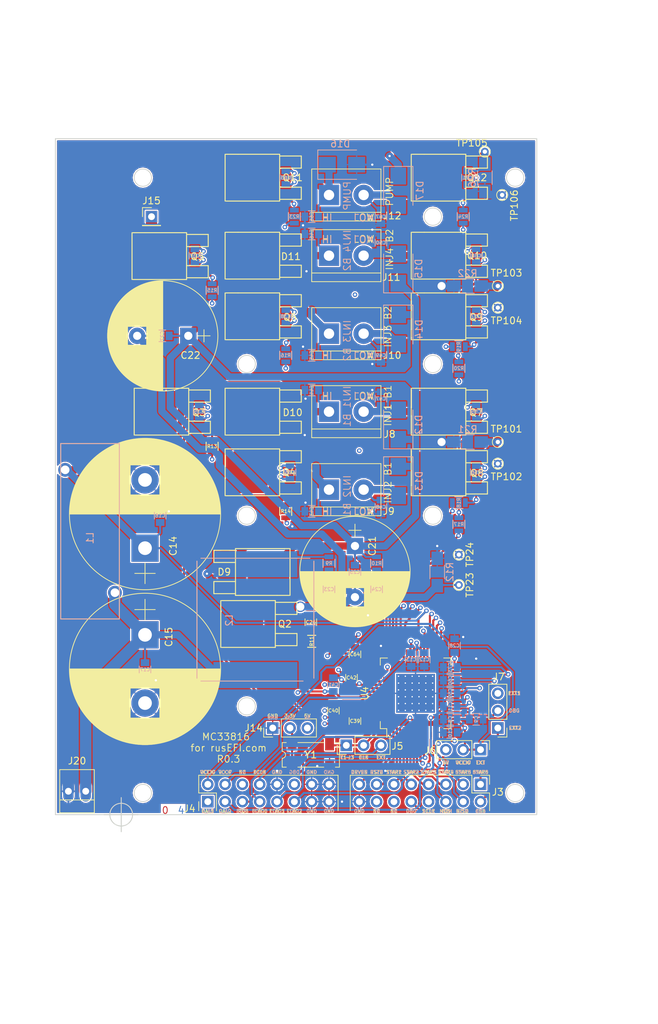
<source format=kicad_pcb>
(kicad_pcb (version 4) (host pcbnew 4.0.7)
  (title_block (title "Common Rail MC33816 board") (date 2019-08-12) (rev R0.3) (company http://rusefi.com/))
  (layers (0 F.Cu signal) (1 PWR_AN power) (2 GND power) (31 B.Cu signal) (34 B.Paste user) (35 F.Paste user) (36 B.SilkS user hide) (37 F.SilkS user) (38 B.Mask user) (39 F.Mask user) (44 Edge.Cuts user))
  (net 0 "")
  (net 1 GND)
  (net 2 /5V)
  (net 3 /3.3V)
  (net 4 /VCCIO)
  (net 5 /VCCP)
  (net 6 /Vbat)
  (net 7 /Vpwr)
  (net 8 /Vboost)
  (net 9 "Net-(C23-Pad1)")
  (net 10 "Net-(C24-Pad1)")
  (net 11 "Net-(C26-Pad2)")
  (net 12 "Net-(C35-Pad1)")
  (net 13 "Net-(C36-Pad1)")
  (net 14 "Net-(C37-Pad1)")
  (net 15 "Net-(C38-Pad1)")
  (net 16 "Net-(C39-Pad1)")
  (net 17 "Net-(C40-Pad1)")
  (net 18 "Net-(C41-Pad1)")
  (net 19 "Net-(C42-Pad1)")
  (net 20 "Net-(C55-Pad2)")
  (net 21 "Net-(C56-Pad2)")
  (net 22 "Net-(C57-Pad2)")
  (net 23 "Net-(C58-Pad2)")
  (net 24 "Net-(C63-Pad1)")
  (net 25 "Net-(C64-Pad2)")
  (net 26 "Net-(C71-Pad2)")
  (net 27 /START6)
  (net 28 /CSB)
  (net 29 /START5)
  (net 30 /MISO)
  (net 31 /START4)
  (net 32 /MOSI)
  (net 33 /START3)
  (net 34 /SCLK)
  (net 35 /START2)
  (net 36 /DBG_EXT2)
  (net 37 /START1)
  (net 38 /RESETB)
  (net 39 /DRVEN)
  (net 40 /OA_1)
  (net 41 /OA_2)
  (net 42 /IRQB)
  (net 43 /FLAG_0)
  (net 44 /EXT_CLK)
  (net 45 /FLAG_1)
  (net 46 /FLAG_2)
  (net 47 /DBG_EXT1)
  (net 48 /VCC2P5)
  (net 49 /BANK1_BAT)
  (net 50 /INJ_B1_HIGH)
  (net 51 /BANK2_BAT)
  (net 52 /INJ_B2_HIGH)
  (net 53 /INJ1_LOW)
  (net 54 /INJ2_LOW)
  (net 55 /INJ3_LOW)
  (net 56 /INJ4_LOW)
  (net 57 /PUMP_HIGH)
  (net 58 /PUMP_LOW)
  (net 59 /CLK)
  (net 60 /DBG)
  (net 61 /G_LS6)
  (net 62 /P_SENSE_BOOST)
  (net 63 /P_B1_SENSE)
  (net 64 /P_B2_SENSE)
  (net 65 /P_SENSE_PUMP)
  (net 66 /G_L_BOOST)
  (net 67 /G_HB1_BAT)
  (net 68 /G_HB1_BST)
  (net 69 /G_HB2_BAT)
  (net 70 /G_HB2_BST)
  (net 71 /G_L_INJ1)
  (net 72 /G_L_INJ2)
  (net 73 /G_L_INJ3)
  (net 74 /G_L_INJ4)
  (net 75 /G_PUMP)
  (net 76 /Vbuck)
  (module Pin_Headers:Pin_Header_Straight_2x08_Pitch2.54mm (layer F.Cu) (at 160.147 153.289 270)
    (fp_text reference J3 (at 1.143 -2.54 360) (layer F.SilkS))
    (fp_text value CONN_02X08)
    (pad 1 thru_hole rect (at 0 0 270) (size 1.7 1.7) (drill 1) (layers *.Cu *.Mask) (net 27 /START6))
    (pad 2 thru_hole oval (at 2.54 0 270) (size 1.7 1.7) (drill 1) (layers *.Cu *.Mask) (net 28 /CSB))
    (pad 3 thru_hole oval (at 0 2.54 270) (size 1.7 1.7) (drill 1) (layers *.Cu *.Mask) (net 29 /START5))
    (pad 4 thru_hole oval (at 2.54 2.54 270) (size 1.7 1.7) (drill 1) (layers *.Cu *.Mask) (net 30 /MISO))
    (pad 5 thru_hole oval (at 0 5.08 270) (size 1.7 1.7) (drill 1) (layers *.Cu *.Mask) (net 31 /START4))
    (pad 6 thru_hole oval (at 2.54 5.08 270) (size 1.7 1.7) (drill 1) (layers *.Cu *.Mask) (net 32 /MOSI))
    (pad 7 thru_hole oval (at 0 7.62 270) (size 1.7 1.7) (drill 1) (layers *.Cu *.Mask) (net 33 /START3))
    (pad 8 thru_hole oval (at 2.54 7.62 270) (size 1.7 1.7) (drill 1) (layers *.Cu *.Mask) (net 34 /SCLK))
    (pad 9 thru_hole oval (at 0 10.16 270) (size 1.7 1.7) (drill 1) (layers *.Cu *.Mask) (net 35 /START2))
    (pad 10 thru_hole oval (at 2.54 10.16 270) (size 1.7 1.7) (drill 1) (layers *.Cu *.Mask) (net 36 /DBG_EXT2))
    (pad 11 thru_hole oval (at 0 12.7 270) (size 1.7 1.7) (drill 1) (layers *.Cu *.Mask) (net 37 /START1))
    (pad 12 thru_hole oval (at 2.54 12.7 270) (size 1.7 1.7) (drill 1) (layers *.Cu *.Mask))
    (pad 13 thru_hole oval (at 0 15.24 270) (size 1.7 1.7) (drill 1) (layers *.Cu *.Mask) (net 38 /RESETB))
    (pad 14 thru_hole oval (at 2.54 15.24 270) (size 1.7 1.7) (drill 1) (layers *.Cu *.Mask))
    (pad 15 thru_hole oval (at 0 17.78 270) (size 1.7 1.7) (drill 1) (layers *.Cu *.Mask) (net 39 /DRVEN))
    (pad 16 thru_hole oval (at 2.54 17.78 270) (size 1.7 1.7) (drill 1) (layers *.Cu *.Mask) (net 1 GND))
  )
  (module Pin_Headers:Pin_Header_Straight_2x08_Pitch2.54mm (layer F.Cu) (at 120.142 155.829 90)
    (fp_text reference J4 (at -1.016 -2.667 180) (layer F.SilkS))
    (fp_text value CONN_02X08)
    (pad 1 thru_hole rect (at 0 0 90) (size 1.7 1.7) (drill 1) (layers *.Cu *.Mask) (net 40 /OA_1))
    (pad 2 thru_hole oval (at 2.54 0 90) (size 1.7 1.7) (drill 1) (layers *.Cu *.Mask) (net 4 /VCCIO))
    (pad 3 thru_hole oval (at 0 2.54 90) (size 1.7 1.7) (drill 1) (layers *.Cu *.Mask) (net 41 /OA_2))
    (pad 4 thru_hole oval (at 2.54 2.54 90) (size 1.7 1.7) (drill 1) (layers *.Cu *.Mask) (net 5 /VCCP))
    (pad 5 thru_hole oval (at 0 5.08 90) (size 1.7 1.7) (drill 1) (layers *.Cu *.Mask) (net 42 /IRQB))
    (pad 6 thru_hole oval (at 2.54 5.08 90) (size 1.7 1.7) (drill 1) (layers *.Cu *.Mask))
    (pad 7 thru_hole oval (at 0 7.62 90) (size 1.7 1.7) (drill 1) (layers *.Cu *.Mask) (net 43 /FLAG_0))
    (pad 8 thru_hole oval (at 2.54 7.62 90) (size 1.7 1.7) (drill 1) (layers *.Cu *.Mask) (net 44 /EXT_CLK))
    (pad 9 thru_hole oval (at 0 10.16 90) (size 1.7 1.7) (drill 1) (layers *.Cu *.Mask) (net 45 /FLAG_1))
    (pad 10 thru_hole oval (at 2.54 10.16 90) (size 1.7 1.7) (drill 1) (layers *.Cu *.Mask) (net 1 GND))
    (pad 11 thru_hole oval (at 0 12.7 90) (size 1.7 1.7) (drill 1) (layers *.Cu *.Mask) (net 46 /FLAG_2))
    (pad 12 thru_hole oval (at 2.54 12.7 90) (size 1.7 1.7) (drill 1) (layers *.Cu *.Mask) (net 47 /DBG_EXT1))
    (pad 13 thru_hole oval (at 0 15.24 90) (size 1.7 1.7) (drill 1) (layers *.Cu *.Mask) (net 1 GND))
    (pad 14 thru_hole oval (at 2.54 15.24 90) (size 1.7 1.7) (drill 1) (layers *.Cu *.Mask) (net 1 GND))
    (pad 15 thru_hole oval (at 0 17.78 90) (size 1.7 1.7) (drill 1) (layers *.Cu *.Mask) (net 1 GND))
    (pad 16 thru_hole oval (at 2.54 17.78 90) (size 1.7 1.7) (drill 1) (layers *.Cu *.Mask) (net 1 GND))
  )
  (module rusEFI_LIB:IHLP6767GZER100M01 (layer B.Cu) (at 127.127 129.159 270)
    (fp_text reference L2 (at 0.09906 3.85064 270) (layer B.SilkS) (effects (justify mirror)))
    (fp_text value 10uH hide)
    (pad 2 smd rect (at 8.1225 0 270) (size 3.825 12.32) (layers B.Cu B.Paste B.Mask) (net 7 /Vpwr))
    (pad 1 smd rect (at -8.1225 0 270) (size 3.825 12.32) (layers B.Cu B.Paste B.Mask) (net 76 /Vbuck))
  )
  (module Capacitors_ThroughHole:CP_Radial_D22.0mm_P10.00mm_SnapIn (layer F.Cu) (at 110.934 118.682 90)
    (fp_text reference C14 (at 0.3175 4.1275 90) (layer F.SilkS))
    (fp_text value 1000uF)
    (pad 1 thru_hole rect (at 0 0 90) (size 4 4) (drill 2) (layers *.Cu *.Mask) (net 6 /Vbat))
    (pad 2 thru_hole circle (at 10 0 90) (size 4 4) (drill 2) (layers *.Cu *.Mask) (net 1 GND))
  )
  (module Capacitors_ThroughHole:CP_Radial_D22.0mm_P10.00mm_SnapIn (layer F.Cu) (at 110.934 131.382 270)
    (fp_text reference C15 (at 0.3175 -3.4925 270) (layer F.SilkS))
    (fp_text value 1000uF)
    (pad 1 thru_hole rect (at 0 0 270) (size 4 4) (drill 2) (layers *.Cu *.Mask) (net 7 /Vpwr))
    (pad 2 thru_hole circle (at 10 0 270) (size 4 4) (drill 2) (layers *.Cu *.Mask) (net 1 GND))
  )
  (module Capacitors_ThroughHole:CP_Radial_D16.0mm_P7.50mm (layer F.Cu) (at 141.732 118.364 270)
    (fp_text reference C21 (at 0 -2.54 270) (layer F.SilkS))
    (fp_text value 390uF)
    (pad 1 thru_hole rect (at 0 0 270) (size 2.4 2.4) (drill 1.2) (layers *.Cu *.Mask) (net 8 /Vboost))
    (pad 2 thru_hole circle (at 7.5 0 270) (size 2.4 2.4) (drill 1.2) (layers *.Cu *.Mask) (net 62 /P_SENSE_BOOST))
  )
  (module Capacitors_ThroughHole:CP_Radial_D16.0mm_P7.50mm (layer F.Cu) (at 117.284 87.566 180)
    (fp_text reference C22 (at -0.3175 -2.8575 180) (layer F.SilkS))
    (fp_text value 390uF)
    (pad 1 thru_hole rect (at 0 0 180) (size 2.4 2.4) (drill 1.2) (layers *.Cu *.Mask) (net 8 /Vboost))
    (pad 2 thru_hole circle (at 7.5 0 180) (size 2.4 2.4) (drill 1.2) (layers *.Cu *.Mask) (net 62 /P_SENSE_BOOST))
  )
  (module TO_SOT_Packages_SMD:TO-252-2Lead (layer F.Cu) (at 122.682 122.174 270)
    (fp_text reference D9 (at 0 0.127 360) (layer F.SilkS))
    (fp_text value FFD10UP20S)
    (pad 1 smd rect (at -2.286 0 270) (size 1.651 3.048) (layers F.Cu F.Paste F.Mask) (net 8 /Vboost))
    (pad 2 smd rect (at 0 -6.35 270) (size 6.096 6.096) (layers F.Cu F.Paste F.Mask) (net 8 /Vboost))
    (pad 3 smd rect (at 2.286 0 270) (size 1.651 3.048) (layers F.Cu F.Paste F.Mask) (net 76 /Vbuck))
  )
  (module TO_SOT_Packages_SMD:TO-252-2Lead (layer F.Cu) (at 132.207 98.679 90)
    (fp_text reference D10 (at -0.127 0.381 180) (layer F.SilkS))
    (fp_text value SBR10200CTL)
    (pad 1 smd rect (at -2.286 0 90) (size 1.651 3.048) (layers F.Cu F.Paste F.Mask) (net 1 GND))
    (pad 2 smd rect (at 0 -6.35 90) (size 6.096 6.096) (layers F.Cu F.Paste F.Mask) (net 50 /INJ_B1_HIGH))
    (pad 3 smd rect (at 2.286 0 90) (size 1.651 3.048) (layers F.Cu F.Paste F.Mask) (net 49 /BANK1_BAT))
  )
  (module TO_SOT_Packages_SMD:TO-252-2Lead (layer F.Cu) (at 132.207 75.819 90)
    (fp_text reference D11 (at -0.127 0.127 180) (layer F.SilkS))
    (fp_text value SBR10200CTL)
    (pad 1 smd rect (at -2.286 0 90) (size 1.651 3.048) (layers F.Cu F.Paste F.Mask) (net 1 GND))
    (pad 2 smd rect (at 0 -6.35 90) (size 6.096 6.096) (layers F.Cu F.Paste F.Mask) (net 52 /INJ_B2_HIGH))
    (pad 3 smd rect (at 2.286 0 90) (size 1.651 3.048) (layers F.Cu F.Paste F.Mask) (net 51 /BANK2_BAT))
  )
  (module Diodes_SMD:D_SMB (layer B.Cu) (at 148.082 100.584 90)
    (fp_text reference D12 (at 0 3 90) (layer B.SilkS) (effects (justify mirror)))
    (fp_text value STPS2H100UY)
    (pad 1 smd rect (at -2.15 0 90) (size 2.5 2.3) (layers B.Cu B.Paste B.Mask) (net 8 /Vboost))
    (pad 2 smd rect (at 2.15 0 90) (size 2.5 2.3) (layers B.Cu B.Paste B.Mask) (net 53 /INJ1_LOW))
  )
  (module Diodes_SMD:D_SMB (layer B.Cu) (at 148.082 108.839 270)
    (fp_text reference D13 (at 0 -3.048 270) (layer B.SilkS) (effects (justify mirror)))
    (fp_text value STPS2H100UY)
    (pad 1 smd rect (at -2.15 0 270) (size 2.5 2.3) (layers B.Cu B.Paste B.Mask) (net 8 /Vboost))
    (pad 2 smd rect (at 2.15 0 270) (size 2.5 2.3) (layers B.Cu B.Paste B.Mask) (net 54 /INJ2_LOW))
  )
  (module Diodes_SMD:D_SMB (layer B.Cu) (at 148.082 86.614 270)
    (fp_text reference D14 (at 0 -3.048 270) (layer B.SilkS) (effects (justify mirror)))
    (fp_text value STPS2H100UY)
    (pad 1 smd rect (at -2.15 0 270) (size 2.5 2.3) (layers B.Cu B.Paste B.Mask) (net 8 /Vboost))
    (pad 2 smd rect (at 2.15 0 270) (size 2.5 2.3) (layers B.Cu B.Paste B.Mask) (net 55 /INJ3_LOW))
  )
  (module Diodes_SMD:D_SMB (layer B.Cu) (at 148.082 77.724 90)
    (fp_text reference D15 (at 0 3 90) (layer B.SilkS) (effects (justify mirror)))
    (fp_text value STPS2H100UY)
    (pad 1 smd rect (at -2.15 0 90) (size 2.5 2.3) (layers B.Cu B.Paste B.Mask) (net 8 /Vboost))
    (pad 2 smd rect (at 2.15 0 90) (size 2.5 2.3) (layers B.Cu B.Paste B.Mask) (net 56 /INJ4_LOW))
  )
  (module Diodes_SMD:D_SMB (layer B.Cu) (at 139.827 62.484)
    (fp_text reference D16 (at -0.254 -3.048) (layer B.SilkS) (effects (justify mirror)))
    (fp_text value STPS2H100UY)
    (pad 1 smd rect (at -2.15 0) (size 2.5 2.3) (layers B.Cu B.Paste B.Mask) (net 57 /PUMP_HIGH))
    (pad 2 smd rect (at 2.15 0) (size 2.5 2.3) (layers B.Cu B.Paste B.Mask) (net 1 GND))
  )
  (module Diodes_SMD:D_SMB (layer B.Cu) (at 148.082 66.294 270)
    (fp_text reference D17 (at 0 -3.175 270) (layer B.SilkS) (effects (justify mirror)))
    (fp_text value STPS2H100UY)
    (pad 1 smd rect (at -2.15 0 270) (size 2.5 2.3) (layers B.Cu B.Paste B.Mask) (net 6 /Vbat))
    (pad 2 smd rect (at 2.15 0 270) (size 2.5 2.3) (layers B.Cu B.Paste B.Mask) (net 58 /PUMP_LOW))
  )
  (module Pin_Headers:Pin_Header_Straight_1x03_Pitch2.54mm (layer F.Cu) (at 140.462 147.574 90)
    (fp_text reference J5 (at -0.127 7.493 180) (layer F.SilkS))
    (fp_text value CONN_01X03)
    (pad 1 thru_hole rect (at 0 0 90) (size 1.7 1.7) (drill 1) (layers *.Cu *.Mask) (net 59 /CLK))
    (pad 2 thru_hole oval (at 0 2.54 90) (size 1.7 1.7) (drill 1) (layers *.Cu *.Mask) (net 59 /CLK))
    (pad 3 thru_hole oval (at 0 5.08 90) (size 1.7 1.7) (drill 1) (layers *.Cu *.Mask) (net 44 /EXT_CLK))
  )
  (module Pin_Headers:Pin_Header_Straight_1x03_Pitch2.54mm (layer F.Cu) (at 160.147 148.209 270)
    (fp_text reference J6 (at 0.127 7.366 360) (layer F.SilkS))
    (fp_text value CONN_01X03)
    (pad 1 thru_hole rect (at 0 0 270) (size 1.7 1.7) (drill 1) (layers *.Cu *.Mask) (net 4 /VCCIO))
    (pad 2 thru_hole oval (at 0 2.54 270) (size 1.7 1.7) (drill 1) (layers *.Cu *.Mask) (net 4 /VCCIO))
    (pad 3 thru_hole oval (at 0 5.08 270) (size 1.7 1.7) (drill 1) (layers *.Cu *.Mask) (net 2 /5V))
  )
  (module Pin_Headers:Pin_Header_Straight_1x03_Pitch2.54mm (layer F.Cu) (at 162.687 145.034 180)
    (fp_text reference J7 (at -0.127 7.493 180) (layer F.SilkS))
    (fp_text value CONN_01X03)
    (pad 1 thru_hole rect (at 0 0 180) (size 1.7 1.7) (drill 1) (layers *.Cu *.Mask) (net 36 /DBG_EXT2))
    (pad 2 thru_hole oval (at 0 2.54 180) (size 1.7 1.7) (drill 1) (layers *.Cu *.Mask) (net 60 /DBG))
    (pad 3 thru_hole oval (at 0 5.08 180) (size 1.7 1.7) (drill 1) (layers *.Cu *.Mask) (net 47 /DBG_EXT1))
  )
  (module Terminal_Blocks:TerminalBlock_bornier-2_P5.08mm (layer F.Cu) (at 137.922 98.679)
    (fp_text reference J8 (at 8.89 3.302) (layer F.SilkS))
    (fp_text value INJ_Term)
    (pad 1 thru_hole rect (at 0 0) (size 3 3) (drill 1.52) (layers *.Cu *.Mask) (net 50 /INJ_B1_HIGH))
    (pad 2 thru_hole circle (at 5.08 0) (size 3 3) (drill 1.52) (layers *.Cu *.Mask) (net 53 /INJ1_LOW))
  )
  (module Terminal_Blocks:TerminalBlock_bornier-2_P5.08mm (layer F.Cu) (at 137.922 110.109)
    (fp_text reference J9 (at 8.763 3.175) (layer F.SilkS))
    (fp_text value INJ_Term)
    (pad 1 thru_hole rect (at 0 0) (size 3 3) (drill 1.52) (layers *.Cu *.Mask) (net 50 /INJ_B1_HIGH))
    (pad 2 thru_hole circle (at 5.08 0) (size 3 3) (drill 1.52) (layers *.Cu *.Mask) (net 54 /INJ2_LOW))
  )
  (module Terminal_Blocks:TerminalBlock_bornier-2_P5.08mm (layer F.Cu) (at 137.922 87.249)
    (fp_text reference J10 (at 9.271 3.175) (layer F.SilkS))
    (fp_text value INJ_Term)
    (pad 1 thru_hole rect (at 0 0) (size 3 3) (drill 1.52) (layers *.Cu *.Mask) (net 52 /INJ_B2_HIGH))
    (pad 2 thru_hole circle (at 5.08 0) (size 3 3) (drill 1.52) (layers *.Cu *.Mask) (net 55 /INJ3_LOW))
  )
  (module Terminal_Blocks:TerminalBlock_bornier-2_P5.08mm (layer F.Cu) (at 137.922 75.819)
    (fp_text reference J11 (at 9.144 3.175) (layer F.SilkS))
    (fp_text value INJ_Term)
    (pad 1 thru_hole rect (at 0 0) (size 3 3) (drill 1.52) (layers *.Cu *.Mask) (net 52 /INJ_B2_HIGH))
    (pad 2 thru_hole circle (at 5.08 0) (size 3 3) (drill 1.52) (layers *.Cu *.Mask) (net 56 /INJ4_LOW))
  )
  (module Terminal_Blocks:TerminalBlock_bornier-2_P5.08mm (layer F.Cu) (at 137.922 66.929)
    (fp_text reference J12 (at 9.271 3.048) (layer F.SilkS))
    (fp_text value INJ_Term)
    (pad 1 thru_hole rect (at 0 0) (size 3 3) (drill 1.52) (layers *.Cu *.Mask) (net 57 /PUMP_HIGH))
    (pad 2 thru_hole circle (at 5.08 0) (size 3 3) (drill 1.52) (layers *.Cu *.Mask) (net 58 /PUMP_LOW))
  )
  (module rusEFI_LIB:744710610-Inductor (layer B.Cu) (at 102.87 116.205 90)
    (fp_text reference L1 (at -1 0 90) (layer B.SilkS) (effects (justify mirror)))
    (fp_text value 6uH hide)
    (pad 1 thru_hole circle (at -9 3.65 90) (size 2.032 2.032) (drill 1.27) (layers *.Cu *.Mask) (net 7 /Vpwr))
    (pad 2 thru_hole circle (at 9 -3.65 90) (size 2.032 2.032) (drill 1.27) (layers *.Cu *.Mask) (net 6 /Vbat))
  )
  (module TO_SOT_Packages_SMD:TO-252-2Lead (layer F.Cu) (at 131.572 129.794 90)
    (fp_text reference Q2 (at 0 -0.127 180) (layer F.SilkS))
    (fp_text value BUK9230-100B)
    (pad 1 smd rect (at -2.286 0 90) (size 1.651 3.048) (layers F.Cu F.Paste F.Mask) (net 11 "Net-(C26-Pad2)"))
    (pad 2 smd rect (at 0 -6.35 90) (size 6.096 6.096) (layers F.Cu F.Paste F.Mask) (net 76 /Vbuck))
    (pad 3 smd rect (at 2.286 0 90) (size 1.651 3.048) (layers F.Cu F.Paste F.Mask) (net 62 /P_SENSE_BOOST))
  )
  (module TO_SOT_Packages_SMD:TO-252-2Lead (layer F.Cu) (at 118.872 98.679 90)
    (fp_text reference Q3 (at -0.127 0 180) (layer F.SilkS))
    (fp_text value BUK9230-100B)
    (pad 1 smd rect (at -2.286 0 90) (size 1.651 3.048) (layers F.Cu F.Paste F.Mask) (net 12 "Net-(C35-Pad1)"))
    (pad 2 smd rect (at 0 -6.35 90) (size 6.096 6.096) (layers F.Cu F.Paste F.Mask) (net 6 /Vbat))
    (pad 3 smd rect (at 2.286 0 90) (size 1.651 3.048) (layers F.Cu F.Paste F.Mask) (net 49 /BANK1_BAT))
  )
  (module TO_SOT_Packages_SMD:TO-252-2Lead (layer F.Cu) (at 132.207 107.569 90)
    (fp_text reference Q4 (at 0 -0.127 180) (layer F.SilkS))
    (fp_text value BUK9230-100B)
    (pad 1 smd rect (at -2.286 0 90) (size 1.651 3.048) (layers F.Cu F.Paste F.Mask) (net 13 "Net-(C36-Pad1)"))
    (pad 2 smd rect (at 0 -6.35 90) (size 6.096 6.096) (layers F.Cu F.Paste F.Mask) (net 8 /Vboost))
    (pad 3 smd rect (at 2.286 0 90) (size 1.651 3.048) (layers F.Cu F.Paste F.Mask) (net 50 /INJ_B1_HIGH))
  )
  (module TO_SOT_Packages_SMD:TO-252-2Lead (layer F.Cu) (at 118.554 75.8825 90)
    (fp_text reference Q5 (at -0.0635 0.064 180) (layer F.SilkS))
    (fp_text value BUK9230-100B)
    (pad 1 smd rect (at -2.286 0 90) (size 1.651 3.048) (layers F.Cu F.Paste F.Mask) (net 14 "Net-(C37-Pad1)"))
    (pad 2 smd rect (at 0 -6.35 90) (size 6.096 6.096) (layers F.Cu F.Paste F.Mask) (net 6 /Vbat))
    (pad 3 smd rect (at 2.286 0 90) (size 1.651 3.048) (layers F.Cu F.Paste F.Mask) (net 51 /BANK2_BAT))
  )
  (module TO_SOT_Packages_SMD:TO-252-2Lead (layer F.Cu) (at 132.207 84.709 90)
    (fp_text reference Q6 (at -0.127 0 180) (layer F.SilkS))
    (fp_text value BUK9230-100B)
    (pad 1 smd rect (at -2.286 0 90) (size 1.651 3.048) (layers F.Cu F.Paste F.Mask) (net 15 "Net-(C38-Pad1)"))
    (pad 2 smd rect (at 0 -6.35 90) (size 6.096 6.096) (layers F.Cu F.Paste F.Mask) (net 8 /Vboost))
    (pad 3 smd rect (at 2.286 0 90) (size 1.651 3.048) (layers F.Cu F.Paste F.Mask) (net 52 /INJ_B2_HIGH))
  )
  (module TO_SOT_Packages_SMD:TO-252-2Lead (layer F.Cu) (at 159.512 98.679 90)
    (fp_text reference Q7 (at -0.127 0 180) (layer F.SilkS))
    (fp_text value BUK9230-100B)
    (pad 1 smd rect (at -2.286 0 90) (size 1.651 3.048) (layers F.Cu F.Paste F.Mask) (net 20 "Net-(C55-Pad2)"))
    (pad 2 smd rect (at 0 -6.35 90) (size 6.096 6.096) (layers F.Cu F.Paste F.Mask) (net 53 /INJ1_LOW))
    (pad 3 smd rect (at 2.286 0 90) (size 1.651 3.048) (layers F.Cu F.Paste F.Mask) (net 63 /P_B1_SENSE))
  )
  (module TO_SOT_Packages_SMD:TO-252-2Lead (layer F.Cu) (at 159.512 107.569 90)
    (fp_text reference Q8 (at -0.127 0.127 180) (layer F.SilkS))
    (fp_text value BUK9230-100B)
    (pad 1 smd rect (at -2.286 0 90) (size 1.651 3.048) (layers F.Cu F.Paste F.Mask) (net 21 "Net-(C56-Pad2)"))
    (pad 2 smd rect (at 0 -6.35 90) (size 6.096 6.096) (layers F.Cu F.Paste F.Mask) (net 54 /INJ2_LOW))
    (pad 3 smd rect (at 2.286 0 90) (size 1.651 3.048) (layers F.Cu F.Paste F.Mask) (net 63 /P_B1_SENSE))
  )
  (module TO_SOT_Packages_SMD:TO-252-2Lead (layer F.Cu) (at 159.512 84.709 90)
    (fp_text reference Q9 (at -0.127 0 180) (layer F.SilkS))
    (fp_text value BUK9230-100B)
    (pad 1 smd rect (at -2.286 0 90) (size 1.651 3.048) (layers F.Cu F.Paste F.Mask) (net 22 "Net-(C57-Pad2)"))
    (pad 2 smd rect (at 0 -6.35 90) (size 6.096 6.096) (layers F.Cu F.Paste F.Mask) (net 55 /INJ3_LOW))
    (pad 3 smd rect (at 2.286 0 90) (size 1.651 3.048) (layers F.Cu F.Paste F.Mask) (net 64 /P_B2_SENSE))
  )
  (module TO_SOT_Packages_SMD:TO-252-2Lead (layer F.Cu) (at 159.512 75.819 90)
    (fp_text reference Q10 (at 0 0.127 180) (layer F.SilkS))
    (fp_text value BUK9230-100B)
    (pad 1 smd rect (at -2.286 0 90) (size 1.651 3.048) (layers F.Cu F.Paste F.Mask) (net 23 "Net-(C58-Pad2)"))
    (pad 2 smd rect (at 0 -6.35 90) (size 6.096 6.096) (layers F.Cu F.Paste F.Mask) (net 56 /INJ4_LOW))
    (pad 3 smd rect (at 2.286 0 90) (size 1.651 3.048) (layers F.Cu F.Paste F.Mask) (net 64 /P_B2_SENSE))
  )
  (module TO_SOT_Packages_SMD:TO-252-2Lead (layer F.Cu) (at 132.207 64.389 90)
    (fp_text reference Q11 (at 0 0.381 180) (layer F.SilkS))
    (fp_text value BUK9230-100B)
    (pad 1 smd rect (at -2.286 0 90) (size 1.651 3.048) (layers F.Cu F.Paste F.Mask) (net 24 "Net-(C63-Pad1)"))
    (pad 2 smd rect (at 0 -6.35 90) (size 6.096 6.096) (layers F.Cu F.Paste F.Mask) (net 6 /Vbat))
    (pad 3 smd rect (at 2.286 0 90) (size 1.651 3.048) (layers F.Cu F.Paste F.Mask) (net 57 /PUMP_HIGH))
  )
  (module TO_SOT_Packages_SMD:TO-252-2Lead (layer F.Cu) (at 159.512 64.389 90)
    (fp_text reference Q12 (at 0 0.127 180) (layer F.SilkS))
    (fp_text value BUK9230-100B)
    (pad 1 smd rect (at -2.286 0 90) (size 1.651 3.048) (layers F.Cu F.Paste F.Mask) (net 26 "Net-(C71-Pad2)"))
    (pad 2 smd rect (at 0 -6.35 90) (size 6.096 6.096) (layers F.Cu F.Paste F.Mask) (net 58 /PUMP_LOW))
    (pad 3 smd rect (at 2.286 0 90) (size 1.651 3.048) (layers F.Cu F.Paste F.Mask) (net 65 /P_SENSE_PUMP))
  )
  (module Resistors_SMD:R_1206_HandSoldering (layer B.Cu) (at 153.797 122.174 90)
    (fp_text reference R12 (at 0 1.85 90) (layer B.SilkS) (effects (justify mirror)))
    (fp_text value 0R010)
    (pad 1 smd rect (at -2 0 90) (size 2 1.7) (layers B.Cu B.Paste B.Mask) (net 62 /P_SENSE_BOOST))
    (pad 2 smd rect (at 2 0 90) (size 2 1.7) (layers B.Cu B.Paste B.Mask) (net 1 GND))
  )
  (module Resistors_SMD:R_1206_HandSoldering (layer B.Cu) (at 158.242 103.124 180)
    (fp_text reference R21 (at 0 1.85 180) (layer B.SilkS) (effects (justify mirror)))
    (fp_text value 0R015)
    (pad 1 smd rect (at -2 0 180) (size 2 1.7) (layers B.Cu B.Paste B.Mask) (net 63 /P_B1_SENSE))
    (pad 2 smd rect (at 2 0 180) (size 2 1.7) (layers B.Cu B.Paste B.Mask) (net 1 GND))
  )
  (module Resistors_SMD:R_1206_HandSoldering (layer B.Cu) (at 158.242 80.264 180)
    (fp_text reference R22 (at 0 1.85 180) (layer B.SilkS) (effects (justify mirror)))
    (fp_text value 0R015)
    (pad 1 smd rect (at -2 0 180) (size 2 1.7) (layers B.Cu B.Paste B.Mask) (net 64 /P_B2_SENSE))
    (pad 2 smd rect (at 2 0 180) (size 2 1.7) (layers B.Cu B.Paste B.Mask) (net 1 GND))
  )
  (module Resistors_SMD:R_1206_HandSoldering (layer B.Cu) (at 160.782 64.389 270)
    (fp_text reference R26 (at 0 1.85 270) (layer B.SilkS) (effects (justify mirror)))
    (fp_text value 0R015)
    (pad 1 smd rect (at -2 0 270) (size 2 1.7) (layers B.Cu B.Paste B.Mask) (net 65 /P_SENSE_PUMP))
    (pad 2 smd rect (at 2 0 270) (size 2 1.7) (layers B.Cu B.Paste B.Mask) (net 1 GND))
  )
  (module Connect:PINTST (layer F.Cu) (at 156.972 124.079 270)
    (fp_text reference TP23 (at 0 -1.6 270) (layer F.SilkS))
    (fp_text value CONN_01X01)
    (pad 1 thru_hole circle (at 0 0 270) (size 1.143 1.143) (drill 0.635) (layers *.Cu *.Mask) (net 62 /P_SENSE_BOOST))
  )
  (module Connect:PINTST (layer F.Cu) (at 156.972 119.634 270)
    (fp_text reference TP24 (at 0 -1.6 270) (layer F.SilkS))
    (fp_text value CONN_01X01)
    (pad 1 thru_hole circle (at 0 0 270) (size 1.143 1.143) (drill 0.635) (layers *.Cu *.Mask) (net 1 GND))
  )
  (module Connect:PINTST (layer F.Cu) (at 162.687 103.124 270)
    (fp_text reference TP101 (at -1.905 -1.27 360) (layer F.SilkS))
    (fp_text value CONN_01X01)
    (pad 1 thru_hole circle (at 0 0 270) (size 1.143 1.143) (drill 0.635) (layers *.Cu *.Mask) (net 63 /P_B1_SENSE))
  )
  (module Connect:PINTST (layer F.Cu) (at 162.687 106.299 270)
    (fp_text reference TP102 (at 1.905 -1.27 360) (layer F.SilkS))
    (fp_text value CONN_01X01)
    (pad 1 thru_hole circle (at 0 0 270) (size 1.143 1.143) (drill 0.635) (layers *.Cu *.Mask) (net 1 GND))
  )
  (module Connect:PINTST (layer F.Cu) (at 162.687 80.264 270)
    (fp_text reference TP103 (at -1.905 -1.27 360) (layer F.SilkS))
    (fp_text value CONN_01X01)
    (pad 1 thru_hole circle (at 0 0 270) (size 1.143 1.143) (drill 0.635) (layers *.Cu *.Mask) (net 64 /P_B2_SENSE))
  )
  (module Connect:PINTST (layer F.Cu) (at 162.687 83.439 270)
    (fp_text reference TP104 (at 1.905 -1.27 360) (layer F.SilkS))
    (fp_text value CONN_01X01)
    (pad 1 thru_hole circle (at 0 0 270) (size 1.143 1.143) (drill 0.635) (layers *.Cu *.Mask) (net 1 GND))
  )
  (module Connect:PINTST (layer F.Cu) (at 160.782 60.579 270)
    (fp_text reference TP105 (at -1.27 1.905 360) (layer F.SilkS))
    (fp_text value CONN_01X01)
    (pad 1 thru_hole circle (at 0 0 270) (size 1.143 1.143) (drill 0.635) (layers *.Cu *.Mask) (net 65 /P_SENSE_PUMP))
  )
  (module Connect:PINTST (layer F.Cu) (at 163.322 66.929 270)
    (fp_text reference TP106 (at 1.524 -1.778 270) (layer F.SilkS))
    (fp_text value CONN_01X01)
    (pad 1 thru_hole circle (at 0 0 270) (size 1.143 1.143) (drill 0.635) (layers *.Cu *.Mask) (net 1 GND))
  )
  (module Crystals:Crystal_SMD_SeikoEpson_MC306-4pin_8.0x3.2mm (layer F.Cu) (at 135.255 148.971)
    (fp_text reference Y1 (at 0 0) (layer F.SilkS))
    (fp_text value 1MHz)
    (pad 1 smd rect (at -2.75 1.6) (size 1.3 1.9) (layers F.Cu F.Paste F.Mask) (net 3 /3.3V))
    (pad 2 smd rect (at 2.75 1.6) (size 1.3 1.9) (layers F.Cu F.Paste F.Mask) (net 1 GND))
    (pad 3 smd rect (at 2.75 -1.6) (size 1.3 1.9) (layers F.Cu F.Paste F.Mask) (net 59 /CLK))
    (pad 4 smd rect (at -2.75 -1.6) (size 1.3 1.9) (layers F.Cu F.Paste F.Mask) (net 3 /3.3V))
  )
  (module rusEFI_LIB:C_0805 (layer B.Cu) (at 155.702 143.764 180)
    (fp_text reference C8 (at 0 0 450) (layer B.SilkS) (effects (font (size 0.508 0.508) (thickness 0.1016)) (justify mirror)))
    (fp_text value 0.1uF hide)
    (pad 1 smd rect (at -1 0 180) (size 1 1.25) (layers B.Cu B.Paste B.Mask) (net 48 /VCC2P5))
    (pad 2 smd rect (at 1 0 180) (size 1 1.25) (layers B.Cu B.Paste B.Mask) (net 1 GND))
  )
  (module rusEFI_LIB:C_0805 (layer B.Cu) (at 159.512 143.764)
    (fp_text reference C9 (at 0 0 270) (layer B.SilkS) (effects (font (size 0.508 0.508) (thickness 0.1016)) (justify mirror)))
    (fp_text value 1uF hide)
    (pad 1 smd rect (at -1 0) (size 1 1.25) (layers B.Cu B.Paste B.Mask) (net 48 /VCC2P5))
    (pad 2 smd rect (at 1 0) (size 1 1.25) (layers B.Cu B.Paste B.Mask) (net 1 GND))
  )
  (module rusEFI_LIB:C_0805 (layer B.Cu) (at 155.702 145.669 180)
    (fp_text reference C10 (at 0 0 450) (layer B.SilkS) (effects (font (size 0.508 0.508) (thickness 0.1016)) (justify mirror)))
    (fp_text value 0.1uF hide)
    (pad 1 smd rect (at -1 0 180) (size 1 1.25) (layers B.Cu B.Paste B.Mask) (net 4 /VCCIO))
    (pad 2 smd rect (at 1 0 180) (size 1 1.25) (layers B.Cu B.Paste B.Mask) (net 1 GND))
  )
  (module rusEFI_LIB:C_0805 (layer B.Cu) (at 155.702 141.859 180)
    (fp_text reference C11 (at 0 0 450) (layer B.SilkS) (effects (font (size 0.508 0.508) (thickness 0.1016)) (justify mirror)))
    (fp_text value 0.1uF hide)
    (pad 1 smd rect (at -1 0 180) (size 1 1.25) (layers B.Cu B.Paste B.Mask) (net 2 /5V))
    (pad 2 smd rect (at 1 0 180) (size 1 1.25) (layers B.Cu B.Paste B.Mask) (net 1 GND))
  )
  (module rusEFI_LIB:C_0805 (layer B.Cu) (at 151.892 135.001 270)
    (fp_text reference C12 (at 0 0 540) (layer B.SilkS) (effects (font (size 0.508 0.508) (thickness 0.1016)) (justify mirror)))
    (fp_text value 4.7uF hide)
    (pad 1 smd rect (at -1 0 270) (size 1 1.25) (layers B.Cu B.Paste B.Mask) (net 5 /VCCP))
    (pad 2 smd rect (at 1 0 270) (size 1 1.25) (layers B.Cu B.Paste B.Mask) (net 1 GND))
  )
  (module rusEFI_LIB:C_0805 (layer B.Cu) (at 149.987 135.001 270)
    (fp_text reference C13 (at 0 0 540) (layer B.SilkS) (effects (font (size 0.508 0.508) (thickness 0.1016)) (justify mirror)))
    (fp_text value 0.1uF hide)
    (pad 1 smd rect (at -1 0 270) (size 1 1.25) (layers B.Cu B.Paste B.Mask) (net 5 /VCCP))
    (pad 2 smd rect (at 1 0 270) (size 1 1.25) (layers B.Cu B.Paste B.Mask) (net 1 GND))
  )
  (module rusEFI_LIB:C_0805 (layer B.Cu) (at 113.157 113.919 90)
    (fp_text reference C16 (at 0 0 360) (layer B.SilkS) (effects (font (size 0.508 0.508) (thickness 0.1016)) (justify mirror)))
    (fp_text value 0.22uF hide)
    (pad 1 smd rect (at -1 0 90) (size 1 1.25) (layers B.Cu B.Paste B.Mask) (net 6 /Vbat))
    (pad 2 smd rect (at 1 0 90) (size 1 1.25) (layers B.Cu B.Paste B.Mask) (net 1 GND))
  )
  (module rusEFI_LIB:C_0805 (layer B.Cu) (at 110.934 136.462 270)
    (fp_text reference C17 (at 0 0 540) (layer B.SilkS) (effects (font (size 0.508 0.508) (thickness 0.1016)) (justify mirror)))
    (fp_text value 0.22uF hide)
    (pad 1 smd rect (at -1 0 270) (size 1 1.25) (layers B.Cu B.Paste B.Mask) (net 7 /Vpwr))
    (pad 2 smd rect (at 1 0 270) (size 1 1.25) (layers B.Cu B.Paste B.Mask) (net 1 GND))
  )
  (module rusEFI_LIB:C_0805 (layer B.Cu) (at 137.922 124.714 270)
    (fp_text reference C23 (at 0 0 540) (layer B.SilkS) (effects (font (size 0.508 0.508) (thickness 0.1016)) (justify mirror)))
    (fp_text value 330pF hide)
    (pad 1 smd rect (at -1 0 270) (size 1 1.25) (layers B.Cu B.Paste B.Mask) (net 9 "Net-(C23-Pad1)"))
    (pad 2 smd rect (at 1 0 270) (size 1 1.25) (layers B.Cu B.Paste B.Mask) (net 62 /P_SENSE_BOOST))
  )
  (module rusEFI_LIB:C_0805 (layer B.Cu) (at 144.907 124.714 270)
    (fp_text reference C24 (at 0 0 540) (layer B.SilkS) (effects (font (size 0.508 0.508) (thickness 0.1016)) (justify mirror)))
    (fp_text value 330pF hide)
    (pad 1 smd rect (at -1 0 270) (size 1 1.25) (layers B.Cu B.Paste B.Mask) (net 10 "Net-(C24-Pad1)"))
    (pad 2 smd rect (at 1 0 270) (size 1 1.25) (layers B.Cu B.Paste B.Mask) (net 62 /P_SENSE_BOOST))
  )
  (module rusEFI_LIB:C_0805 (layer B.Cu) (at 141.732 122.174 270)
    (fp_text reference C25 (at 0 0 540) (layer B.SilkS) (effects (font (size 0.508 0.508) (thickness 0.1016)) (justify mirror)))
    (fp_text value 0.22uF hide)
    (pad 1 smd rect (at -1 0 270) (size 1 1.25) (layers B.Cu B.Paste B.Mask) (net 8 /Vboost))
    (pad 2 smd rect (at 1 0 270) (size 1 1.25) (layers B.Cu B.Paste B.Mask) (net 62 /P_SENSE_BOOST))
  )
  (module rusEFI_LIB:C_0805 (layer B.Cu) (at 113.474 87.566 180)
    (fp_text reference C27 (at 0 0 450) (layer B.SilkS) (effects (font (size 0.508 0.508) (thickness 0.1016)) (justify mirror)))
    (fp_text value 0.22uF hide)
    (pad 1 smd rect (at -1 0 180) (size 1 1.25) (layers B.Cu B.Paste B.Mask) (net 8 /Vboost))
    (pad 2 smd rect (at 1 0 180) (size 1 1.25) (layers B.Cu B.Paste B.Mask) (net 62 /P_SENSE_BOOST))
  )
  (module rusEFI_LIB:C_0805 (layer B.Cu) (at 156.337 132.969 90)
    (fp_text reference C28 (at 0 0 360) (layer B.SilkS) (effects (font (size 0.508 0.508) (thickness 0.1016)) (justify mirror)))
    (fp_text value 330pF hide)
    (pad 1 smd rect (at -1 0 90) (size 1 1.25) (layers B.Cu B.Paste B.Mask) (net 62 /P_SENSE_BOOST))
    (pad 2 smd rect (at 1 0 90) (size 1 1.25) (layers B.Cu B.Paste B.Mask) (net 1 GND))
  )
  (module rusEFI_LIB:C_0805 (layer B.Cu) (at 118.872 98.679 90)
    (fp_text reference C35 (at 0 0 360) (layer B.SilkS) (effects (font (size 0.508 0.508) (thickness 0.1016)) (justify mirror)))
    (fp_text value 1000pF hide)
    (pad 1 smd rect (at -1 0 90) (size 1 1.25) (layers B.Cu B.Paste B.Mask) (net 12 "Net-(C35-Pad1)"))
    (pad 2 smd rect (at 1 0 90) (size 1 1.25) (layers B.Cu B.Paste B.Mask) (net 49 /BANK1_BAT))
  )
  (module rusEFI_LIB:C_0805 (layer B.Cu) (at 132.207 107.569 90)
    (fp_text reference C36 (at 0 0 360) (layer B.SilkS) (effects (font (size 0.508 0.508) (thickness 0.1016)) (justify mirror)))
    (fp_text value 1000pF hide)
    (pad 1 smd rect (at -1 0 90) (size 1 1.25) (layers B.Cu B.Paste B.Mask) (net 13 "Net-(C36-Pad1)"))
    (pad 2 smd rect (at 1 0 90) (size 1 1.25) (layers B.Cu B.Paste B.Mask) (net 50 /INJ_B1_HIGH))
  )
  (module rusEFI_LIB:C_0805 (layer B.Cu) (at 118.237 75.819 90)
    (fp_text reference C37 (at 0 0 360) (layer B.SilkS) (effects (font (size 0.508 0.508) (thickness 0.1016)) (justify mirror)))
    (fp_text value 1000pF hide)
    (pad 1 smd rect (at -1 0 90) (size 1 1.25) (layers B.Cu B.Paste B.Mask) (net 14 "Net-(C37-Pad1)"))
    (pad 2 smd rect (at 1 0 90) (size 1 1.25) (layers B.Cu B.Paste B.Mask) (net 51 /BANK2_BAT))
  )
  (module rusEFI_LIB:C_0805 (layer B.Cu) (at 131.572 84.709 90)
    (fp_text reference C38 (at 0 0 360) (layer B.SilkS) (effects (font (size 0.508 0.508) (thickness 0.1016)) (justify mirror)))
    (fp_text value 1000pF hide)
    (pad 1 smd rect (at -1 0 90) (size 1 1.25) (layers B.Cu B.Paste B.Mask) (net 15 "Net-(C38-Pad1)"))
    (pad 2 smd rect (at 1 0 90) (size 1 1.25) (layers B.Cu B.Paste B.Mask) (net 52 /INJ_B2_HIGH))
  )
  (module rusEFI_LIB:C_0805 (layer F.Cu) (at 141.732 144.018 270)
    (fp_text reference C39 (at 0 0 360) (layer F.SilkS) (effects (font (size 0.508 0.508) (thickness 0.1016))))
    (fp_text value 0.33uF hide)
    (pad 1 smd rect (at -1 0 270) (size 1 1.25) (layers F.Cu F.Paste F.Mask) (net 16 "Net-(C39-Pad1)"))
    (pad 2 smd rect (at 1 0 270) (size 1 1.25) (layers F.Cu F.Paste F.Mask) (net 49 /BANK1_BAT))
  )
  (module rusEFI_LIB:C_0805 (layer F.Cu) (at 138.557 142.494 270)
    (fp_text reference C40 (at 0 0 360) (layer F.SilkS) (effects (font (size 0.508 0.508) (thickness 0.1016))))
    (fp_text value 0.33uF hide)
    (pad 1 smd rect (at -1 0 270) (size 1 1.25) (layers F.Cu F.Paste F.Mask) (net 17 "Net-(C40-Pad1)"))
    (pad 2 smd rect (at 1 0 270) (size 1 1.25) (layers F.Cu F.Paste F.Mask) (net 50 /INJ_B1_HIGH))
  )
  (module rusEFI_LIB:C_0805 (layer B.Cu) (at 138.557 138.684 270)
    (fp_text reference C41 (at 0 0 540) (layer B.SilkS) (effects (font (size 0.508 0.508) (thickness 0.1016)) (justify mirror)))
    (fp_text value 0.33uF hide)
    (pad 1 smd rect (at -1 0 270) (size 1 1.25) (layers B.Cu B.Paste B.Mask) (net 18 "Net-(C41-Pad1)"))
    (pad 2 smd rect (at 1 0 270) (size 1 1.25) (layers B.Cu B.Paste B.Mask) (net 51 /BANK2_BAT))
  )
  (module rusEFI_LIB:C_0805 (layer F.Cu) (at 141.224 137.668 270)
    (fp_text reference C42 (at 0 0 360) (layer F.SilkS) (effects (font (size 0.508 0.508) (thickness 0.1016))))
    (fp_text value 0.33uF hide)
    (pad 1 smd rect (at -1 0 270) (size 1 1.25) (layers F.Cu F.Paste F.Mask) (net 19 "Net-(C42-Pad1)"))
    (pad 2 smd rect (at 1 0 270) (size 1 1.25) (layers F.Cu F.Paste F.Mask) (net 52 /INJ_B2_HIGH))
  )
  (module rusEFI_LIB:C_0805 (layer B.Cu) (at 135.382 113.284 180)
    (fp_text reference C43 (at 0 0 450) (layer B.SilkS) (effects (font (size 0.508 0.508) (thickness 0.1016)) (justify mirror)))
    (fp_text value 4700pF hide)
    (pad 1 smd rect (at -1 0 180) (size 1 1.25) (layers B.Cu B.Paste B.Mask) (net 50 /INJ_B1_HIGH))
    (pad 2 smd rect (at 1 0 180) (size 1 1.25) (layers B.Cu B.Paste B.Mask) (net 1 GND))
  )
  (module rusEFI_LIB:C_0805 (layer B.Cu) (at 135.382 95.504 180)
    (fp_text reference C44 (at 0 0 450) (layer B.SilkS) (effects (font (size 0.508 0.508) (thickness 0.1016)) (justify mirror)))
    (fp_text value 4700pF hide)
    (pad 1 smd rect (at -1 0 180) (size 1 1.25) (layers B.Cu B.Paste B.Mask) (net 50 /INJ_B1_HIGH))
    (pad 2 smd rect (at 1 0 180) (size 1 1.25) (layers B.Cu B.Paste B.Mask) (net 1 GND))
  )
  (module rusEFI_LIB:C_0805 (layer B.Cu) (at 135.382 90.424 180)
    (fp_text reference C45 (at 0 0 450) (layer B.SilkS) (effects (font (size 0.508 0.508) (thickness 0.1016)) (justify mirror)))
    (fp_text value 4700pF hide)
    (pad 1 smd rect (at -1 0 180) (size 1 1.25) (layers B.Cu B.Paste B.Mask) (net 52 /INJ_B2_HIGH))
    (pad 2 smd rect (at 1 0 180) (size 1 1.25) (layers B.Cu B.Paste B.Mask) (net 1 GND))
  )
  (module rusEFI_LIB:C_0805 (layer B.Cu) (at 135.382 72.644 180)
    (fp_text reference C46 (at 0 0 450) (layer B.SilkS) (effects (font (size 0.508 0.508) (thickness 0.1016)) (justify mirror)))
    (fp_text value 4700pF hide)
    (pad 1 smd rect (at -1 0 180) (size 1 1.25) (layers B.Cu B.Paste B.Mask) (net 52 /INJ_B2_HIGH))
    (pad 2 smd rect (at 1 0 180) (size 1 1.25) (layers B.Cu B.Paste B.Mask) (net 1 GND))
  )
  (module rusEFI_LIB:C_0805 (layer B.Cu) (at 145.542 96.774 90)
    (fp_text reference C47 (at 0 0 360) (layer B.SilkS) (effects (font (size 0.508 0.508) (thickness 0.1016)) (justify mirror)))
    (fp_text value 4700pF hide)
    (pad 1 smd rect (at -1 0 90) (size 1 1.25) (layers B.Cu B.Paste B.Mask) (net 53 /INJ1_LOW))
    (pad 2 smd rect (at 1 0 90) (size 1 1.25) (layers B.Cu B.Paste B.Mask) (net 1 GND))
  )
  (module rusEFI_LIB:C_0805 (layer B.Cu) (at 145.542 112.649 270)
    (fp_text reference C48 (at 0 0 540) (layer B.SilkS) (effects (font (size 0.508 0.508) (thickness 0.1016)) (justify mirror)))
    (fp_text value 4700pF hide)
    (pad 1 smd rect (at -1 0 270) (size 1 1.25) (layers B.Cu B.Paste B.Mask) (net 54 /INJ2_LOW))
    (pad 2 smd rect (at 1 0 270) (size 1 1.25) (layers B.Cu B.Paste B.Mask) (net 1 GND))
  )
  (module rusEFI_LIB:C_0805 (layer B.Cu) (at 145.542 90.424 270)
    (fp_text reference C49 (at 0 0 540) (layer B.SilkS) (effects (font (size 0.508 0.508) (thickness 0.1016)) (justify mirror)))
    (fp_text value 4700pF hide)
    (pad 1 smd rect (at -1 0 270) (size 1 1.25) (layers B.Cu B.Paste B.Mask) (net 55 /INJ3_LOW))
    (pad 2 smd rect (at 1 0 270) (size 1 1.25) (layers B.Cu B.Paste B.Mask) (net 1 GND))
  )
  (module rusEFI_LIB:C_0805 (layer B.Cu) (at 145.542 73.914 90)
    (fp_text reference C50 (at 0 0 360) (layer B.SilkS) (effects (font (size 0.508 0.508) (thickness 0.1016)) (justify mirror)))
    (fp_text value 4700pF hide)
    (pad 1 smd rect (at -1 0 90) (size 1 1.25) (layers B.Cu B.Paste B.Mask) (net 56 /INJ4_LOW))
    (pad 2 smd rect (at 1 0 90) (size 1 1.25) (layers B.Cu B.Paste B.Mask) (net 1 GND))
  )
  (module rusEFI_LIB:C_0805 (layer B.Cu) (at 159.512 98.679 270)
    (fp_text reference C55 (at 0 0 540) (layer B.SilkS) (effects (font (size 0.508 0.508) (thickness 0.1016)) (justify mirror)))
    (fp_text value 1000pF hide)
    (pad 1 smd rect (at -1 0 270) (size 1 1.25) (layers B.Cu B.Paste B.Mask) (net 63 /P_B1_SENSE))
    (pad 2 smd rect (at 1 0 270) (size 1 1.25) (layers B.Cu B.Paste B.Mask) (net 20 "Net-(C55-Pad2)"))
  )
  (module rusEFI_LIB:C_0805 (layer B.Cu) (at 159.512 107.569 270)
    (fp_text reference C56 (at 0 0 540) (layer B.SilkS) (effects (font (size 0.508 0.508) (thickness 0.1016)) (justify mirror)))
    (fp_text value 1000pF hide)
    (pad 1 smd rect (at -1 0 270) (size 1 1.25) (layers B.Cu B.Paste B.Mask) (net 63 /P_B1_SENSE))
    (pad 2 smd rect (at 1 0 270) (size 1 1.25) (layers B.Cu B.Paste B.Mask) (net 21 "Net-(C56-Pad2)"))
  )
  (module rusEFI_LIB:C_0805 (layer B.Cu) (at 159.512 84.709 270)
    (fp_text reference C57 (at 0 0 540) (layer B.SilkS) (effects (font (size 0.508 0.508) (thickness 0.1016)) (justify mirror)))
    (fp_text value 1000pF hide)
    (pad 1 smd rect (at -1 0 270) (size 1 1.25) (layers B.Cu B.Paste B.Mask) (net 64 /P_B2_SENSE))
    (pad 2 smd rect (at 1 0 270) (size 1 1.25) (layers B.Cu B.Paste B.Mask) (net 22 "Net-(C57-Pad2)"))
  )
  (module rusEFI_LIB:C_0805 (layer B.Cu) (at 159.512 75.819 270)
    (fp_text reference C58 (at 0 0 540) (layer B.SilkS) (effects (font (size 0.508 0.508) (thickness 0.1016)) (justify mirror)))
    (fp_text value 1000pF hide)
    (pad 1 smd rect (at -1 0 270) (size 1 1.25) (layers B.Cu B.Paste B.Mask) (net 64 /P_B2_SENSE))
    (pad 2 smd rect (at 1 0 270) (size 1 1.25) (layers B.Cu B.Paste B.Mask) (net 23 "Net-(C58-Pad2)"))
  )
  (module rusEFI_LIB:C_0805 (layer B.Cu) (at 155.702 139.954 180)
    (fp_text reference C59 (at 0 0 450) (layer B.SilkS) (effects (font (size 0.508 0.508) (thickness 0.1016)) (justify mirror)))
    (fp_text value 330pF hide)
    (pad 1 smd rect (at -1 0 180) (size 1 1.25) (layers B.Cu B.Paste B.Mask) (net 63 /P_B1_SENSE))
    (pad 2 smd rect (at 1 0 180) (size 1 1.25) (layers B.Cu B.Paste B.Mask) (net 1 GND))
  )
  (module rusEFI_LIB:C_0805 (layer B.Cu) (at 155.702 138.049 180)
    (fp_text reference C60 (at 0 0 450) (layer B.SilkS) (effects (font (size 0.508 0.508) (thickness 0.1016)) (justify mirror)))
    (fp_text value 330pF hide)
    (pad 1 smd rect (at -1 0 180) (size 1 1.25) (layers B.Cu B.Paste B.Mask) (net 64 /P_B2_SENSE))
    (pad 2 smd rect (at 1 0 180) (size 1 1.25) (layers B.Cu B.Paste B.Mask) (net 1 GND))
  )
  (module rusEFI_LIB:C_0805 (layer B.Cu) (at 131.572 64.389 90)
    (fp_text reference C63 (at 0 0 360) (layer B.SilkS) (effects (font (size 0.508 0.508) (thickness 0.1016)) (justify mirror)))
    (fp_text value 1000pF hide)
    (pad 1 smd rect (at -1 0 90) (size 1 1.25) (layers B.Cu B.Paste B.Mask) (net 24 "Net-(C63-Pad1)"))
    (pad 2 smd rect (at 1 0 90) (size 1 1.25) (layers B.Cu B.Paste B.Mask) (net 57 /PUMP_HIGH))
  )
  (module rusEFI_LIB:C_0805 (layer F.Cu) (at 141.732 134.239 90)
    (fp_text reference C64 (at 0 0 180) (layer F.SilkS) (effects (font (size 0.508 0.508) (thickness 0.1016))))
    (fp_text value 0.33uF hide)
    (pad 1 smd rect (at -1 0 90) (size 1 1.25) (layers F.Cu F.Paste F.Mask) (net 57 /PUMP_HIGH))
    (pad 2 smd rect (at 1 0 90) (size 1 1.25) (layers F.Cu F.Paste F.Mask) (net 25 "Net-(C64-Pad2)"))
  )
  (module rusEFI_LIB:C_0805 (layer B.Cu) (at 135.382 70.104 180)
    (fp_text reference C65 (at 0 0 450) (layer B.SilkS) (effects (font (size 0.508 0.508) (thickness 0.1016)) (justify mirror)))
    (fp_text value 4700pF hide)
    (pad 1 smd rect (at -1 0 180) (size 1 1.25) (layers B.Cu B.Paste B.Mask) (net 57 /PUMP_HIGH))
    (pad 2 smd rect (at 1 0 180) (size 1 1.25) (layers B.Cu B.Paste B.Mask) (net 1 GND))
  )
  (module rusEFI_LIB:C_0805 (layer B.Cu) (at 145.542 70.104 270)
    (fp_text reference C67 (at 0 0 540) (layer B.SilkS) (effects (font (size 0.508 0.508) (thickness 0.1016)) (justify mirror)))
    (fp_text value 4700pF hide)
    (pad 1 smd rect (at -1 0 270) (size 1 1.25) (layers B.Cu B.Paste B.Mask) (net 58 /PUMP_LOW))
    (pad 2 smd rect (at 1 0 270) (size 1 1.25) (layers B.Cu B.Paste B.Mask) (net 1 GND))
  )
  (module rusEFI_LIB:C_0805 (layer B.Cu) (at 158.242 64.389 270)
    (fp_text reference C71 (at 0 0 540) (layer B.SilkS) (effects (font (size 0.508 0.508) (thickness 0.1016)) (justify mirror)))
    (fp_text value 1000pF hide)
    (pad 1 smd rect (at -1 0 270) (size 1 1.25) (layers B.Cu B.Paste B.Mask) (net 65 /P_SENSE_PUMP))
    (pad 2 smd rect (at 1 0 270) (size 1 1.25) (layers B.Cu B.Paste B.Mask) (net 26 "Net-(C71-Pad2)"))
  )
  (module rusEFI_LIB:C_0805 (layer B.Cu) (at 155.702 136.144 180)
    (fp_text reference C73 (at 0 0 450) (layer B.SilkS) (effects (font (size 0.508 0.508) (thickness 0.1016)) (justify mirror)))
    (fp_text value 330pF hide)
    (pad 1 smd rect (at -1 0 180) (size 1 1.25) (layers B.Cu B.Paste B.Mask) (net 65 /P_SENSE_PUMP))
    (pad 2 smd rect (at 1 0 180) (size 1 1.25) (layers B.Cu B.Paste B.Mask) (net 1 GND))
  )
  (module rusEFI_LIB:R_0805 (layer B.Cu) (at 137.922 120.904 270)
    (fp_text reference R9 (at 0 0 540) (layer B.SilkS) (effects (font (size 0.508 0.508) (thickness 0.1016)) (justify mirror)))
    (fp_text value 5.1R hide)
    (pad 1 smd rect (at -0.95 0 270) (size 0.7 1.3) (layers B.Cu B.Paste B.Mask) (net 76 /Vbuck))
    (pad 2 smd rect (at 0.95 0 270) (size 0.7 1.3) (layers B.Cu B.Paste B.Mask) (net 9 "Net-(C23-Pad1)"))
  )
  (module rusEFI_LIB:R_0805 (layer B.Cu) (at 144.907 120.904 270)
    (fp_text reference R10 (at 0 0 540) (layer B.SilkS) (effects (font (size 0.508 0.508) (thickness 0.1016)) (justify mirror)))
    (fp_text value 5.1R hide)
    (pad 1 smd rect (at -0.95 0 270) (size 0.7 1.3) (layers B.Cu B.Paste B.Mask) (net 8 /Vboost))
    (pad 2 smd rect (at 0.95 0 270) (size 0.7 1.3) (layers B.Cu B.Paste B.Mask) (net 10 "Net-(C24-Pad1)"))
  )
  (module rusEFI_LIB:R_0805 (layer F.Cu) (at 135.382 132.334)
    (fp_text reference R11 (at 0 0 90) (layer F.SilkS) (effects (font (size 0.508 0.508) (thickness 0.1016))))
    (fp_text value 10R hide)
    (pad 1 smd rect (at -0.95 0) (size 0.7 1.3) (layers F.Cu F.Paste F.Mask) (net 11 "Net-(C26-Pad2)"))
    (pad 2 smd rect (at 0.95 0) (size 0.7 1.3) (layers F.Cu F.Paste F.Mask) (net 66 /G_L_BOOST))
  )
  (module rusEFI_LIB:R_0805 (layer F.Cu) (at 120.777 103.759 270)
    (fp_text reference R13 (at 0 0 360) (layer F.SilkS) (effects (font (size 0.508 0.508) (thickness 0.1016))))
    (fp_text value 10R hide)
    (pad 1 smd rect (at -0.95 0 270) (size 0.7 1.3) (layers F.Cu F.Paste F.Mask) (net 12 "Net-(C35-Pad1)"))
    (pad 2 smd rect (at 0.95 0 270) (size 0.7 1.3) (layers F.Cu F.Paste F.Mask) (net 67 /G_HB1_BAT))
  )
  (module rusEFI_LIB:R_0805 (layer F.Cu) (at 131.572 113.284 270)
    (fp_text reference R14 (at 0 0 360) (layer F.SilkS) (effects (font (size 0.508 0.508) (thickness 0.1016))))
    (fp_text value 10R hide)
    (pad 1 smd rect (at -0.95 0 270) (size 0.7 1.3) (layers F.Cu F.Paste F.Mask) (net 13 "Net-(C36-Pad1)"))
    (pad 2 smd rect (at 0.95 0 270) (size 0.7 1.3) (layers F.Cu F.Paste F.Mask) (net 68 /G_HB1_BST))
  )
  (module rusEFI_LIB:R_0805 (layer B.Cu) (at 120.777 80.899 270)
    (fp_text reference R15 (at 0 0 540) (layer B.SilkS) (effects (font (size 0.508 0.508) (thickness 0.1016)) (justify mirror)))
    (fp_text value 10R hide)
    (pad 1 smd rect (at -0.95 0 270) (size 0.7 1.3) (layers B.Cu B.Paste B.Mask) (net 14 "Net-(C37-Pad1)"))
    (pad 2 smd rect (at 0.95 0 270) (size 0.7 1.3) (layers B.Cu B.Paste B.Mask) (net 69 /G_HB2_BAT))
  )
  (module rusEFI_LIB:R_0805 (layer B.Cu) (at 131.572 90.424 270)
    (fp_text reference R16 (at 0 0 540) (layer B.SilkS) (effects (font (size 0.508 0.508) (thickness 0.1016)) (justify mirror)))
    (fp_text value 10R hide)
    (pad 1 smd rect (at -0.95 0 270) (size 0.7 1.3) (layers B.Cu B.Paste B.Mask) (net 15 "Net-(C38-Pad1)"))
    (pad 2 smd rect (at 0.95 0 270) (size 0.7 1.3) (layers B.Cu B.Paste B.Mask) (net 70 /G_HB2_BST))
  )
  (module rusEFI_LIB:R_0805 (layer B.Cu) (at 156.972 115.189 270)
    (fp_text reference R17 (at 0 0 540) (layer B.SilkS) (effects (font (size 0.508 0.508) (thickness 0.1016)) (justify mirror)))
    (fp_text value 10R hide)
    (pad 1 smd rect (at -0.95 0 270) (size 0.7 1.3) (layers B.Cu B.Paste B.Mask) (net 20 "Net-(C55-Pad2)"))
    (pad 2 smd rect (at 0.95 0 270) (size 0.7 1.3) (layers B.Cu B.Paste B.Mask) (net 71 /G_L_INJ1))
  )
  (module rusEFI_LIB:R_0805 (layer B.Cu) (at 156.972 112.014 180)
    (fp_text reference R18 (at 0 0 450) (layer B.SilkS) (effects (font (size 0.508 0.508) (thickness 0.1016)) (justify mirror)))
    (fp_text value 10R hide)
    (pad 1 smd rect (at -0.95 0 180) (size 0.7 1.3) (layers B.Cu B.Paste B.Mask) (net 21 "Net-(C56-Pad2)"))
    (pad 2 smd rect (at 0.95 0 180) (size 0.7 1.3) (layers B.Cu B.Paste B.Mask) (net 72 /G_L_INJ2))
  )
  (module rusEFI_LIB:R_0805 (layer B.Cu) (at 156.972 89.154 180)
    (fp_text reference R19 (at 0 0 450) (layer B.SilkS) (effects (font (size 0.508 0.508) (thickness 0.1016)) (justify mirror)))
    (fp_text value 10R hide)
    (pad 1 smd rect (at -0.95 0 180) (size 0.7 1.3) (layers B.Cu B.Paste B.Mask) (net 22 "Net-(C57-Pad2)"))
    (pad 2 smd rect (at 0.95 0 180) (size 0.7 1.3) (layers B.Cu B.Paste B.Mask) (net 73 /G_L_INJ3))
  )
  (module rusEFI_LIB:R_0805 (layer B.Cu) (at 156.972 92.329 270)
    (fp_text reference R20 (at 0 0 540) (layer B.SilkS) (effects (font (size 0.508 0.508) (thickness 0.1016)) (justify mirror)))
    (fp_text value 10R hide)
    (pad 1 smd rect (at -0.95 0 270) (size 0.7 1.3) (layers B.Cu B.Paste B.Mask) (net 23 "Net-(C58-Pad2)"))
    (pad 2 smd rect (at 0.95 0 270) (size 0.7 1.3) (layers B.Cu B.Paste B.Mask) (net 74 /G_L_INJ4))
  )
  (module rusEFI_LIB:R_0805 (layer B.Cu) (at 132.842 70.104 270)
    (fp_text reference R23 (at 0 0 540) (layer B.SilkS) (effects (font (size 0.508 0.508) (thickness 0.1016)) (justify mirror)))
    (fp_text value 10R hide)
    (pad 1 smd rect (at -0.95 0 270) (size 0.7 1.3) (layers B.Cu B.Paste B.Mask) (net 24 "Net-(C63-Pad1)"))
    (pad 2 smd rect (at 0.95 0 270) (size 0.7 1.3) (layers B.Cu B.Paste B.Mask) (net 61 /G_LS6))
  )
  (module rusEFI_LIB:R_0805 (layer B.Cu) (at 157.607 70.104 270)
    (fp_text reference R24 (at 0 0 540) (layer B.SilkS) (effects (font (size 0.508 0.508) (thickness 0.1016)) (justify mirror)))
    (fp_text value 10R hide)
    (pad 1 smd rect (at -0.95 0 270) (size 0.7 1.3) (layers B.Cu B.Paste B.Mask) (net 26 "Net-(C71-Pad2)"))
    (pad 2 smd rect (at 0.95 0 270) (size 0.7 1.3) (layers B.Cu B.Paste B.Mask) (net 75 /G_PUMP))
  )
  (module rusEFI_LIB:C_0805 (layer F.Cu) (at 135.255 129.54 270)
    (fp_text reference C26 (at 0 0 360) (layer F.SilkS) (effects (font (size 0.508 0.508) (thickness 0.1016))))
    (fp_text value 470pF hide)
    (pad 1 smd rect (at -1 0 270) (size 1 1.25) (layers F.Cu F.Paste F.Mask) (net 62 /P_SENSE_BOOST))
    (pad 2 smd rect (at 1 0 270) (size 1 1.25) (layers F.Cu F.Paste F.Mask) (net 11 "Net-(C26-Pad2)"))
  )
  (module Pin_Headers:Pin_Header_Straight_1x03_Pitch2.54mm (layer F.Cu) (at 129.667 145.034 90)
    (fp_text reference J14 (at 0 -2.794 180) (layer F.SilkS))
    (fp_text value CONN_01X03)
    (pad 1 thru_hole rect (at 0 0 90) (size 1.7 1.7) (drill 1) (layers *.Cu *.Mask) (net 1 GND))
    (pad 2 thru_hole oval (at 0 2.54 90) (size 1.7 1.7) (drill 1) (layers *.Cu *.Mask) (net 3 /3.3V))
    (pad 3 thru_hole oval (at 0 5.08 90) (size 1.7 1.7) (drill 1) (layers *.Cu *.Mask) (net 2 /5V))
  )
  (module Pin_Headers:Pin_Header_Straight_1x01_Pitch2.54mm (layer F.Cu) (at 111.887 70.104)
    (fp_text reference J15 (at 0 -2.33) (layer F.SilkS))
    (fp_text value CONN_01X01)
    (pad 1 thru_hole rect (at 0 0) (size 1.7 1.7) (drill 1) (layers *.Cu *.Mask) (net 6 /Vbat))
  )
  (module rusEFI_LIB:HTQFP-64-1EP_10x10mm_Pitch0.5mm_ThermalPad_for_MC33816 (layer F.Cu) (at 150.622 139.954 90)
    (fp_text reference U4 (at 0 -7.45 90) (layer F.SilkS))
    (fp_text value MC33816)
    (pad 1 smd rect (at -5.7 -3.75 90) (size 1.5 0.3) (layers F.Cu F.Paste F.Mask) (net 59 /CLK))
    (pad 2 smd rect (at -5.7 -3.25 90) (size 1.5 0.3) (layers F.Cu F.Paste F.Mask) (net 39 /DRVEN))
    (pad 3 smd rect (at -5.7 -2.75 90) (size 1.5 0.3) (layers F.Cu F.Paste F.Mask) (net 38 /RESETB))
    (pad 4 smd rect (at -5.7 -2.25 90) (size 1.5 0.3) (layers F.Cu F.Paste F.Mask) (net 37 /START1))
    (pad 5 smd rect (at -5.7 -1.75 90) (size 1.5 0.3) (layers F.Cu F.Paste F.Mask) (net 35 /START2))
    (pad 6 smd rect (at -5.7 -1.25 90) (size 1.5 0.3) (layers F.Cu F.Paste F.Mask) (net 33 /START3))
    (pad 7 smd rect (at -5.7 -0.75 90) (size 1.5 0.3) (layers F.Cu F.Paste F.Mask) (net 31 /START4))
    (pad 8 smd rect (at -5.7 -0.25 90) (size 1.5 0.3) (layers F.Cu F.Paste F.Mask) (net 29 /START5))
    (pad 9 smd rect (at -5.7 0.25 90) (size 1.5 0.3) (layers F.Cu F.Paste F.Mask) (net 27 /START6))
    (pad 10 smd rect (at -5.7 0.75 90) (size 1.5 0.3) (layers F.Cu F.Paste F.Mask) (net 43 /FLAG_0))
    (pad 11 smd rect (at -5.7 1.25 90) (size 1.5 0.3) (layers F.Cu F.Paste F.Mask) (net 45 /FLAG_1))
    (pad 12 smd rect (at -5.7 1.75 90) (size 1.5 0.3) (layers F.Cu F.Paste F.Mask) (net 46 /FLAG_2))
    (pad 13 smd rect (at -5.7 2.25 90) (size 1.5 0.3) (layers F.Cu F.Paste F.Mask) (net 28 /CSB))
    (pad 14 smd rect (at -5.7 2.75 90) (size 1.5 0.3) (layers F.Cu F.Paste F.Mask) (net 32 /MOSI))
    (pad 15 smd rect (at -5.7 3.25 90) (size 1.5 0.3) (layers F.Cu F.Paste F.Mask) (net 30 /MISO))
    (pad 16 smd rect (at -5.7 3.75 90) (size 1.5 0.3) (layers F.Cu F.Paste F.Mask) (net 34 /SCLK))
    (pad 17 smd rect (at -3.75 5.7 180) (size 1.5 0.3) (layers F.Cu F.Paste F.Mask) (net 4 /VCCIO))
    (pad 18 smd rect (at -3.25 5.7 180) (size 1.5 0.3) (layers F.Cu F.Paste F.Mask) (net 60 /DBG))
    (pad 19 smd rect (at -2.75 5.7 180) (size 1.5 0.3) (layers F.Cu F.Paste F.Mask) (net 1 GND))
    (pad 20 smd rect (at -2.25 5.7 180) (size 1.5 0.3) (layers F.Cu F.Paste F.Mask) (net 48 /VCC2P5))
    (pad 21 smd rect (at -1.75 5.7 180) (size 1.5 0.3) (layers F.Cu F.Paste F.Mask) (net 2 /5V))
    (pad 22 smd rect (at -1.25 5.7 180) (size 1.5 0.3) (layers F.Cu F.Paste F.Mask) (net 40 /OA_1))
    (pad 23 smd rect (at -0.75 5.7 180) (size 1.5 0.3) (layers F.Cu F.Paste F.Mask) (net 41 /OA_2))
    (pad 24 smd rect (at -0.25 5.7 180) (size 1.5 0.3) (layers F.Cu F.Paste F.Mask) (net 1 GND))
    (pad 25 smd rect (at 0.25 5.7 180) (size 1.5 0.3) (layers F.Cu F.Paste F.Mask) (net 1 GND))
    (pad 26 smd rect (at 0.75 5.7 180) (size 1.5 0.3) (layers F.Cu F.Paste F.Mask) (net 63 /P_B1_SENSE))
    (pad 27 smd rect (at 1.25 5.7 180) (size 1.5 0.3) (layers F.Cu F.Paste F.Mask) (net 1 GND))
    (pad 28 smd rect (at 1.75 5.7 180) (size 1.5 0.3) (layers F.Cu F.Paste F.Mask) (net 64 /P_B2_SENSE))
    (pad 29 smd rect (at 2.25 5.7 180) (size 1.5 0.3) (layers F.Cu F.Paste F.Mask) (net 1 GND))
    (pad 30 smd rect (at 2.75 5.7 180) (size 1.5 0.3) (layers F.Cu F.Paste F.Mask) (net 65 /P_SENSE_PUMP))
    (pad 31 smd rect (at 3.25 5.7 180) (size 1.5 0.3) (layers F.Cu F.Paste F.Mask) (net 1 GND))
    (pad 32 smd rect (at 3.75 5.7 180) (size 1.5 0.3) (layers F.Cu F.Paste F.Mask) (net 62 /P_SENSE_BOOST))
    (pad 33 smd rect (at 5.7 3.75 90) (size 1.5 0.3) (layers F.Cu F.Paste F.Mask) (net 58 /PUMP_LOW))
    (pad 34 smd rect (at 5.7 3.25 90) (size 1.5 0.3) (layers F.Cu F.Paste F.Mask))
    (pad 35 smd rect (at 5.7 2.75 90) (size 1.5 0.3) (layers F.Cu F.Paste F.Mask) (net 56 /INJ4_LOW))
    (pad 36 smd rect (at 5.7 2.25 90) (size 1.5 0.3) (layers F.Cu F.Paste F.Mask) (net 55 /INJ3_LOW))
    (pad 37 smd rect (at 5.7 1.75 90) (size 1.5 0.3) (layers F.Cu F.Paste F.Mask) (net 53 /INJ1_LOW))
    (pad 38 smd rect (at 5.7 1.25 90) (size 1.5 0.3) (layers F.Cu F.Paste F.Mask) (net 54 /INJ2_LOW))
    (pad 39 smd rect (at 5.7 0.75 90) (size 1.5 0.3) (layers F.Cu F.Paste F.Mask) (net 6 /Vbat))
    (pad 40 smd rect (at 5.7 0.25 90) (size 1.5 0.3) (layers F.Cu F.Paste F.Mask) (net 5 /VCCP))
    (pad 41 smd rect (at 5.7 -0.25 90) (size 1.5 0.3) (layers F.Cu F.Paste F.Mask) (net 66 /G_L_BOOST))
    (pad 42 smd rect (at 5.7 -0.75 90) (size 1.5 0.3) (layers F.Cu F.Paste F.Mask) (net 75 /G_PUMP))
    (pad 43 smd rect (at 5.7 -1.25 90) (size 1.5 0.3) (layers F.Cu F.Paste F.Mask))
    (pad 44 smd rect (at 5.7 -1.75 90) (size 1.5 0.3) (layers F.Cu F.Paste F.Mask) (net 74 /G_L_INJ4))
    (pad 45 smd rect (at 5.7 -2.25 90) (size 1.5 0.3) (layers F.Cu F.Paste F.Mask) (net 73 /G_L_INJ3))
    (pad 46 smd rect (at 5.7 -2.75 90) (size 1.5 0.3) (layers F.Cu F.Paste F.Mask) (net 71 /G_L_INJ1))
    (pad 47 smd rect (at 5.7 -3.25 90) (size 1.5 0.3) (layers F.Cu F.Paste F.Mask) (net 72 /G_L_INJ2))
    (pad 48 smd rect (at 5.7 -3.75 90) (size 1.5 0.3) (layers F.Cu F.Paste F.Mask) (net 8 /Vboost))
    (pad 49 smd rect (at 3.75 -5.7 180) (size 1.5 0.3) (layers F.Cu F.Paste F.Mask) (net 25 "Net-(C64-Pad2)"))
    (pad 50 smd rect (at 3.25 -5.7 180) (size 1.5 0.3) (layers F.Cu F.Paste F.Mask) (net 61 /G_LS6))
    (pad 51 smd rect (at 2.75 -5.7 180) (size 1.5 0.3) (layers F.Cu F.Paste F.Mask) (net 57 /PUMP_HIGH))
    (pad 52 smd rect (at 2.25 -5.7 180) (size 1.5 0.3) (layers F.Cu F.Paste F.Mask) (net 19 "Net-(C42-Pad1)"))
    (pad 53 smd rect (at 1.75 -5.7 180) (size 1.5 0.3) (layers F.Cu F.Paste F.Mask) (net 70 /G_HB2_BST))
    (pad 54 smd rect (at 1.25 -5.7 180) (size 1.5 0.3) (layers F.Cu F.Paste F.Mask) (net 52 /INJ_B2_HIGH))
    (pad 55 smd rect (at 0.75 -5.7 180) (size 1.5 0.3) (layers F.Cu F.Paste F.Mask) (net 18 "Net-(C41-Pad1)"))
    (pad 56 smd rect (at 0.25 -5.7 180) (size 1.5 0.3) (layers F.Cu F.Paste F.Mask) (net 69 /G_HB2_BAT))
    (pad 57 smd rect (at -0.25 -5.7 180) (size 1.5 0.3) (layers F.Cu F.Paste F.Mask) (net 51 /BANK2_BAT))
    (pad 58 smd rect (at -0.75 -5.7 180) (size 1.5 0.3) (layers F.Cu F.Paste F.Mask) (net 17 "Net-(C40-Pad1)"))
    (pad 59 smd rect (at -1.25 -5.7 180) (size 1.5 0.3) (layers F.Cu F.Paste F.Mask) (net 68 /G_HB1_BST))
    (pad 60 smd rect (at -1.75 -5.7 180) (size 1.5 0.3) (layers F.Cu F.Paste F.Mask) (net 50 /INJ_B1_HIGH))
    (pad 61 smd rect (at -2.25 -5.7 180) (size 1.5 0.3) (layers F.Cu F.Paste F.Mask) (net 16 "Net-(C39-Pad1)"))
    (pad 62 smd rect (at -2.75 -5.7 180) (size 1.5 0.3) (layers F.Cu F.Paste F.Mask) (net 67 /G_HB1_BAT))
    (pad 63 smd rect (at -3.25 -5.7 180) (size 1.5 0.3) (layers F.Cu F.Paste F.Mask) (net 49 /BANK1_BAT))
    (pad 64 smd rect (at -3.75 -5.7 180) (size 1.5 0.3) (layers F.Cu F.Paste F.Mask) (net 42 /IRQB))
    (pad 65 smd rect (at 0 0 270) (size 5.7 5.7) (layers F.Cu F.Paste F.Mask) (net 1 GND))
    (pad 65 thru_hole circle (at 2.5 -2.5 180) (size 0.3 0.3) (drill 0.2) (layers *.Cu F.Adhes) (net 1 GND))
    (pad 65 thru_hole circle (at 1.5 -2.5 180) (size 0.3 0.3) (drill 0.2) (layers *.Cu F.Adhes) (net 1 GND))
    (pad 65 thru_hole circle (at 0.5 -2.5 180) (size 0.3 0.3) (drill 0.2) (layers *.Cu F.Adhes) (net 1 GND))
    (pad 65 thru_hole circle (at -0.5 -2.5 180) (size 0.3 0.3) (drill 0.2) (layers *.Cu F.Adhes) (net 1 GND))
    (pad 65 thru_hole circle (at -1.5 -2.5 180) (size 0.3 0.3) (drill 0.2) (layers *.Cu F.Adhes) (net 1 GND))
    (pad 65 thru_hole circle (at -2.5 -2.5 180) (size 0.3 0.3) (drill 0.2) (layers *.Cu F.Adhes) (net 1 GND))
    (pad 65 thru_hole circle (at -2.5 -1.5 180) (size 0.3 0.3) (drill 0.2) (layers *.Cu F.Adhes) (net 1 GND))
    (pad 65 thru_hole circle (at -2.5 -0.5 180) (size 0.3 0.3) (drill 0.2) (layers *.Cu F.Adhes) (net 1 GND))
    (pad 65 thru_hole circle (at -1.5 -0.5 180) (size 0.3 0.3) (drill 0.2) (layers *.Cu F.Adhes) (net 1 GND))
    (pad 65 thru_hole circle (at -1.5 -1.5 180) (size 0.3 0.3) (drill 0.2) (layers *.Cu F.Adhes) (net 1 GND))
    (pad 65 thru_hole circle (at -0.5 -1.5 180) (size 0.3 0.3) (drill 0.2) (layers *.Cu F.Adhes) (net 1 GND))
    (pad 65 thru_hole circle (at -0.5 -0.5 180) (size 0.3 0.3) (drill 0.2) (layers *.Cu F.Adhes) (net 1 GND))
    (pad 65 thru_hole circle (at 0.5 -0.5 180) (size 0.3 0.3) (drill 0.2) (layers *.Cu F.Adhes) (net 1 GND))
    (pad 65 thru_hole circle (at 0.5 -1.5 180) (size 0.3 0.3) (drill 0.2) (layers *.Cu F.Adhes) (net 1 GND))
    (pad 65 thru_hole circle (at 1.5 -1.5 180) (size 0.3 0.3) (drill 0.2) (layers *.Cu F.Adhes) (net 1 GND))
    (pad 65 thru_hole circle (at 1.5 -0.5 180) (size 0.3 0.3) (drill 0.2) (layers *.Cu F.Adhes) (net 1 GND))
    (pad 65 thru_hole circle (at 2.5 -1.5 180) (size 0.3 0.3) (drill 0.2) (layers *.Cu F.Adhes) (net 1 GND))
    (pad 65 thru_hole circle (at 2.5 -0.5 180) (size 0.3 0.3) (drill 0.2) (layers *.Cu F.Adhes) (net 1 GND))
    (pad 65 thru_hole circle (at -2.5 0.5 180) (size 0.3 0.3) (drill 0.2) (layers *.Cu F.Adhes) (net 1 GND))
    (pad 65 thru_hole circle (at -2.5 1.5 180) (size 0.3 0.3) (drill 0.2) (layers *.Cu F.Adhes) (net 1 GND))
    (pad 65 thru_hole circle (at -2.5 2.5 180) (size 0.3 0.3) (drill 0.2) (layers *.Cu F.Adhes) (net 1 GND))
    (pad 65 thru_hole circle (at -1.5 2.5 180) (size 0.3 0.3) (drill 0.2) (layers *.Cu F.Adhes) (net 1 GND))
    (pad 65 thru_hole circle (at -1.5 1.5 180) (size 0.3 0.3) (drill 0.2) (layers *.Cu F.Adhes) (net 1 GND))
    (pad 65 thru_hole circle (at -1.5 0.5 180) (size 0.3 0.3) (drill 0.2) (layers *.Cu F.Adhes) (net 1 GND))
    (pad 65 thru_hole circle (at -0.5 0.5 180) (size 0.3 0.3) (drill 0.2) (layers *.Cu F.Adhes) (net 1 GND))
    (pad 65 thru_hole circle (at -0.5 1.5 180) (size 0.3 0.3) (drill 0.2) (layers *.Cu F.Adhes) (net 1 GND))
    (pad 65 thru_hole circle (at -0.5 2.5 180) (size 0.3 0.3) (drill 0.2) (layers *.Cu F.Adhes) (net 1 GND))
    (pad 65 thru_hole circle (at 0.5 2.5 180) (size 0.3 0.3) (drill 0.2) (layers *.Cu F.Adhes) (net 1 GND))
    (pad 65 thru_hole circle (at 0.5 1.5 180) (size 0.3 0.3) (drill 0.2) (layers *.Cu F.Adhes) (net 1 GND))
    (pad 65 thru_hole circle (at 0.5 0.5 180) (size 0.3 0.3) (drill 0.2) (layers *.Cu F.Adhes) (net 1 GND))
    (pad 65 thru_hole circle (at 1.5 0.5 180) (size 0.3 0.3) (drill 0.2) (layers *.Cu F.Adhes) (net 1 GND))
    (pad 65 thru_hole circle (at 1.5 1.5 180) (size 0.3 0.3) (drill 0.2) (layers *.Cu F.Adhes) (net 1 GND))
    (pad 65 thru_hole circle (at 1.5 2.5 180) (size 0.3 0.3) (drill 0.2) (layers *.Cu F.Adhes) (net 1 GND))
    (pad 65 thru_hole circle (at 2.5 2.5 180) (size 0.3 0.3) (drill 0.2) (layers *.Cu F.Adhes) (net 1 GND))
    (pad 65 thru_hole circle (at 2.5 1.5 180) (size 0.3 0.3) (drill 0.2) (layers *.Cu F.Adhes) (net 1 GND))
    (pad 65 thru_hole circle (at 2.5 0.5 180) (size 0.3 0.3) (drill 0.2) (layers *.Cu F.Adhes) (net 1 GND))
    (pad 65 smd rect (at 0 0 270) (size 5.7 5.7) (layers B.Cu) (net 1 GND))
  )
  (module Connect:PINHEAD1-2 (layer F.Cu) (at 102.235 154.305 180)
    (fp_text reference J20 (at 1.27 4.445 180) (layer F.SilkS))
    (fp_text value Conn_01x02)
    (pad 1 thru_hole oval (at 0 0 180) (size 1.51 3.01) (drill 1) (layers *.Cu *.Mask) (net 7 /Vpwr))
    (pad 2 thru_hole oval (at 2.54 0 180) (size 1.51 3.01) (drill 1) (layers *.Cu *.Mask) (net 1 GND))
  )
  (gr_text "MC33816 \nfor rusEFI.com\nR0.3" (at 123.19 147.955) (layer F.SilkS) (effects (font (size 1.016 1.016) (thickness 0.127))))
  (gr_text "INJ2 B1" (at 140.589 110.998 90) (layer B.SilkS) (effects (font (size 1.016 1.016) (thickness 0.127)) (justify mirror)))
  (gr_text "INJ1 B1" (at 140.589 97.917 90) (layer B.SilkS) (effects (font (size 1.016 1.016) (thickness 0.127)) (justify mirror)))
  (gr_text "INJ3 B2" (at 140.589 88.265 90) (layer B.SilkS) (effects (font (size 1.016 1.016) (thickness 0.127)) (justify mirror)))
  (gr_text "INJ4 B2" (at 140.589 75.057 90) (layer B.SilkS) (effects (font (size 1.016 1.016) (thickness 0.127)) (justify mirror)))
  (gr_text PUMP (at 140.589 67.056 90) (layer B.SilkS) (effects (font (size 1.016 1.016) (thickness 0.127)) (justify mirror)))
  (gr_text EXT1 (at 165.1 139.954) (layer F.SilkS) (effects (font (size 0.508 0.508) (thickness 0.1016))))
  (gr_text DBG (at 165.1 142.494) (layer F.SilkS) (effects (font (size 0.508 0.508) (thickness 0.1016))))
  (gr_text EXT2 (at 165.227 145.034) (layer F.SilkS) (effects (font (size 0.508 0.508) (thickness 0.1016))))
  (gr_text EXT (at 160.147 150.114) (layer F.SilkS) (effects (font (size 0.508 0.508) (thickness 0.1016))))
  (gr_text VCCIO (at 157.607 150.114) (layer F.SilkS) (effects (font (size 0.508 0.508) (thickness 0.1016))))
  (gr_text 5V (at 155.067 150.114) (layer F.SilkS) (effects (font (size 0.508 0.508) (thickness 0.1016))))
  (gr_text GND (at 129.667 143.256) (layer F.SilkS) (effects (font (size 0.508 0.508) (thickness 0.1016))))
  (gr_text 3.3V (at 132.207 143.256) (layer F.SilkS) (effects (font (size 0.508 0.508) (thickness 0.1016))))
  (gr_text 5V (at 134.747 143.256) (layer F.SilkS) (effects (font (size 0.508 0.508) (thickness 0.1016))))
  (gr_text EXT (at 145.542 149.352) (layer F.SilkS) (effects (font (size 0.508 0.508) (thickness 0.1016))))
  (gr_text CLK (at 143.002 149.352) (layer F.SilkS) (effects (font (size 0.508 0.508) (thickness 0.1016))))
  (gr_text Y1-3 (at 140.589 149.352) (layer F.SilkS) (effects (font (size 0.508 0.508) (thickness 0.1016))))
  (gr_text EXT1 (at 165.1 139.954) (layer B.SilkS) (effects (font (size 0.508 0.508) (thickness 0.1016)) (justify mirror)))
  (gr_text DBG (at 165.1 142.494) (layer B.SilkS) (effects (font (size 0.508 0.508) (thickness 0.1016)) (justify mirror)))
  (gr_text EXT2 (at 165.227 145.034) (layer B.SilkS) (effects (font (size 0.508 0.508) (thickness 0.1016)) (justify mirror)))
  (gr_text EXT (at 160.147 150.114) (layer B.SilkS) (effects (font (size 0.508 0.508) (thickness 0.1016)) (justify mirror)))
  (gr_text VCCIO (at 157.607 150.114) (layer B.SilkS) (effects (font (size 0.508 0.508) (thickness 0.1016)) (justify mirror)))
  (gr_text 5V (at 155.067 150.114) (layer B.SilkS) (effects (font (size 0.508 0.508) (thickness 0.1016)) (justify mirror)))
  (gr_text EXT (at 145.542 149.352) (layer B.SilkS) (effects (font (size 0.508 0.508) (thickness 0.1016)) (justify mirror)))
  (gr_text CLK (at 143.002 149.352) (layer B.SilkS) (effects (font (size 0.508 0.508) (thickness 0.1016)) (justify mirror)))
  (gr_text Y1-3 (at 140.589 149.352) (layer B.SilkS) (effects (font (size 0.508 0.508) (thickness 0.1016)) (justify mirror)))
  (gr_text 5V (at 134.747 143.51) (layer B.SilkS) (effects (font (size 0.508 0.508) (thickness 0.1016)) (justify mirror)))
  (gr_text 3.3V (at 132.207 143.51) (layer B.SilkS) (effects (font (size 0.508 0.508) (thickness 0.1016)) (justify mirror)))
  (gr_text GND (at 129.667 143.51) (layer B.SilkS) (effects (font (size 0.508 0.508) (thickness 0.1016)) (justify mirror)))
  (gr_text "INJ2 B1" (at 146.558 109.093 90) (layer F.SilkS) (effects (font (size 1.016 1.016) (thickness 0.127))))
  (gr_text "INJ1 B1" (at 146.558 97.79 90) (layer F.SilkS) (effects (font (size 1.016 1.016) (thickness 0.127))))
  (gr_text "INJ3 B2" (at 146.558 86.233 90) (layer F.SilkS) (effects (font (size 1.016 1.016) (thickness 0.127))))
  (gr_text "INJ4 B2" (at 146.812 74.93 90) (layer F.SilkS) (effects (font (size 1.016 1.016) (thickness 0.127))))
  (gr_text PUMP (at 146.812 66.421 90) (layer F.SilkS) (effects (font (size 1.016 1.016) (thickness 0.127))))
  (gr_text "HI    LOW" (at 140.716 113.284 180) (layer B.SilkS) (effects (font (size 1.016 1.016) (thickness 0.127)) (justify mirror)))
  (gr_text "HI    LOW" (at 140.716 96.393 180) (layer B.SilkS) (effects (font (size 1.016 1.016) (thickness 0.127)) (justify mirror)))
  (gr_text "HI    LOW" (at 140.716 90.424 180) (layer B.SilkS) (effects (font (size 1.016 1.016) (thickness 0.127)) (justify mirror)))
  (gr_text "HI    LOW" (at 140.716 73.406 180) (layer B.SilkS) (effects (font (size 1.016 1.016) (thickness 0.127)) (justify mirror)))
  (gr_text "HI    LOW" (at 140.716 70.231 180) (layer B.SilkS) (effects (font (size 1.016 1.016) (thickness 0.127)) (justify mirror)))
  (gr_text "HI    LOW" (at 140.716 70.231) (layer F.SilkS) (effects (font (size 1.016 1.016) (thickness 0.127))))
  (gr_text "HI    LOW" (at 140.716 73.406) (layer F.SilkS) (effects (font (size 1.016 1.016) (thickness 0.127))))
  (gr_text "HI    LOW" (at 140.716 90.424) (layer F.SilkS) (effects (font (size 1.016 1.016) (thickness 0.127))))
  (gr_text "HI    LOW" (at 140.716 96.393) (layer F.SilkS) (effects (font (size 1.016 1.016) (thickness 0.127))))
  (gr_text "HI    LOW" (at 140.716 113.284) (layer F.SilkS) (effects (font (size 1.016 1.016) (thickness 0.127))))
  (gr_text GND (at 137.922 151.511) (layer B.SilkS) (effects (font (size 0.508 0.508) (thickness 0.1016)) (justify mirror)))
  (gr_text DBG (at 132.842 151.511) (layer B.SilkS) (effects (font (size 0.508 0.508) (thickness 0.1016)) (justify mirror)))
  (gr_text OA_1 (at 120.142 157.226) (layer B.SilkS) (effects (font (size 0.508 0.508) (thickness 0.1016)) (justify mirror)))
  (gr_text OA_2 (at 122.682 157.226) (layer B.SilkS) (effects (font (size 0.508 0.508) (thickness 0.1016)) (justify mirror)))
  (gr_text IRQB (at 125.222 157.226) (layer B.SilkS) (effects (font (size 0.508 0.508) (thickness 0.1016)) (justify mirror)))
  (gr_text FLAG0 (at 127.762 157.226) (layer B.SilkS) (effects (font (size 0.508 0.508) (thickness 0.1016)) (justify mirror)))
  (gr_text FLAG1 (at 130.302 157.226) (layer B.SilkS) (effects (font (size 0.508 0.508) (thickness 0.1016)) (justify mirror)))
  (gr_text FLAG2 (at 132.842 157.226) (layer B.SilkS) (effects (font (size 0.508 0.508) (thickness 0.1016)) (justify mirror)))
  (gr_text GND (at 135.382 157.226) (layer B.SilkS) (effects (font (size 0.508 0.508) (thickness 0.1016)) (justify mirror)))
  (gr_text GND (at 137.922 157.226) (layer B.SilkS) (effects (font (size 0.508 0.508) (thickness 0.1016)) (justify mirror)))
  (gr_text GND (at 135.382 151.511) (layer B.SilkS) (effects (font (size 0.508 0.508) (thickness 0.1016)) (justify mirror)))
  (gr_text GND (at 130.302 151.511) (layer B.SilkS) (effects (font (size 0.508 0.508) (thickness 0.1016)) (justify mirror)))
  (gr_text ECLK (at 127.762 151.511) (layer B.SilkS) (effects (font (size 0.508 0.508) (thickness 0.1016)) (justify mirror)))
  (gr_text NC (at 125.222 151.511) (layer B.SilkS) (effects (font (size 0.508 0.508) (thickness 0.1016)) (justify mirror)))
  (gr_text VCCP (at 122.682 151.511) (layer B.SilkS) (effects (font (size 0.508 0.508) (thickness 0.1016)) (justify mirror)))
  (gr_text VCCIO (at 120.142 151.511) (layer B.SilkS) (effects (font (size 0.508 0.508) (thickness 0.1016)) (justify mirror)))
  (gr_text STAR6 (at 160.147 151.511) (layer B.SilkS) (effects (font (size 0.508 0.508) (thickness 0.1016)) (justify mirror)))
  (gr_text STAR5 (at 157.607 151.511) (layer B.SilkS) (effects (font (size 0.508 0.508) (thickness 0.1016)) (justify mirror)))
  (gr_text STAR4 (at 155.067 151.511) (layer B.SilkS) (effects (font (size 0.508 0.508) (thickness 0.1016)) (justify mirror)))
  (gr_text STAR3 (at 152.527 151.511) (layer B.SilkS) (effects (font (size 0.508 0.508) (thickness 0.1016)) (justify mirror)))
  (gr_text STAR2 (at 149.987 151.511) (layer B.SilkS) (effects (font (size 0.508 0.508) (thickness 0.1016)) (justify mirror)))
  (gr_text STAR1 (at 147.447 151.511) (layer B.SilkS) (effects (font (size 0.508 0.508) (thickness 0.1016)) (justify mirror)))
  (gr_text RSTB (at 144.907 151.511) (layer B.SilkS) (effects (font (size 0.508 0.508) (thickness 0.1016)) (justify mirror)))
  (gr_text DRVEN (at 142.367 151.511) (layer B.SilkS) (effects (font (size 0.508 0.508) (thickness 0.1016)) (justify mirror)))
  (gr_text GND (at 142.367 157.226) (layer B.SilkS) (effects (font (size 0.508 0.508) (thickness 0.1016)) (justify mirror)))
  (gr_text NC (at 144.907 157.226) (layer B.SilkS) (effects (font (size 0.508 0.508) (thickness 0.1016)) (justify mirror)))
  (gr_text NC (at 147.447 157.226) (layer B.SilkS) (effects (font (size 0.508 0.508) (thickness 0.1016)) (justify mirror)))
  (gr_text DBG (at 149.987 157.226) (layer B.SilkS) (effects (font (size 0.508 0.508) (thickness 0.1016)) (justify mirror)))
  (gr_text SCLK (at 152.527 157.226) (layer B.SilkS) (effects (font (size 0.508 0.508) (thickness 0.1016)) (justify mirror)))
  (gr_text MOSI (at 155.067 157.226) (layer B.SilkS) (effects (font (size 0.508 0.508) (thickness 0.1016)) (justify mirror)))
  (gr_text MISO (at 157.48 157.226) (layer B.SilkS) (effects (font (size 0.508 0.508) (thickness 0.1016)) (justify mirror)))
  (gr_text CSB (at 160.147 157.226) (layer B.SilkS) (effects (font (size 0.508 0.508) (thickness 0.1016)) (justify mirror)))
  (gr_text GND (at 142.367 157.226) (layer F.SilkS) (effects (font (size 0.508 0.508) (thickness 0.1016))))
  (gr_text NC (at 144.907 157.226) (layer F.SilkS) (effects (font (size 0.508 0.508) (thickness 0.1016))))
  (gr_text NC (at 147.447 157.226) (layer F.SilkS) (effects (font (size 0.508 0.508) (thickness 0.1016))))
  (gr_text DBG (at 149.987 157.226) (layer F.SilkS) (effects (font (size 0.508 0.508) (thickness 0.1016))))
  (gr_text SCLK (at 152.527 157.226) (layer F.SilkS) (effects (font (size 0.508 0.508) (thickness 0.1016))))
  (gr_text MOSI (at 155.067 157.226) (layer F.SilkS) (effects (font (size 0.508 0.508) (thickness 0.1016))))
  (gr_text MISO (at 157.48 157.226) (layer F.SilkS) (effects (font (size 0.508 0.508) (thickness 0.1016))))
  (gr_text CSB (at 160.147 157.226) (layer F.SilkS) (effects (font (size 0.508 0.508) (thickness 0.1016))))
  (gr_text STAR6 (at 160.147 151.511) (layer F.SilkS) (effects (font (size 0.508 0.508) (thickness 0.1016))))
  (gr_text STAR5 (at 157.607 151.511) (layer F.SilkS) (effects (font (size 0.508 0.508) (thickness 0.1016))))
  (gr_text STAR4 (at 155.067 151.511) (layer F.SilkS) (effects (font (size 0.508 0.508) (thickness 0.1016))))
  (gr_text STAR3 (at 152.527 151.511) (layer F.SilkS) (effects (font (size 0.508 0.508) (thickness 0.1016))))
  (gr_text STAR2 (at 149.987 151.511) (layer F.SilkS) (effects (font (size 0.508 0.508) (thickness 0.1016))))
  (gr_text STAR1 (at 147.447 151.511) (layer F.SilkS) (effects (font (size 0.508 0.508) (thickness 0.1016))))
  (gr_text RSTB (at 144.907 151.511) (layer F.SilkS) (effects (font (size 0.508 0.508) (thickness 0.1016))))
  (gr_text DRVEN (at 142.367 151.511) (layer F.SilkS) (effects (font (size 0.508 0.508) (thickness 0.1016))))
  (gr_text OA_1 (at 120.142 157.226) (layer F.SilkS) (effects (font (size 0.508 0.508) (thickness 0.1016))))
  (gr_text OA_2 (at 122.682 157.226) (layer F.SilkS) (effects (font (size 0.508 0.508) (thickness 0.1016))))
  (gr_text IRQB (at 125.222 157.226) (layer F.SilkS) (effects (font (size 0.508 0.508) (thickness 0.1016))))
  (gr_text FLAG0 (at 127.762 157.226) (layer F.SilkS) (effects (font (size 0.508 0.508) (thickness 0.1016))))
  (gr_text GND (at 137.922 157.226) (layer F.SilkS) (effects (font (size 0.508 0.508) (thickness 0.1016))))
  (gr_text FLAG1 (at 130.302 157.226) (layer F.SilkS) (effects (font (size 0.508 0.508) (thickness 0.1016))))
  (gr_text FLAG2 (at 132.842 157.226) (layer F.SilkS) (effects (font (size 0.508 0.508) (thickness 0.1016))))
  (gr_text GND (at 135.382 157.226) (layer F.SilkS) (effects (font (size 0.508 0.508) (thickness 0.1016))))
  (gr_text GND (at 135.382 151.511) (layer F.SilkS) (effects (font (size 0.508 0.508) (thickness 0.1016))))
  (gr_text GND (at 130.302 151.511) (layer F.SilkS) (effects (font (size 0.508 0.508) (thickness 0.1016))))
  (gr_text ECLK (at 127.762 151.511) (layer F.SilkS) (effects (font (size 0.508 0.508) (thickness 0.1016))))
  (gr_text NC (at 125.222 151.511) (layer F.SilkS) (effects (font (size 0.508 0.508) (thickness 0.1016))))
  (gr_text VCCP (at 122.682 151.511) (layer F.SilkS) (effects (font (size 0.508 0.508) (thickness 0.1016))))
  (gr_text VCCIO (at 120.142 151.511) (layer F.SilkS) (effects (font (size 0.508 0.508) (thickness 0.1016))))
  (gr_circle (center 125.857 141.859) (end 125.857 140.589) (layer Edge.Cuts) (width 0.127))
  (gr_text "   4" (at 115.062 157.099) (layer B.Cu) (effects (font (size 1.016 1.016) (thickness 0.127))))
  (gr_text "0   " (at 115.062 157.099) (layer F.Cu) (effects (font (size 1.016 1.016) (thickness 0.127))))
  (target plus (at 107.442 157.734) (size 5) (width 0.127) (layer Edge.Cuts))
  (target plus (at 107.442 157.734) (size 5) (width 0.127) (layer Edge.Cuts))
  (gr_circle (center 125.857 113.919) (end 125.857 112.649) (layer Edge.Cuts) (width 0.127))
  (gr_circle (center 153.162 113.919) (end 153.162 112.649) (layer Edge.Cuts) (width 0.127))
  (gr_circle (center 125.857 91.694) (end 125.857 90.424) (layer Edge.Cuts) (width 0.127))
  (gr_circle (center 153.162 91.694) (end 153.162 90.424) (layer Edge.Cuts) (width 0.127))
  (gr_circle (center 153.162 70.104) (end 153.162 68.834) (layer Edge.Cuts) (width 0.127))
  (gr_circle (center 110.617 154.559) (end 110.617 153.289) (layer Edge.Cuts) (width 0.127))
  (gr_circle (center 165.227 154.559) (end 165.227 153.289) (layer Edge.Cuts) (width 0.127))
  (gr_circle (center 165.227 64.389) (end 165.227 63.119) (layer Edge.Cuts) (width 0.127))
  (gr_circle (center 110.617 64.389) (end 110.617 63.119) (layer Edge.Cuts) (width 0.127))
  (gr_line (start 97.79 157.734) (end 168.402 157.734) (angle 90) (layer Edge.Cuts) (width 0.127))
  (gr_line (start 97.79 58.674) (end 97.79 157.734) (angle 90) (layer Edge.Cuts) (width 0.127))
  (gr_line (start 168.402 58.674) (end 97.79 58.674) (angle 90) (layer Edge.Cuts) (width 0.127))
  (gr_line (start 168.402 157.734) (end 168.402 58.674) (angle 90) (layer Edge.Cuts) (width 0.127))
  (via (at 141.732 81.534) (size 0.6858) (layers F.Cu B.Cu) (net 0))
  (via (at 142.367 104.394) (size 0.6858) (layers F.Cu B.Cu) (net 0))
  (segment (start 132.207 78.105) (end 134.62 78.105) (width 1.0668) (layer F.Cu) (net 1))
  (via (at 134.62 78.105) (size 0.6858) (drill 0.3302) (layers F.Cu B.Cu) (net 1))
  (segment (start 132.207 100.965) (end 133.223 100.965) (width 1.0668) (layer F.Cu) (net 1))
  (segment (start 133.223 100.965) (end 134.366 102.108) (width 1.0668) (layer F.Cu) (net 1))
  (via (at 134.366 102.108) (size 0.6858) (drill 0.3302) (layers F.Cu B.Cu) (net 1))
  (segment (start 99.695 154.305) (end 99.695 151.765) (width 1.6764) (layer B.Cu) (net 1))
  (segment (start 132.541138 115.489862) (end 132.842 115.189) (width 0.3048) (layer F.Cu) (net 1))
  (via (at 132.541138 115.489862) (size 0.6858) (drill 0.3302) (layers F.Cu B.Cu) (net 1))
  (segment (start 145.542 130.429) (end 145.542 132.518194) (width 0.3048) (layer F.Cu) (net 1))
  (segment (start 143.637 128.524) (end 145.542 130.429) (width 0.3048) (layer F.Cu) (net 1))
  (segment (start 145.542 132.518194) (end 145.542 133.003127) (width 0.3048) (layer F.Cu) (net 1))
  (via (at 145.542 133.003127) (size 0.6858) (drill 0.3302) (layers F.Cu B.Cu) (net 1))
  (segment (start 134.382 113.284) (end 134.382 112.104682) (width 0.3048) (layer B.Cu) (net 1))
  (segment (start 134.382 95.504) (end 134.382 96.679709) (width 0.3048) (layer B.Cu) (net 1))
  (segment (start 134.382 112.104682) (end 134.476289 112.010393) (width 0.3048) (layer B.Cu) (net 1))
  (segment (start 134.382 96.679709) (end 134.476291 96.774) (width 0.3048) (layer B.Cu) (net 1))
  (via (at 134.476291 96.774) (size 0.6858) (drill 0.3302) (layers F.Cu B.Cu) (net 1))
  (via (at 134.476289 112.010393) (size 0.6858) (drill 0.3302) (layers F.Cu B.Cu) (net 1))
  (via (at 146.177 151.31287) (size 0.6858) (drill 0.3302) (layers F.Cu B.Cu) (net 1))
  (via (at 130.302 151.31287) (size 0.6858) (drill 0.3302) (layers F.Cu B.Cu) (net 1))
  (segment (start 156.322 142.704) (end 154.722212 142.704) (width 0.3048) (layer F.Cu) (net 1))
  (via (at 136.198456 150.608635) (size 0.6858) (drill 0.3302) (layers F.Cu B.Cu) (net 1))
  (segment (start 138.005 150.571) (end 136.236091 150.571) (width 0.3048) (layer F.Cu) (net 1))
  (segment (start 136.236091 150.571) (end 136.198456 150.608635) (width 0.3048) (layer F.Cu) (net 1))
  (via (at 139.827 155.829) (size 0.6858) (drill 0.3302) (layers F.Cu B.Cu) (net 1))
  (via (at 143.637 128.524) (size 0.6858) (drill 0.3302) (layers F.Cu B.Cu) (net 1))
  (via (at 159.512 134.874) (size 0.6858) (drill 0.3302) (layers F.Cu B.Cu) (net 1))
  (segment (start 154.702 143.764) (end 154.702 141.859) (width 0.3048) (layer B.Cu) (net 1))
  (segment (start 154.702 145.669) (end 154.702 143.764) (width 0.3048) (layer B.Cu) (net 1))
  (segment (start 149.987 139.319) (end 150.622 139.954) (width 0.3048) (layer B.Cu) (net 1))
  (segment (start 151.892 138.684) (end 150.622 139.954) (width 0.3048) (layer B.Cu) (net 1))
  (via (at 157.607 131.699) (size 0.6858) (layers F.Cu B.Cu) (net 1))
  (via (at 112.522 138.049) (size 0.6858) (layers F.Cu B.Cu) (net 1))
  (via (at 153.797 118.364) (size 0.6858) (layers F.Cu B.Cu) (net 1))
  (via (at 114.427 113.284) (size 0.6858) (layers F.Cu B.Cu) (net 1))
  (via (at 144.272 113.284) (size 0.6858) (layers F.Cu B.Cu) (net 1))
  (via (at 144.272 95.504) (size 0.6858) (layers F.Cu B.Cu) (net 1))
  (via (at 134.112 89.154) (size 0.6858) (layers F.Cu B.Cu) (net 1))
  (via (at 144.272 91.694) (size 0.6858) (layers F.Cu B.Cu) (net 1))
  (via (at 134.112 71.374) (size 0.6858) (layers F.Cu B.Cu) (net 1))
  (via (at 144.272 72.009) (size 0.6858) (layers F.Cu B.Cu) (net 1))
  (via (at 144.272 62.484) (size 0.6858) (layers F.Cu B.Cu) (net 1))
  (via (at 154.432 103.124) (size 1.5418) (drill 1.18618) (layers F.Cu B.Cu) (net 1))
  (via (at 154.432 80.264) (size 1.5418) (drill 1.18618) (layers F.Cu B.Cu) (net 1))
  (segment (start 157.337 131.969) (end 157.607 131.699) (width 0.3048) (layer B.Cu) (net 1))
  (segment (start 156.337 131.969) (end 157.337 131.969) (width 0.3048) (layer B.Cu) (net 1))
  (segment (start 111.934 137.462) (end 112.522 138.049) (width 0.3048) (layer B.Cu) (net 1))
  (segment (start 110.934 137.462) (end 111.934 137.462) (width 0.3048) (layer B.Cu) (net 1))
  (segment (start 153.797 120.174) (end 153.797 118.364) (width 0.3048) (layer B.Cu) (net 1))
  (segment (start 114.062 112.919) (end 114.427 113.284) (width 0.3048) (layer B.Cu) (net 1))
  (segment (start 113.157 112.919) (end 114.062 112.919) (width 0.3048) (layer B.Cu) (net 1))
  (segment (start 144.637 113.649) (end 144.272 113.284) (width 0.3048) (layer B.Cu) (net 1))
  (segment (start 145.542 113.649) (end 144.637 113.649) (width 0.3048) (layer B.Cu) (net 1))
  (segment (start 144.542 95.774) (end 144.272 95.504) (width 0.3048) (layer B.Cu) (net 1))
  (segment (start 145.542 95.774) (end 144.542 95.774) (width 0.3048) (layer B.Cu) (net 1))
  (segment (start 134.382 89.424) (end 134.112 89.154) (width 0.3048) (layer B.Cu) (net 1))
  (segment (start 134.382 90.424) (end 134.382 89.424) (width 0.3048) (layer B.Cu) (net 1))
  (segment (start 144.542 91.424) (end 144.272 91.694) (width 0.3048) (layer B.Cu) (net 1))
  (segment (start 145.542 91.424) (end 144.542 91.424) (width 0.3048) (layer B.Cu) (net 1))
  (segment (start 134.382 71.104) (end 134.382 70.104) (width 0.3048) (layer B.Cu) (net 1))
  (segment (start 134.112 71.374) (end 134.382 71.104) (width 0.3048) (layer B.Cu) (net 1))
  (segment (start 134.382 71.644) (end 134.112 71.374) (width 0.3048) (layer B.Cu) (net 1))
  (segment (start 134.382 72.644) (end 134.382 71.644) (width 0.3048) (layer B.Cu) (net 1))
  (segment (start 145.177 72.914) (end 144.272 72.009) (width 0.3048) (layer B.Cu) (net 1))
  (segment (start 145.542 72.914) (end 145.177 72.914) (width 0.3048) (layer B.Cu) (net 1))
  (segment (start 145.177 71.104) (end 144.272 72.009) (width 0.3048) (layer B.Cu) (net 1))
  (segment (start 145.542 71.104) (end 145.177 71.104) (width 0.3048) (layer B.Cu) (net 1))
  (segment (start 141.977 62.484) (end 144.272 62.484) (width 0.3048) (layer B.Cu) (net 1))
  (segment (start 156.242 103.124) (end 154.432 103.124) (width 1.0668) (layer B.Cu) (net 1))
  (segment (start 156.242 80.264) (end 154.432 80.264) (width 1.0668) (layer B.Cu) (net 1))
  (segment (start 161.322 66.929) (end 160.782 66.389) (width 1.0668) (layer B.Cu) (net 1))
  (segment (start 163.322 66.929) (end 161.322 66.929) (width 1.0668) (layer B.Cu) (net 1))
  (segment (start 132.207 78.105) (end 132.461 78.105) (width 1.0668) (layer F.Cu) (net 1))
  (via (at 158.496 141.351) (size 0.6858) (layers F.Cu B.Cu) (net 2))
  (segment (start 157.988 141.859) (end 156.702 141.859) (width 0.3048) (layer B.Cu) (net 2))
  (segment (start 158.496 141.351) (end 157.988 141.859) (width 0.3048) (layer B.Cu) (net 2))
  (segment (start 158.143 141.704) (end 158.496 141.351) (width 0.3048) (layer F.Cu) (net 2))
  (segment (start 156.322 141.704) (end 158.143 141.704) (width 0.3048) (layer F.Cu) (net 2))
  (segment (start 132.505 145.332) (end 132.207 145.034) (width 0.3048) (layer F.Cu) (net 3))
  (segment (start 132.505 147.371) (end 132.505 145.332) (width 0.3048) (layer F.Cu) (net 3))
  (segment (start 132.505 150.571) (end 132.505 147.371) (width 0.3048) (layer F.Cu) (net 3))
  (segment (start 136.7755 138.0709) (end 136.7755 136.8841) (width 0.3048) (layer B.Cu) (net 4))
  (segment (start 137.5156 136.144) (end 138.7024 136.144) (width 0.3048) (layer B.Cu) (net 4))
  (segment (start 136.7755 136.8841) (end 137.5156 136.144) (width 0.3048) (layer B.Cu) (net 4))
  (segment (start 157.607 148.209) (end 160.147 148.209) (width 0.3048) (layer F.Cu) (net 4))
  (via (at 157.861 145.034) (size 0.6858) (layers F.Cu B.Cu) (net 4))
  (segment (start 157.861 147.955) (end 157.607 148.209) (width 0.3048) (layer F.Cu) (net 4))
  (segment (start 157.861 145.034) (end 157.861 147.955) (width 0.3048) (layer F.Cu) (net 4))
  (segment (start 156.531 143.704) (end 157.861 145.034) (width 0.3048) (layer F.Cu) (net 4))
  (segment (start 156.322 143.704) (end 156.531 143.704) (width 0.3048) (layer F.Cu) (net 4))
  (segment (start 157.226 145.669) (end 156.702 145.669) (width 0.3048) (layer B.Cu) (net 4))
  (segment (start 157.861 145.034) (end 157.226 145.669) (width 0.3048) (layer B.Cu) (net 4))
  (segment (start 160.147 148.209) (end 160.147 147.0285) (width 0.3048) (layer B.Cu) (net 4))
  (segment (start 152.75883 129.786017) (end 145.060383 129.786017) (width 0.3048) (layer B.Cu) (net 4))
  (segment (start 145.060383 129.786017) (end 138.7024 136.144) (width 0.3048) (layer B.Cu) (net 4))
  (segment (start 155.447839 132.799201) (end 155.381799 132.733161) (width 0.3048) (layer B.Cu) (net 4))
  (segment (start 155.772014 132.799201) (end 155.447839 132.799201) (width 0.3048) (layer B.Cu) (net 4))
  (segment (start 164.8856 142.0399) (end 164.8856 136.8729) (width 0.3048) (layer B.Cu) (net 4))
  (segment (start 163.072 143.8535) (end 164.8856 142.0399) (width 0.3048) (layer B.Cu) (net 4))
  (segment (start 155.381799 132.408986) (end 152.75883 129.786017) (width 0.3048) (layer B.Cu) (net 4))
  (segment (start 161.6707 143.8535) (end 163.072 143.8535) (width 0.3048) (layer B.Cu) (net 4))
  (segment (start 155.381799 132.733161) (end 155.381799 132.408986) (width 0.3048) (layer B.Cu) (net 4))
  (segment (start 161.432 144.0922) (end 161.6707 143.8535) (width 0.3048) (layer B.Cu) (net 4))
  (segment (start 161.432 145.7435) (end 161.432 144.0922) (width 0.3048) (layer B.Cu) (net 4))
  (segment (start 164.8856 136.8729) (end 161.1511 133.1384) (width 0.3048) (layer B.Cu) (net 4))
  (segment (start 161.1511 133.1384) (end 156.111213 133.1384) (width 0.3048) (layer B.Cu) (net 4))
  (segment (start 160.147 147.0285) (end 161.432 145.7435) (width 0.3048) (layer B.Cu) (net 4))
  (segment (start 156.111213 133.1384) (end 155.772014 132.799201) (width 0.3048) (layer B.Cu) (net 4))
  (segment (start 120.142 152.086919) (end 120.142 153.289) (width 0.3048) (layer B.Cu) (net 4))
  (segment (start 128.502919 143.726) (end 120.142 152.086919) (width 0.3048) (layer B.Cu) (net 4))
  (segment (start 136.7755 138.0709) (end 131.1204 143.726) (width 0.3048) (layer B.Cu) (net 4))
  (segment (start 131.1204 143.726) (end 128.502919 143.726) (width 0.3048) (layer B.Cu) (net 4))
  (segment (start 150.872 132.661983) (end 150.775057 132.56504) (width 0.3048) (layer F.Cu) (net 5))
  (segment (start 150.775057 133.049973) (end 150.775057 132.56504) (width 0.3048) (layer B.Cu) (net 5))
  (segment (start 150.775057 133.337943) (end 150.775057 133.049973) (width 0.3048) (layer B.Cu) (net 5))
  (segment (start 151.767 134.001) (end 150.775057 133.009057) (width 0.3048) (layer B.Cu) (net 5))
  (segment (start 150.775057 133.009057) (end 150.775057 132.56504) (width 0.3048) (layer B.Cu) (net 5))
  (segment (start 150.872 134.254) (end 150.872 132.661983) (width 0.3048) (layer F.Cu) (net 5))
  (via (at 150.775057 132.56504) (size 0.6858) (drill 0.3302) (layers F.Cu B.Cu) (net 5))
  (segment (start 150.112 134.001) (end 150.775057 133.337943) (width 0.3048) (layer B.Cu) (net 5))
  (segment (start 149.987 134.001) (end 150.112 134.001) (width 0.3048) (layer B.Cu) (net 5))
  (segment (start 151.892 134.001) (end 151.767 134.001) (width 0.3048) (layer B.Cu) (net 5))
  (segment (start 149.987 134.001) (end 149.844 134.001) (width 0.3048) (layer B.Cu) (net 5))
  (segment (start 149.844 134.001) (end 143.256 140.589) (width 0.3048) (layer B.Cu) (net 5))
  (segment (start 124.10949 151.8288) (end 122.682 153.25629) (width 0.3048) (layer B.Cu) (net 5))
  (segment (start 126.815549 151.8288) (end 124.10949 151.8288) (width 0.3048) (layer B.Cu) (net 5))
  (segment (start 130.8476 147.796749) (end 126.815549 151.8288) (width 0.3048) (layer B.Cu) (net 5))
  (segment (start 130.8476 144.6819) (end 130.8476 147.796749) (width 0.3048) (layer B.Cu) (net 5))
  (segment (start 134.9405 140.589) (end 130.8476 144.6819) (width 0.3048) (layer B.Cu) (net 5))
  (segment (start 142.94739 140.589) (end 134.9405 140.589) (width 0.3048) (layer B.Cu) (net 5))
  (segment (start 143.256 140.589) (end 142.94739 140.589) (width 0.3048) (layer B.Cu) (net 5))
  (segment (start 149.987 134.001) (end 149.987 134.0695) (width 0.3048) (layer B.Cu) (net 5))
  (segment (start 149.987 134.0695) (end 149.46689 134.0695) (width 0.3048) (layer B.Cu) (net 5))
  (segment (start 122.682 153.25629) (end 122.682 153.289) (width 0.3048) (layer B.Cu) (net 5))
  (segment (start 112.204 75.8825) (end 112.204 75.5015) (width 1.0668) (layer F.Cu) (net 6))
  (segment (start 112.204 75.5015) (end 119.18265 68.52285) (width 1.0668) (layer F.Cu) (net 6))
  (segment (start 119.18265 68.52285) (end 121.72315 68.52285) (width 1.0668) (layer F.Cu) (net 6))
  (segment (start 121.72315 68.52285) (end 125.857 64.389) (width 1.0668) (layer F.Cu) (net 6))
  (segment (start 113.157 114.919) (end 113.157 116.459) (width 0.3048) (layer B.Cu) (net 6))
  (segment (start 113.157 116.459) (end 110.934 118.682) (width 0.3048) (layer B.Cu) (net 6))
  (segment (start 99.22 107.205) (end 99.457 107.205) (width 1.0668) (layer B.Cu) (net 6))
  (segment (start 99.457 107.205) (end 110.934 118.682) (width 1.0668) (layer B.Cu) (net 6))
  (segment (start 99.22 107.205) (end 103.996 107.205) (width 1.0668) (layer F.Cu) (net 6))
  (segment (start 103.996 107.205) (end 112.522 98.679) (width 1.0668) (layer F.Cu) (net 6))
  (segment (start 146.812 61.214) (end 145.64106 60.04306) (width 1.0668) (layer F.Cu) (net 6))
  (segment (start 130.20294 60.04306) (end 125.857 64.389) (width 1.0668) (layer F.Cu) (net 6))
  (segment (start 145.64106 60.04306) (end 130.20294 60.04306) (width 1.0668) (layer F.Cu) (net 6))
  (segment (start 151.372 134.254) (end 151.372 133.023694) (width 0.3048) (layer F.Cu) (net 6))
  (segment (start 151.44821 132.204355) (end 151.048598 131.804743) (width 0.3048) (layer F.Cu) (net 6))
  (segment (start 151.372 133.023694) (end 151.443966 132.951728) (width 0.3048) (layer F.Cu) (net 6))
  (segment (start 151.443966 132.951728) (end 151.443966 132.640127) (width 0.3048) (layer F.Cu) (net 6))
  (segment (start 151.443966 132.640127) (end 151.44821 132.635883) (width 0.3048) (layer F.Cu) (net 6))
  (segment (start 151.048598 129.023914) (end 151.872246 128.200266) (width 0.3048) (layer F.Cu) (net 6))
  (segment (start 151.44821 132.635883) (end 151.44821 132.204355) (width 0.3048) (layer F.Cu) (net 6))
  (segment (start 151.048598 131.804743) (end 151.048598 129.023914) (width 0.3048) (layer F.Cu) (net 6))
  (segment (start 151.872246 128.200266) (end 152.215145 127.857367) (width 0.3048) (layer F.Cu) (net 6))
  (segment (start 150.769106 129.303406) (end 151.872246 128.200266) (width 0.3048) (layer B.Cu) (net 6))
  (segment (start 151.872246 128.200266) (end 152.215145 127.857367) (width 0.3048) (layer B.Cu) (net 6))
  (segment (start 124.181001 129.624201) (end 144.539684 129.624201) (width 0.3048) (layer B.Cu) (net 6))
  (segment (start 113.2388 118.682) (end 124.181001 129.624201) (width 0.3048) (layer B.Cu) (net 6))
  (segment (start 110.934 118.682) (end 113.2388 118.682) (width 0.3048) (layer B.Cu) (net 6))
  (segment (start 144.539684 129.624201) (end 144.860479 129.303406) (width 0.3048) (layer B.Cu) (net 6))
  (segment (start 144.860479 129.303406) (end 150.769106 129.303406) (width 0.3048) (layer B.Cu) (net 6))
  (via (at 152.215145 127.857367) (size 0.6858) (drill 0.3302) (layers F.Cu B.Cu) (net 6))
  (segment (start 111.887 70.104) (end 111.887 75.5655) (width 1.651) (layer F.Cu) (net 6))
  (segment (start 111.887 75.5655) (end 112.204 75.8825) (width 1.651) (layer F.Cu) (net 6))
  (via (at 146.812 61.214) (size 0.6858) (layers F.Cu B.Cu) (net 6))
  (segment (start 148.082 62.484) (end 146.812 61.214) (width 1.0668) (layer B.Cu) (net 6))
  (segment (start 148.082 64.144) (end 148.082 62.484) (width 1.0668) (layer B.Cu) (net 6))
  (segment (start 112.204 98.362) (end 112.522 98.679) (width 1.0668) (layer F.Cu) (net 6))
  (segment (start 112.204 75.8825) (end 112.204 98.362) (width 1.0668) (layer F.Cu) (net 6))
  (segment (start 106.52 125.205) (end 106.52 126.968) (width 1.6764) (layer B.Cu) (net 7))
  (segment (start 106.52 126.968) (end 110.934 131.382) (width 1.6764) (layer B.Cu) (net 7))
  (segment (start 102.235 154.305) (end 102.235 140.081) (width 1.6764) (layer B.Cu) (net 7))
  (segment (start 102.235 140.081) (end 110.934 131.382) (width 1.6764) (layer B.Cu) (net 7))
  (segment (start 127.127 137.2815) (end 121.6445 137.2815) (width 1.0668) (layer B.Cu) (net 7))
  (segment (start 121.6445 137.2815) (end 117.442 133.079) (width 1.0668) (layer B.Cu) (net 7))
  (segment (start 110.934 131.382) (end 115.745 131.382) (width 1.0668) (layer B.Cu) (net 7))
  (segment (start 115.745 131.382) (end 117.442 133.079) (width 1.0668) (layer B.Cu) (net 7))
  (segment (start 110.934 135.462) (end 110.934 131.382) (width 0.3048) (layer B.Cu) (net 7))
  (segment (start 127.127 137.282) (end 121.644 137.282) (width 1.0668) (layer B.Cu) (net 7))
  (segment (start 135.9535 118.3005) (end 132.9055 118.3005) (width 1.0668) (layer F.Cu) (net 8))
  (segment (start 132.9055 118.3005) (end 129.032 122.174) (width 1.0668) (layer F.Cu) (net 8))
  (segment (start 122.682 119.888) (end 126.746 119.888) (width 1.0668) (layer F.Cu) (net 8))
  (segment (start 126.746 119.888) (end 129.032 122.174) (width 1.0668) (layer F.Cu) (net 8))
  (segment (start 117.284 87.566) (end 117.284 88.170177) (width 1.0668) (layer B.Cu) (net 8))
  (segment (start 117.284 88.170177) (end 114.646688 90.807489) (width 1.0668) (layer B.Cu) (net 8))
  (segment (start 114.646688 90.807489) (end 114.646688 98.113827) (width 1.0668) (layer B.Cu) (net 8))
  (segment (start 114.646688 98.113827) (end 119.4562 102.923339) (width 1.0668) (layer B.Cu) (net 8))
  (segment (start 119.4562 102.923339) (end 121.465339 102.923339) (width 1.0668) (layer B.Cu) (net 8))
  (segment (start 121.465339 102.923339) (end 133.912062 115.370062) (width 1.0668) (layer B.Cu) (net 8))
  (segment (start 133.912062 115.370062) (end 138.738062 115.370062) (width 1.0668) (layer B.Cu) (net 8))
  (segment (start 138.738062 115.370062) (end 141.732 118.364) (width 1.0668) (layer B.Cu) (net 8))
  (segment (start 123.317 93.599) (end 117.284 87.566) (width 1.0668) (layer B.Cu) (net 8))
  (segment (start 148.717 93.599) (end 123.317 93.599) (width 1.0668) (layer B.Cu) (net 8))
  (segment (start 146.349072 133.131072) (end 146.349072 124.486072) (width 0.3048) (layer F.Cu) (net 8))
  (segment (start 146.349072 124.486072) (end 141.732 119.869) (width 0.3048) (layer F.Cu) (net 8))
  (segment (start 141.732 119.869) (end 141.732 119.8688) (width 0.3048) (layer F.Cu) (net 8))
  (segment (start 141.732 119.8688) (end 141.732 118.364) (width 0.3048) (layer F.Cu) (net 8))
  (segment (start 146.872 134.254) (end 146.872 133.654) (width 0.3048) (layer F.Cu) (net 8))
  (segment (start 146.872 133.654) (end 146.349072 133.131072) (width 0.3048) (layer F.Cu) (net 8))
  (segment (start 136.017 118.364) (end 135.9535 118.3005) (width 1.0668) (layer F.Cu) (net 8))
  (segment (start 141.732 118.364) (end 136.017 118.364) (width 1.0668) (layer F.Cu) (net 8))
  (segment (start 114.474 87.566) (end 117.284 87.566) (width 0.3048) (layer B.Cu) (net 8))
  (segment (start 149.352 93.599) (end 150.622 94.869) (width 1.0668) (layer B.Cu) (net 8))
  (segment (start 120.142 84.709) (end 117.284 87.566) (width 1.0668) (layer F.Cu) (net 8))
  (segment (start 125.857 84.709) (end 120.142 84.709) (width 1.0668) (layer F.Cu) (net 8))
  (segment (start 143.322 119.954) (end 141.732 118.364) (width 0.3048) (layer B.Cu) (net 8))
  (segment (start 144.907 119.954) (end 143.322 119.954) (width 0.3048) (layer B.Cu) (net 8))
  (segment (start 141.732 121.174) (end 141.732 118.364) (width 0.3048) (layer B.Cu) (net 8))
  (segment (start 148.082 106.689) (end 150.622 106.689) (width 1.0668) (layer B.Cu) (net 8))
  (segment (start 150.622 106.689) (end 150.622 106.934) (width 1.0668) (layer B.Cu) (net 8))
  (segment (start 148.082 102.734) (end 150.622 102.734) (width 1.0668) (layer B.Cu) (net 8))
  (segment (start 150.622 102.734) (end 150.622 102.489) (width 1.0668) (layer B.Cu) (net 8))
  (segment (start 150.622 102.734) (end 150.622 106.689) (width 1.0668) (layer B.Cu) (net 8))
  (segment (start 150.622 102.489) (end 150.622 102.734) (width 1.0668) (layer B.Cu) (net 8))
  (segment (start 148.082 84.464) (end 150.622 84.464) (width 1.0668) (layer B.Cu) (net 8))
  (segment (start 150.622 84.464) (end 150.622 84.074) (width 1.0668) (layer B.Cu) (net 8))
  (segment (start 150.622 82.169) (end 150.622 84.074) (width 1.0668) (layer B.Cu) (net 8))
  (segment (start 148.327 79.874) (end 150.622 82.169) (width 1.0668) (layer B.Cu) (net 8))
  (segment (start 148.082 79.874) (end 148.327 79.874) (width 1.0668) (layer B.Cu) (net 8))
  (segment (start 150.622 84.074) (end 150.622 84.464) (width 1.0668) (layer B.Cu) (net 8))
  (segment (start 150.622 84.464) (end 150.622 92.329) (width 1.0668) (layer B.Cu) (net 8))
  (segment (start 150.622 92.329) (end 150.622 93.599) (width 1.0668) (layer B.Cu) (net 8))
  (segment (start 150.622 93.599) (end 150.622 94.869) (width 1.0668) (layer B.Cu) (net 8))
  (segment (start 150.622 94.869) (end 150.622 102.489) (width 1.0668) (layer B.Cu) (net 8))
  (segment (start 150.622 106.689) (end 150.622 106.934) (width 1.0668) (layer B.Cu) (net 8))
  (segment (start 146.177 118.364) (end 141.732 118.364) (width 1.0668) (layer B.Cu) (net 8))
  (segment (start 150.622 113.919) (end 146.177 118.364) (width 1.0668) (layer B.Cu) (net 8))
  (segment (start 150.622 106.934) (end 150.622 113.919) (width 1.0668) (layer B.Cu) (net 8))
  (segment (start 150.622 93.599) (end 149.352 93.599) (width 1.0668) (layer B.Cu) (net 8))
  (segment (start 148.717 93.599) (end 149.352 93.599) (width 1.0668) (layer B.Cu) (net 8))
  (segment (start 149.352 93.599) (end 150.622 92.329) (width 1.0668) (layer B.Cu) (net 8))
  (segment (start 149.352 93.599) (end 148.717 93.599) (width 1.0668) (layer B.Cu) (net 8))
  (segment (start 122.682 119.888) (end 122.682 117.729) (width 1.0668) (layer F.Cu) (net 8))
  (segment (start 122.682 110.744) (end 125.857 107.569) (width 1.0668) (layer F.Cu) (net 8))
  (segment (start 122.682 115.824) (end 122.682 110.744) (width 1.0668) (layer F.Cu) (net 8))
  (segment (start 122.682 117.729) (end 122.682 117.094) (width 1.0668) (layer F.Cu) (net 8))
  (segment (start 122.682 117.094) (end 122.682 115.824) (width 1.0668) (layer F.Cu) (net 8))
  (segment (start 122.682 117.729) (end 122.682 117.094) (width 1.0668) (layer F.Cu) (net 8))
  (segment (start 122.682 117.094) (end 122.682 115.824) (width 1.0668) (layer F.Cu) (net 8))
  (segment (start 137.922 121.854) (end 137.922 123.714) (width 0.3048) (layer B.Cu) (net 9))
  (segment (start 144.907 121.854) (end 144.907 123.714) (width 0.3048) (layer B.Cu) (net 10))
  (segment (start 135.255 130.54) (end 133.112 130.54) (width 0.3048) (layer F.Cu) (net 11))
  (segment (start 133.112 130.54) (end 131.572 132.08) (width 0.3048) (layer F.Cu) (net 11))
  (segment (start 131.826 132.334) (end 131.572 132.08) (width 0.3048) (layer F.Cu) (net 11))
  (segment (start 134.432 132.334) (end 131.826 132.334) (width 0.3048) (layer F.Cu) (net 11))
  (segment (start 132.461 132.08) (end 131.572 132.08) (width 0.1524) (layer F.Cu) (net 11))
  (via (at 120.142 99.314) (size 0.6858) (layers F.Cu B.Cu) (net 12))
  (segment (start 120.777 101.854) (end 120.777 102.809) (width 0.3048) (layer F.Cu) (net 12))
  (segment (start 119.888 100.965) (end 120.777 101.854) (width 0.3048) (layer F.Cu) (net 12))
  (segment (start 118.872 100.965) (end 119.888 100.965) (width 0.3048) (layer F.Cu) (net 12))
  (segment (start 119.777 99.679) (end 120.142 99.314) (width 0.3048) (layer B.Cu) (net 12))
  (segment (start 118.872 99.679) (end 119.777 99.679) (width 0.3048) (layer B.Cu) (net 12))
  (segment (start 120.142 99.314) (end 118.872 100.584) (width 0.3048) (layer F.Cu) (net 12))
  (segment (start 118.872 100.584) (end 118.872 100.965) (width 0.1524) (layer F.Cu) (net 12))
  (via (at 130.836 108.204) (size 0.6858) (layers F.Cu B.Cu) (net 13))
  (segment (start 131.686 108.204) (end 130.836 108.204) (width 0.3048) (layer F.Cu) (net 13))
  (segment (start 132.207 108.725) (end 131.686 108.204) (width 0.3048) (layer F.Cu) (net 13))
  (segment (start 132.207 109.855) (end 132.207 108.725) (width 0.3048) (layer F.Cu) (net 13))
  (segment (start 131.201 108.569) (end 130.836 108.204) (width 0.3048) (layer B.Cu) (net 13))
  (segment (start 132.207 108.569) (end 131.201 108.569) (width 0.3048) (layer B.Cu) (net 13))
  (segment (start 131.572 110.49) (end 132.207 109.855) (width 0.3048) (layer F.Cu) (net 13))
  (segment (start 131.572 112.334) (end 131.572 110.49) (width 0.3048) (layer F.Cu) (net 13))
  (segment (start 120.777 79.949) (end 120.777 79.121) (width 0.3048) (layer B.Cu) (net 14))
  (segment (start 120.5484 78.74) (end 119.1255 78.74) (width 0.3048) (layer F.Cu) (net 14))
  (segment (start 120.8532 79.0448) (end 120.5484 78.74) (width 0.3048) (layer F.Cu) (net 14))
  (via (at 120.8532 79.0448) (size 0.6858) (drill 0.3302) (layers F.Cu B.Cu) (net 14))
  (segment (start 120.777 79.121) (end 120.8532 79.0448) (width 0.3048) (layer B.Cu) (net 14))
  (segment (start 119.1255 78.74) (end 118.554 78.1685) (width 0.3048) (layer F.Cu) (net 14))
  (via (at 119.507 76.454) (size 0.6858) (layers F.Cu B.Cu) (net 14))
  (segment (start 118.554 78.1685) (end 119.316 78.1685) (width 0.3048) (layer F.Cu) (net 14))
  (segment (start 119.142 76.819) (end 119.507 76.454) (width 0.3048) (layer B.Cu) (net 14))
  (segment (start 118.237 76.819) (end 119.142 76.819) (width 0.3048) (layer B.Cu) (net 14))
  (segment (start 119.507 76.454) (end 118.554 77.4065) (width 0.3048) (layer F.Cu) (net 14))
  (segment (start 118.554 77.4065) (end 118.554 78.1685) (width 0.1524) (layer F.Cu) (net 14))
  (segment (start 131.572 89.474) (end 131.572 88.646) (width 0.3048) (layer B.Cu) (net 15))
  (segment (start 132.207 88.011) (end 132.207 86.995) (width 0.3048) (layer F.Cu) (net 15))
  (segment (start 131.6482 88.5698) (end 132.207 88.011) (width 0.3048) (layer F.Cu) (net 15))
  (via (at 131.6482 88.5698) (size 0.6858) (drill 0.3302) (layers F.Cu B.Cu) (net 15))
  (segment (start 131.572 88.646) (end 131.6482 88.5698) (width 0.3048) (layer B.Cu) (net 15))
  (via (at 132.842 85.344) (size 0.6858) (layers F.Cu B.Cu) (net 15))
  (segment (start 132.207 85.979) (end 132.207 86.995) (width 0.3048) (layer F.Cu) (net 15))
  (segment (start 132.842 85.344) (end 132.207 85.979) (width 0.3048) (layer F.Cu) (net 15))
  (segment (start 132.477 85.709) (end 132.842 85.344) (width 0.3048) (layer B.Cu) (net 15))
  (segment (start 131.572 85.709) (end 132.477 85.709) (width 0.3048) (layer B.Cu) (net 15))
  (segment (start 143.562731 142.204) (end 142.748731 143.018) (width 0.3048) (layer F.Cu) (net 16))
  (segment (start 142.748731 143.018) (end 142.6618 143.018) (width 0.3048) (layer F.Cu) (net 16))
  (segment (start 142.6618 143.018) (end 141.732 143.018) (width 0.3048) (layer F.Cu) (net 16))
  (segment (start 144.922 142.204) (end 143.562731 142.204) (width 0.3048) (layer F.Cu) (net 16))
  (segment (start 139.4868 141.494) (end 138.557 141.494) (width 0.3048) (layer F.Cu) (net 17))
  (segment (start 143.015185 140.704) (end 142.697963 141.021222) (width 0.3048) (layer F.Cu) (net 17))
  (segment (start 139.959578 141.021222) (end 139.4868 141.494) (width 0.3048) (layer F.Cu) (net 17))
  (segment (start 144.922 140.704) (end 143.015185 140.704) (width 0.3048) (layer F.Cu) (net 17))
  (segment (start 142.697963 141.021222) (end 139.959578 141.021222) (width 0.3048) (layer F.Cu) (net 17))
  (segment (start 138.557 137.684) (end 139.4874 137.684) (width 0.3048) (layer B.Cu) (net 18))
  (segment (start 139.7508 137.9474) (end 139.7505 137.9477) (width 0.3048) (layer F.Cu) (net 18))
  (via (at 139.7508 137.9474) (size 0.6858) (drill 0.3302) (layers F.Cu B.Cu) (net 18))
  (segment (start 139.4874 137.684) (end 139.7508 137.9474) (width 0.3048) (layer B.Cu) (net 18))
  (segment (start 140.208 138.4052) (end 139.7505 137.9477) (width 0.3048) (layer F.Cu) (net 18))
  (segment (start 140.208 139.446) (end 140.208 138.4052) (width 0.3048) (layer F.Cu) (net 18))
  (segment (start 140.335 139.573) (end 140.208 139.446) (width 0.3048) (layer F.Cu) (net 18))
  (segment (start 142.011476 139.573) (end 140.335 139.573) (width 0.3048) (layer F.Cu) (net 18))
  (segment (start 142.380476 139.204) (end 142.011476 139.573) (width 0.3048) (layer F.Cu) (net 18))
  (segment (start 144.922 139.204) (end 142.380476 139.204) (width 0.3048) (layer F.Cu) (net 18))
  (segment (start 144.922 137.704) (end 143.545971 137.704) (width 0.3048) (layer F.Cu) (net 19))
  (segment (start 143.545971 137.704) (end 142.509971 136.668) (width 0.3048) (layer F.Cu) (net 19))
  (segment (start 142.509971 136.668) (end 142.1538 136.668) (width 0.3048) (layer F.Cu) (net 19))
  (segment (start 142.1538 136.668) (end 141.224 136.668) (width 0.3048) (layer F.Cu) (net 19))
  (segment (start 156.972 114.239) (end 156.972 113.4364) (width 0.3048) (layer B.Cu) (net 20))
  (via (at 156.972 113.4364) (size 0.6858) (drill 0.3302) (layers F.Cu B.Cu) (net 20))
  (via (at 160.782 99.314) (size 0.6858) (layers F.Cu B.Cu) (net 20))
  (segment (start 156.972 102.743) (end 156.972 113.4364) (width 0.3048) (layer F.Cu) (net 20))
  (segment (start 158.75 100.965) (end 156.972 102.743) (width 0.3048) (layer F.Cu) (net 20))
  (segment (start 159.512 100.965) (end 158.75 100.965) (width 0.3048) (layer F.Cu) (net 20))
  (segment (start 160.417 99.679) (end 160.782 99.314) (width 0.3048) (layer B.Cu) (net 20))
  (segment (start 159.512 99.679) (end 160.417 99.679) (width 0.3048) (layer B.Cu) (net 20))
  (segment (start 160.782 99.314) (end 159.512 100.584) (width 0.3048) (layer F.Cu) (net 20))
  (segment (start 159.512 100.584) (end 159.512 100.965) (width 0.1524) (layer F.Cu) (net 20))
  (segment (start 159.512 109.855) (end 159.512 111.5822) (width 0.3048) (layer F.Cu) (net 21))
  (segment (start 159.0802 112.014) (end 157.922 112.014) (width 0.3048) (layer B.Cu) (net 21))
  (segment (start 159.512 111.5822) (end 159.0802 112.014) (width 0.3048) (layer B.Cu) (net 21))
  (via (at 159.512 111.5822) (size 0.6858) (drill 0.3302) (layers F.Cu B.Cu) (net 21))
  (via (at 160.782 108.204) (size 0.6858) (layers F.Cu B.Cu) (net 21))
  (segment (start 160.417 108.569) (end 160.782 108.204) (width 0.3048) (layer B.Cu) (net 21))
  (segment (start 159.512 108.569) (end 160.417 108.569) (width 0.3048) (layer B.Cu) (net 21))
  (segment (start 160.782 108.204) (end 159.512 109.474) (width 0.3048) (layer F.Cu) (net 21))
  (segment (start 159.512 109.474) (end 159.512 109.855) (width 0.1524) (layer F.Cu) (net 21))
  (segment (start 157.922 89.154) (end 158.9024 89.154) (width 0.3048) (layer B.Cu) (net 22))
  (segment (start 159.512 88.5444) (end 159.512 86.995) (width 0.3048) (layer F.Cu) (net 22))
  (segment (start 159.2072 88.8492) (end 159.512 88.5444) (width 0.3048) (layer F.Cu) (net 22))
  (via (at 159.2072 88.8492) (size 0.6858) (drill 0.3302) (layers F.Cu B.Cu) (net 22))
  (segment (start 158.9024 89.154) (end 159.2072 88.8492) (width 0.3048) (layer B.Cu) (net 22))
  (via (at 160.782 85.344) (size 0.6858) (layers F.Cu B.Cu) (net 22))
  (segment (start 160.417 85.709) (end 160.782 85.344) (width 0.1524) (layer B.Cu) (net 22))
  (segment (start 159.512 85.709) (end 160.417 85.709) (width 0.1524) (layer B.Cu) (net 22))
  (segment (start 159.512 86.614) (end 159.512 86.995) (width 0.1524) (layer F.Cu) (net 22))
  (segment (start 160.782 85.344) (end 159.512 86.614) (width 0.1524) (layer F.Cu) (net 22))
  (segment (start 156.972 91.379) (end 156.972 90.5764) (width 0.3048) (layer B.Cu) (net 23))
  (segment (start 156.972 90.3732) (end 156.972 90.1192) (width 0.3048) (layer F.Cu) (net 23))
  (segment (start 156.8704 90.4748) (end 156.972 90.3732) (width 0.3048) (layer F.Cu) (net 23))
  (via (at 156.8704 90.4748) (size 0.6858) (drill 0.3302) (layers F.Cu B.Cu) (net 23))
  (segment (start 156.972 90.5764) (end 156.8704 90.4748) (width 0.3048) (layer B.Cu) (net 23))
  (via (at 160.782 76.454) (size 0.6858) (layers F.Cu B.Cu) (net 23))
  (segment (start 156.972 81.534) (end 156.972 90.1192) (width 0.3048) (layer F.Cu) (net 23))
  (segment (start 158.242 80.264) (end 156.972 81.534) (width 0.3048) (layer F.Cu) (net 23))
  (segment (start 158.877 80.264) (end 158.242 80.264) (width 0.3048) (layer F.Cu) (net 23))
  (segment (start 159.512 79.629) (end 158.877 80.264) (width 0.3048) (layer F.Cu) (net 23))
  (segment (start 159.512 78.105) (end 159.512 79.629) (width 0.3048) (layer F.Cu) (net 23))
  (segment (start 160.417 76.819) (end 160.782 76.454) (width 0.1524) (layer B.Cu) (net 23))
  (segment (start 159.512 76.819) (end 160.417 76.819) (width 0.1524) (layer B.Cu) (net 23))
  (segment (start 159.512 77.724) (end 159.512 78.105) (width 0.1524) (layer F.Cu) (net 23))
  (segment (start 160.782 76.454) (end 159.512 77.724) (width 0.1524) (layer F.Cu) (net 23))
  (segment (start 132.842 69.154) (end 132.842 68.2752) (width 0.3048) (layer B.Cu) (net 24))
  (segment (start 132.207 67.6402) (end 132.207 66.675) (width 0.3048) (layer F.Cu) (net 24))
  (segment (start 132.7912 68.2244) (end 132.207 67.6402) (width 0.3048) (layer F.Cu) (net 24))
  (via (at 132.7912 68.2244) (size 0.6858) (drill 0.3302) (layers F.Cu B.Cu) (net 24))
  (segment (start 132.842 68.2752) (end 132.7912 68.2244) (width 0.3048) (layer B.Cu) (net 24))
  (via (at 132.842 65.024) (size 0.6858) (layers F.Cu B.Cu) (net 24))
  (segment (start 132.207 65.659) (end 132.207 66.675) (width 0.3048) (layer F.Cu) (net 24))
  (segment (start 132.842 65.024) (end 132.207 65.659) (width 0.3048) (layer F.Cu) (net 24))
  (segment (start 132.477 65.389) (end 132.842 65.024) (width 0.3048) (layer B.Cu) (net 24))
  (segment (start 131.572 65.389) (end 132.477 65.389) (width 0.3048) (layer B.Cu) (net 24))
  (segment (start 142.891 133.239) (end 141.732 133.239) (width 0.3048) (layer F.Cu) (net 25))
  (segment (start 143.612 133.96) (end 142.891 133.239) (width 0.3048) (layer F.Cu) (net 25))
  (segment (start 143.612 135.722) (end 143.612 133.96) (width 0.3048) (layer F.Cu) (net 25))
  (segment (start 144.094 136.204) (end 143.612 135.722) (width 0.3048) (layer F.Cu) (net 25))
  (segment (start 144.697 136.204) (end 144.094 136.204) (width 0.3048) (layer F.Cu) (net 25))
  (segment (start 144.922 136.204) (end 144.697 136.204) (width 0.3048) (layer F.Cu) (net 25))
  (segment (start 144.922 136.204) (end 144.697 136.204) (width 0.3048) (layer F.Cu) (net 25))
  (segment (start 159.512 66.675) (end 158.8262 66.675) (width 0.3048) (layer F.Cu) (net 26))
  (segment (start 158.8262 66.675) (end 157.5816 67.9196) (width 0.3048) (layer F.Cu) (net 26))
  (segment (start 157.607 68.1228) (end 157.607 69.154) (width 0.3048) (layer B.Cu) (net 26))
  (segment (start 157.5816 68.0974) (end 157.607 68.1228) (width 0.3048) (layer B.Cu) (net 26))
  (via (at 157.5816 68.0974) (size 0.6858) (drill 0.3302) (layers F.Cu B.Cu) (net 26))
  (segment (start 157.5816 67.9196) (end 157.5816 68.0974) (width 0.3048) (layer F.Cu) (net 26))
  (via (at 159.512 64.389) (size 0.6858) (layers F.Cu B.Cu) (net 26))
  (segment (start 159.131 66.675) (end 159.512 66.675) (width 0.3048) (layer F.Cu) (net 26))
  (segment (start 158.242 65.389) (end 158.512 65.389) (width 0.1524) (layer B.Cu) (net 26))
  (segment (start 158.512 65.389) (end 159.512 64.389) (width 0.3048) (layer B.Cu) (net 26))
  (segment (start 159.512 64.389) (end 159.512 66.675) (width 0.3048) (layer F.Cu) (net 26))
  (segment (start 159.506976 151.494176) (end 160.147 152.1342) (width 0.3048) (layer F.Cu) (net 27))
  (segment (start 150.872 145.654) (end 150.872 148.884012) (width 0.3048) (layer F.Cu) (net 27))
  (segment (start 150.872 148.884012) (end 150.831222 148.92479) (width 0.3048) (layer F.Cu) (net 27))
  (segment (start 150.831222 148.92479) (end 150.831222 150.338982) (width 0.3048) (layer F.Cu) (net 27))
  (segment (start 150.831222 150.338982) (end 151.635629 151.143389) (width 0.3048) (layer F.Cu) (net 27))
  (segment (start 153.493115 151.143389) (end 153.843903 151.494176) (width 0.3048) (layer F.Cu) (net 27))
  (segment (start 151.635629 151.143389) (end 153.493115 151.143389) (width 0.3048) (layer F.Cu) (net 27))
  (segment (start 153.843903 151.494176) (end 159.506976 151.494176) (width 0.3048) (layer F.Cu) (net 27))
  (segment (start 160.147 152.1342) (end 160.147 153.289) (width 0.3048) (layer F.Cu) (net 27))
  (segment (start 160.105362 150.953) (end 161.327201 152.174839) (width 0.3048) (layer F.Cu) (net 28))
  (segment (start 153.985241 150.953) (end 160.105362 150.953) (width 0.3048) (layer F.Cu) (net 28))
  (segment (start 153.178715 150.146474) (end 153.985241 150.953) (width 0.3048) (layer F.Cu) (net 28))
  (segment (start 152.872 146.665) (end 152.820222 146.716778) (width 0.3048) (layer F.Cu) (net 28))
  (segment (start 160.996999 154.979001) (end 160.147 155.829) (width 0.3048) (layer F.Cu) (net 28))
  (segment (start 152.872 145.654) (end 152.872 146.665) (width 0.3048) (layer F.Cu) (net 28))
  (segment (start 153.178715 148.862771) (end 153.178715 150.146474) (width 0.3048) (layer F.Cu) (net 28))
  (segment (start 152.820222 148.504278) (end 153.178715 148.862771) (width 0.3048) (layer F.Cu) (net 28))
  (segment (start 161.327201 154.648799) (end 160.996999 154.979001) (width 0.3048) (layer F.Cu) (net 28))
  (segment (start 152.820222 146.716778) (end 152.820222 148.504278) (width 0.3048) (layer F.Cu) (net 28))
  (segment (start 161.327201 152.174839) (end 161.327201 154.648799) (width 0.3048) (layer F.Cu) (net 28))
  (segment (start 150.372 145.654) (end 150.372 148.698485) (width 0.3048) (layer F.Cu) (net 29))
  (segment (start 150.348611 148.721874) (end 150.348611 150.538885) (width 0.3048) (layer F.Cu) (net 29))
  (segment (start 153.776012 152.108799) (end 156.426799 152.108799) (width 0.3048) (layer F.Cu) (net 29))
  (segment (start 151.435914 151.626188) (end 153.293401 151.626188) (width 0.3048) (layer F.Cu) (net 29))
  (segment (start 153.293401 151.626188) (end 153.776012 152.108799) (width 0.3048) (layer F.Cu) (net 29))
  (segment (start 156.757001 152.439001) (end 157.607 153.289) (width 0.3048) (layer F.Cu) (net 29))
  (segment (start 156.426799 152.108799) (end 156.757001 152.439001) (width 0.3048) (layer F.Cu) (net 29))
  (segment (start 150.372 148.698485) (end 150.348611 148.721874) (width 0.3048) (layer F.Cu) (net 29))
  (segment (start 150.348611 150.538885) (end 151.435914 151.626188) (width 0.3048) (layer F.Cu) (net 29))
  (segment (start 153.976 147.318) (end 153.633 147.661) (width 0.3048) (layer B.Cu) (net 30))
  (segment (start 153.633 147.661) (end 153.633 148.66782) (width 0.3048) (layer B.Cu) (net 30))
  (segment (start 156.252556 154.309809) (end 156.252556 154.474556) (width 0.3048) (layer B.Cu) (net 30))
  (segment (start 153.633 148.66782) (end 154.964306 149.999126) (width 0.3048) (layer B.Cu) (net 30))
  (segment (start 154.964306 149.999126) (end 154.964306 151.439608) (width 0.3048) (layer B.Cu) (net 30))
  (segment (start 154.964306 151.439608) (end 156.247201 152.722503) (width 0.3048) (layer B.Cu) (net 30))
  (segment (start 156.247201 152.722503) (end 156.247201 154.304454) (width 0.3048) (layer B.Cu) (net 30))
  (segment (start 156.247201 154.304454) (end 156.252556 154.309809) (width 0.3048) (layer B.Cu) (net 30))
  (segment (start 156.252556 154.474556) (end 157.607 155.829) (width 0.3048) (layer B.Cu) (net 30))
  (via (at 153.976 147.318) (size 0.6858) (layers F.Cu B.Cu) (net 30))
  (segment (start 153.872 147.214) (end 153.976 147.318) (width 0.3048) (layer F.Cu) (net 30))
  (segment (start 153.872 145.654) (end 153.872 147.214) (width 0.3048) (layer F.Cu) (net 30))
  (segment (start 153.031799 152.108799) (end 154.212 153.289) (width 0.3048) (layer F.Cu) (net 31))
  (segment (start 149.872 146.7088) (end 149.862696 146.718104) (width 0.3048) (layer F.Cu) (net 31))
  (segment (start 154.212 153.289) (end 155.067 153.289) (width 0.3048) (layer F.Cu) (net 31))
  (segment (start 149.862696 146.718104) (end 149.862696 150.735484) (width 0.3048) (layer F.Cu) (net 31))
  (segment (start 149.872 145.654) (end 149.872 146.7088) (width 0.3048) (layer F.Cu) (net 31))
  (segment (start 149.862696 150.735484) (end 151.236011 152.108799) (width 0.3048) (layer F.Cu) (net 31))
  (segment (start 151.236011 152.108799) (end 153.031799 152.108799) (width 0.3048) (layer F.Cu) (net 31))
  (segment (start 153.302833 148.304375) (end 154.17 149.171542) (width 0.3048) (layer F.Cu) (net 32))
  (segment (start 153.820444 151.019556) (end 153.820444 154.582444) (width 0.3048) (layer B.Cu) (net 32))
  (segment (start 153.820444 154.582444) (end 155.067 155.829) (width 0.3048) (layer B.Cu) (net 32))
  (segment (start 153.302833 146.916682) (end 153.302833 148.304375) (width 0.3048) (layer F.Cu) (net 32))
  (segment (start 154.17 149.700067) (end 154.17 150.185) (width 0.3048) (layer F.Cu) (net 32))
  (segment (start 154.17 149.171542) (end 154.17 149.700067) (width 0.3048) (layer F.Cu) (net 32))
  (segment (start 153.372 146.847515) (end 153.302833 146.916682) (width 0.3048) (layer F.Cu) (net 32))
  (segment (start 154.17 150.67) (end 153.820444 151.019556) (width 0.3048) (layer B.Cu) (net 32))
  (segment (start 154.17 150.185) (end 154.17 150.67) (width 0.3048) (layer B.Cu) (net 32))
  (via (at 154.17 150.185) (size 0.6858) (layers F.Cu B.Cu) (net 32))
  (segment (start 153.372 145.654) (end 153.372 146.847515) (width 0.3048) (layer F.Cu) (net 32))
  (segment (start 149.372 150.958) (end 151.703 153.289) (width 0.3048) (layer F.Cu) (net 33))
  (segment (start 151.703 153.289) (end 152.527 153.289) (width 0.3048) (layer F.Cu) (net 33))
  (segment (start 149.372 145.654) (end 149.372 150.958) (width 0.3048) (layer F.Cu) (net 33))
  (via (at 156.337 146.939) (size 0.6858) (layers F.Cu B.Cu) (net 34))
  (segment (start 154.593 146.939) (end 156.337 146.939) (width 0.3048) (layer F.Cu) (net 34))
  (segment (start 154.372 146.718) (end 154.593 146.939) (width 0.3048) (layer F.Cu) (net 34))
  (segment (start 154.372 145.654) (end 154.372 146.718) (width 0.3048) (layer F.Cu) (net 34))
  (segment (start 149.137001 152.439001) (end 149.987 153.289) (width 0.3048) (layer F.Cu) (net 35))
  (segment (start 148.872 152.174) (end 149.137001 152.439001) (width 0.3048) (layer F.Cu) (net 35))
  (segment (start 148.872 145.654) (end 148.872 152.174) (width 0.3048) (layer F.Cu) (net 35))
  (segment (start 149.987 155.829) (end 151.237015 157.079015) (width 0.3048) (layer F.Cu) (net 36))
  (segment (start 151.237015 157.079015) (end 160.643985 157.079015) (width 0.3048) (layer F.Cu) (net 36))
  (segment (start 160.643985 157.079015) (end 161.825 155.898) (width 0.3048) (layer F.Cu) (net 36))
  (segment (start 161.825 155.898) (end 161.825 147.051) (width 0.3048) (layer F.Cu) (net 36))
  (segment (start 161.825 147.051) (end 162.687 146.189) (width 0.3048) (layer F.Cu) (net 36))
  (segment (start 162.687 146.189) (end 162.687 145.034) (width 0.3048) (layer F.Cu) (net 36))
  (segment (start 148.355 146.726) (end 148.355 152.261572) (width 0.3048) (layer F.Cu) (net 37))
  (segment (start 148.372 145.654) (end 148.372 146.709) (width 0.3048) (layer F.Cu) (net 37))
  (segment (start 148.372 146.709) (end 148.355 146.726) (width 0.3048) (layer F.Cu) (net 37))
  (segment (start 148.355 152.261572) (end 147.447 153.169572) (width 0.3048) (layer F.Cu) (net 37))
  (segment (start 147.447 153.169572) (end 147.447 153.289) (width 0.3048) (layer F.Cu) (net 37))
  (segment (start 145.769 153.289) (end 144.907 153.289) (width 0.3048) (layer F.Cu) (net 38))
  (segment (start 147.872 151.186) (end 145.769 153.289) (width 0.3048) (layer F.Cu) (net 38))
  (segment (start 147.872 145.654) (end 147.872 151.186) (width 0.3048) (layer F.Cu) (net 38))
  (segment (start 143.217 152.439) (end 142.367 153.289) (width 0.3048) (layer F.Cu) (net 39))
  (segment (start 143.841 152.439) (end 143.217 152.439) (width 0.3048) (layer F.Cu) (net 39))
  (segment (start 147.372 148.908) (end 143.841 152.439) (width 0.3048) (layer F.Cu) (net 39))
  (segment (start 147.372 145.654) (end 147.372 148.908) (width 0.3048) (layer F.Cu) (net 39))
  (segment (start 156.322 141.204) (end 157.55062 141.204) (width 0.3048) (layer F.Cu) (net 40))
  (segment (start 157.55062 141.204) (end 158.222905 140.531715) (width 0.3048) (layer F.Cu) (net 40))
  (via (at 158.222905 140.531715) (size 0.6858) (drill 0.3302) (layers F.Cu B.Cu) (net 40))
  (segment (start 156.322 140.704) (end 155.209449 140.704) (width 0.3048) (layer F.Cu) (net 41))
  (segment (start 155.209449 140.704) (end 154.94879 140.964659) (width 0.3048) (layer F.Cu) (net 41))
  (segment (start 154.94879 140.964659) (end 154.94879 141.79491) (width 0.3048) (layer F.Cu) (net 41))
  (segment (start 154.94879 141.79491) (end 153.2115 143.5322) (width 0.3048) (layer F.Cu) (net 41))
  (segment (start 153.2115 143.5322) (end 152.8577 143.5322) (width 0.3048) (layer F.Cu) (net 41))
  (segment (start 152.8577 143.5322) (end 152.8577 148.9623) (width 0.3048) (layer B.Cu) (net 41))
  (segment (start 152.8577 148.9623) (end 153.2147 149.3193) (width 0.3048) (layer B.Cu) (net 41))
  (segment (start 151.257 156.2359) (end 150.4757 157.0172) (width 0.3048) (layer B.Cu) (net 41))
  (segment (start 153.2147 149.3193) (end 153.2147 150.8149) (width 0.3048) (layer B.Cu) (net 41))
  (segment (start 153.2147 150.8149) (end 151.257 152.7726) (width 0.3048) (layer B.Cu) (net 41))
  (segment (start 151.257 152.7726) (end 151.257 156.2359) (width 0.3048) (layer B.Cu) (net 41))
  (segment (start 122.842277 155.829) (end 122.682 155.829) (width 0.3048) (layer B.Cu) (net 41))
  (segment (start 150.4757 157.0172) (end 124.030477 157.0172) (width 0.3048) (layer B.Cu) (net 41))
  (segment (start 124.030477 157.0172) (end 122.842277 155.829) (width 0.3048) (layer B.Cu) (net 41))
  (via (at 152.8577 143.5322) (size 0.6858) (layers F.Cu B.Cu) (net 41))
  (segment (start 126.4025 155.4621) (end 126.4025 155.829) (width 0.3048) (layer F.Cu) (net 42))
  (segment (start 127.3056 154.559) (end 126.4025 155.4621) (width 0.3048) (layer F.Cu) (net 42))
  (segment (start 130.7834 154.559) (end 127.3056 154.559) (width 0.3048) (layer F.Cu) (net 42))
  (segment (start 131.4826 153.8598) (end 130.7834 154.559) (width 0.3048) (layer F.Cu) (net 42))
  (segment (start 131.4826 152.9608) (end 131.4826 153.8598) (width 0.3048) (layer F.Cu) (net 42))
  (segment (start 132.5024 151.941) (end 131.4826 152.9608) (width 0.3048) (layer F.Cu) (net 42))
  (segment (start 133.283 151.941) (end 132.5024 151.941) (width 0.3048) (layer F.Cu) (net 42))
  (segment (start 134.1164 151.1076) (end 133.283 151.941) (width 0.3048) (layer F.Cu) (net 42))
  (segment (start 134.1164 149.1118) (end 134.1164 151.1076) (width 0.3048) (layer F.Cu) (net 42))
  (segment (start 137.3796 145.8486) (end 134.1164 149.1118) (width 0.3048) (layer F.Cu) (net 42))
  (segment (start 142.7774 145.8486) (end 137.3796 145.8486) (width 0.3048) (layer F.Cu) (net 42))
  (segment (start 144.922 143.704) (end 142.7774 145.8486) (width 0.3048) (layer F.Cu) (net 42))
  (segment (start 125.222 155.829) (end 126.4025 155.829) (width 0.3048) (layer F.Cu) (net 42))
  (segment (start 151.317224 149.872735) (end 151.660123 150.215634) (width 0.3048) (layer F.Cu) (net 43))
  (segment (start 151.317224 149.117776) (end 151.317224 149.872735) (width 0.3048) (layer F.Cu) (net 43))
  (segment (start 151.372 149.063) (end 151.317224 149.117776) (width 0.3048) (layer F.Cu) (net 43))
  (segment (start 151.372 145.654) (end 151.372 149.063) (width 0.3048) (layer F.Cu) (net 43))
  (via (at 151.660123 150.215634) (size 0.6858) (drill 0.3302) (layers F.Cu B.Cu) (net 43))
  (segment (start 127.762 155.829) (end 126.581799 154.648799) (width 0.3048) (layer B.Cu) (net 43))
  (segment (start 126.581799 154.648799) (end 126.581799 152.745065) (width 0.3048) (layer B.Cu) (net 43))
  (segment (start 137.083799 146.36115) (end 146.98555 146.36115) (width 0.3048) (layer B.Cu) (net 43))
  (segment (start 126.581799 152.745065) (end 131.136914 148.18995) (width 0.3048) (layer B.Cu) (net 43))
  (segment (start 131.136914 148.18995) (end 135.254999 148.18995) (width 0.3048) (layer B.Cu) (net 43))
  (segment (start 135.254999 148.18995) (end 137.083799 146.36115) (width 0.3048) (layer B.Cu) (net 43))
  (segment (start 146.98555 146.36115) (end 149.8145 143.5322) (width 0.3048) (layer B.Cu) (net 43))
  (via (at 149.8145 143.5322) (size 0.6858) (layers F.Cu B.Cu) (net 43))
  (segment (start 150.8558 144.5735) (end 149.8145 143.5322) (width 0.3048) (layer F.Cu) (net 43))
  (segment (start 151.372 144.5735) (end 150.8558 144.5735) (width 0.3048) (layer F.Cu) (net 43))
  (segment (start 151.372 145.654) (end 151.372 144.5735) (width 0.3048) (layer F.Cu) (net 43))
  (segment (start 145.542 147.574) (end 145.517626 147.574) (width 0.3048) (layer B.Cu) (net 44))
  (segment (start 145.517626 147.574) (end 145.275172 147.816454) (width 0.3048) (layer B.Cu) (net 44))
  (segment (start 145.275172 147.816454) (end 145.245375 147.816454) (width 0.3048) (layer B.Cu) (net 44))
  (segment (start 145.245375 147.816454) (end 144.307329 148.7545) (width 0.3048) (layer B.Cu) (net 44))
  (segment (start 144.307329 148.7545) (end 131.413849 148.7545) (width 0.3048) (layer B.Cu) (net 44))
  (segment (start 131.413849 148.7545) (end 127.762 152.406349) (width 0.3048) (layer B.Cu) (net 44))
  (segment (start 127.762 152.406349) (end 127.762 153.289) (width 0.3048) (layer B.Cu) (net 44))
  (segment (start 130.302 155.829) (end 131.572 154.559) (width 0.3048) (layer B.Cu) (net 45))
  (segment (start 131.572 154.559) (end 133.2597 154.559) (width 0.3048) (layer B.Cu) (net 45))
  (segment (start 133.2597 154.559) (end 134.0731 153.7456) (width 0.3048) (layer B.Cu) (net 45))
  (segment (start 151.146119 149.777715) (end 151.538069 149.385765) (width 0.3048) (layer B.Cu) (net 45))
  (segment (start 134.0731 153.7456) (end 134.0731 150.747008) (width 0.3048) (layer B.Cu) (net 45))
  (segment (start 134.0731 150.747008) (end 135.042393 149.777715) (width 0.3048) (layer B.Cu) (net 45))
  (segment (start 135.042393 149.777715) (end 151.146119 149.777715) (width 0.3048) (layer B.Cu) (net 45))
  (segment (start 151.538069 149.385765) (end 152.023002 149.385765) (width 0.3048) (layer B.Cu) (net 45))
  (via (at 152.023002 149.385765) (size 0.6858) (drill 0.3302) (layers F.Cu B.Cu) (net 45))
  (segment (start 151.855 145.671) (end 151.855 149.217763) (width 0.3048) (layer F.Cu) (net 45))
  (segment (start 151.872 145.654) (end 151.855 145.671) (width 0.3048) (layer F.Cu) (net 45))
  (segment (start 151.855 149.217763) (end 152.023002 149.385765) (width 0.3048) (layer F.Cu) (net 45))
  (segment (start 152.337611 146.516389) (end 152.337611 148.704182) (width 0.3048) (layer F.Cu) (net 46))
  (segment (start 152.696104 149.815963) (end 152.527 149.985067) (width 0.3048) (layer F.Cu) (net 46))
  (segment (start 152.372 145.654) (end 152.372 146.482) (width 0.3048) (layer F.Cu) (net 46))
  (segment (start 152.372 146.482) (end 152.337611 146.516389) (width 0.3048) (layer F.Cu) (net 46))
  (segment (start 152.337611 148.704182) (end 152.696104 149.062675) (width 0.3048) (layer F.Cu) (net 46))
  (segment (start 152.696104 149.062675) (end 152.696104 149.815963) (width 0.3048) (layer F.Cu) (net 46))
  (segment (start 152.527 149.985067) (end 152.527 150.47) (width 0.3048) (layer F.Cu) (net 46))
  (segment (start 152.527 150.47) (end 151.2776 151.7194) (width 0.3048) (layer B.Cu) (net 46))
  (segment (start 151.2776 151.7194) (end 149.8747 151.7194) (width 0.3048) (layer B.Cu) (net 46))
  (segment (start 149.8747 151.7194) (end 148.6276 152.9665) (width 0.3048) (layer B.Cu) (net 46))
  (segment (start 147.9309 154.559) (end 134.225058 154.559) (width 0.3048) (layer B.Cu) (net 46))
  (segment (start 148.6276 152.9665) (end 148.6276 153.8623) (width 0.3048) (layer B.Cu) (net 46))
  (segment (start 148.6276 153.8623) (end 147.9309 154.559) (width 0.3048) (layer B.Cu) (net 46))
  (segment (start 134.225058 154.559) (end 132.955058 155.829) (width 0.3048) (layer B.Cu) (net 46))
  (segment (start 132.955058 155.829) (end 132.842 155.829) (width 0.3048) (layer B.Cu) (net 46))
  (via (at 152.527 150.47) (size 0.6858) (layers F.Cu B.Cu) (net 46))
  (via (at 158.75 142.24) (size 0.6858) (layers F.Cu B.Cu) (net 48))
  (segment (start 158.512 142.478) (end 158.512 143.764) (width 0.3048) (layer B.Cu) (net 48))
  (segment (start 158.75 142.24) (end 158.512 142.478) (width 0.3048) (layer B.Cu) (net 48))
  (segment (start 158.714 142.204) (end 158.75 142.24) (width 0.3048) (layer F.Cu) (net 48))
  (segment (start 156.322 142.204) (end 158.714 142.204) (width 0.3048) (layer F.Cu) (net 48))
  (segment (start 156.702 143.764) (end 158.512 143.764) (width 0.3048) (layer B.Cu) (net 48))
  (segment (start 118.872 96.393) (end 118.872 96.266) (width 1.0668) (layer F.Cu) (net 49))
  (segment (start 118.872 96.266) (end 120.396 94.742) (width 1.0668) (layer F.Cu) (net 49))
  (segment (start 130.556 94.742) (end 132.207 96.393) (width 1.0668) (layer F.Cu) (net 49))
  (segment (start 120.396 94.742) (end 130.556 94.742) (width 1.0668) (layer F.Cu) (net 49))
  (segment (start 141.732 145.018) (end 140.8022 145.018) (width 0.3048) (layer F.Cu) (net 49))
  (segment (start 140.8022 145.018) (end 140.45421 145.36599) (width 0.3048) (layer F.Cu) (net 49))
  (segment (start 140.45421 145.36599) (end 136.825688 145.36599) (width 0.3048) (layer F.Cu) (net 49))
  (segment (start 136.825688 145.36599) (end 131.972504 140.512806) (width 0.3048) (layer F.Cu) (net 49))
  (segment (start 131.972504 140.512806) (end 128.108259 140.512806) (width 0.3048) (layer F.Cu) (net 49))
  (segment (start 128.108259 140.512806) (end 116.65175 129.056297) (width 0.3048) (layer F.Cu) (net 49))
  (segment (start 116.65175 129.056297) (end 116.65175 99.74355) (width 0.3048) (layer F.Cu) (net 49))
  (segment (start 116.65175 99.74355) (end 118.872 97.5233) (width 0.3048) (layer F.Cu) (net 49))
  (segment (start 118.872 97.5233) (end 118.872 96.393) (width 0.3048) (layer F.Cu) (net 49))
  (segment (start 144.922 143.204) (end 143.927758 143.204) (width 0.3048) (layer F.Cu) (net 49))
  (segment (start 143.927758 143.204) (end 142.113758 145.018) (width 0.3048) (layer F.Cu) (net 49))
  (segment (start 142.113758 145.018) (end 141.732 145.018) (width 0.3048) (layer F.Cu) (net 49))
  (segment (start 142.11376 145.018) (end 141.732 145.018) (width 0.3048) (layer F.Cu) (net 49))
  (via (at 120.142 98.044) (size 0.6858) (layers F.Cu B.Cu) (net 49))
  (segment (start 119.777 97.679) (end 120.142 98.044) (width 0.3048) (layer B.Cu) (net 49))
  (segment (start 118.872 97.679) (end 119.777 97.679) (width 0.3048) (layer B.Cu) (net 49))
  (segment (start 120.142 98.044) (end 118.872 96.774) (width 0.3048) (layer F.Cu) (net 49))
  (segment (start 118.872 96.774) (end 118.872 96.393) (width 0.1524) (layer F.Cu) (net 49))
  (segment (start 132.207 105.283) (end 131.826 105.283) (width 1.0668) (layer F.Cu) (net 50))
  (segment (start 131.826 105.283) (end 129.794 103.251) (width 1.0668) (layer F.Cu) (net 50))
  (segment (start 129.794 102.616) (end 125.857 98.679) (width 1.0668) (layer F.Cu) (net 50))
  (segment (start 129.794 103.251) (end 129.794 102.616) (width 1.0668) (layer F.Cu) (net 50))
  (segment (start 137.922 98.679) (end 125.857 98.679) (width 1.0668) (layer F.Cu) (net 50))
  (segment (start 123.571 96.393) (end 125.857 98.679) (width 1.0668) (layer F.Cu) (net 50))
  (segment (start 138.557 143.494) (end 137.333909 143.494) (width 0.3048) (layer F.Cu) (net 50))
  (segment (start 137.333909 143.494) (end 137.331153 143.491244) (width 0.3048) (layer F.Cu) (net 50))
  (via (at 137.331153 143.491244) (size 0.6858) (drill 0.3302) (layers F.Cu B.Cu) (net 50))
  (segment (start 143.380215 141.704) (end 143.097771 141.986444) (width 0.3048) (layer F.Cu) (net 50))
  (segment (start 139.4868 143.494) (end 138.557 143.494) (width 0.3048) (layer F.Cu) (net 50))
  (segment (start 140.994356 141.986444) (end 139.4868 143.494) (width 0.3048) (layer F.Cu) (net 50))
  (segment (start 144.922 141.704) (end 143.380215 141.704) (width 0.3048) (layer F.Cu) (net 50))
  (segment (start 143.097771 141.986444) (end 140.994356 141.986444) (width 0.3048) (layer F.Cu) (net 50))
  (via (at 130.836 106.934) (size 0.6858) (layers F.Cu B.Cu) (net 50))
  (segment (start 131.201 106.569) (end 130.836 106.934) (width 0.3048) (layer B.Cu) (net 50))
  (segment (start 132.207 106.569) (end 131.201 106.569) (width 0.3048) (layer B.Cu) (net 50))
  (segment (start 131.686 106.934) (end 130.836 106.934) (width 0.3048) (layer F.Cu) (net 50))
  (segment (start 132.207 106.413) (end 131.686 106.934) (width 0.3048) (layer F.Cu) (net 50))
  (segment (start 132.207 105.283) (end 132.207 106.413) (width 0.3048) (layer F.Cu) (net 50))
  (segment (start 136.382 97.139) (end 137.922 98.679) (width 0.3048) (layer B.Cu) (net 50))
  (segment (start 136.382 95.504) (end 136.382 97.139) (width 0.3048) (layer B.Cu) (net 50))
  (segment (start 136.017 108.204) (end 137.922 110.109) (width 1.0668) (layer B.Cu) (net 50))
  (segment (start 136.017 106.68) (end 136.017 108.204) (width 1.0668) (layer B.Cu) (net 50))
  (segment (start 136.382 111.649) (end 137.922 110.109) (width 0.3048) (layer B.Cu) (net 50))
  (segment (start 136.382 113.284) (end 136.382 111.649) (width 0.3048) (layer B.Cu) (net 50))
  (segment (start 132.461 105.283) (end 132.207 105.283) (width 1.0668) (layer F.Cu) (net 50))
  (segment (start 137.287 110.109) (end 132.461 105.283) (width 1.0668) (layer F.Cu) (net 50))
  (segment (start 137.922 110.109) (end 137.287 110.109) (width 1.0668) (layer F.Cu) (net 50))
  (segment (start 138.557 139.684) (end 137.3284 139.684) (width 0.3048) (layer B.Cu) (net 51))
  (segment (start 137.3124 139.7) (end 137.3124 139.684) (width 0.3048) (layer F.Cu) (net 51))
  (via (at 137.3124 139.7) (size 0.6858) (drill 0.3302) (layers F.Cu B.Cu) (net 51))
  (segment (start 137.3284 139.684) (end 137.3124 139.7) (width 0.3048) (layer B.Cu) (net 51))
  (segment (start 118.554 73.5965) (end 118.9355 73.5965) (width 1.0668) (layer F.Cu) (net 51))
  (segment (start 118.9355 73.5965) (end 121.49455 71.03745) (width 1.0668) (layer F.Cu) (net 51))
  (segment (start 121.49455 71.03745) (end 128.94945 71.03745) (width 1.0668) (layer F.Cu) (net 51))
  (segment (start 128.94945 71.03745) (end 131.445 73.533) (width 1.0668) (layer F.Cu) (net 51))
  (segment (start 131.445 73.533) (end 132.207 73.533) (width 1.0668) (layer F.Cu) (net 51))
  (segment (start 138.557 139.684) (end 137.3124 139.684) (width 0.3048) (layer F.Cu) (net 51))
  (segment (start 137.3124 139.684) (end 133.493 139.684) (width 0.3048) (layer F.Cu) (net 51))
  (via (at 133.35 139.827) (size 0.6858) (drill 0.3302) (layers F.Cu B.Cu) (net 51))
  (segment (start 133.493 139.684) (end 133.35 139.827) (width 0.3048) (layer F.Cu) (net 51))
  (segment (start 142.410894 140.538611) (end 139.536611 140.538611) (width 0.3048) (layer F.Cu) (net 51))
  (segment (start 139.536611 140.538611) (end 138.682 139.684) (width 0.3048) (layer F.Cu) (net 51))
  (segment (start 142.745505 140.204) (end 142.410894 140.538611) (width 0.3048) (layer F.Cu) (net 51))
  (segment (start 144.922 140.204) (end 142.745505 140.204) (width 0.3048) (layer F.Cu) (net 51))
  (segment (start 138.682 139.684) (end 138.557 139.684) (width 0.3048) (layer F.Cu) (net 51))
  (via (at 119.507 75.184) (size 0.6858) (layers F.Cu B.Cu) (net 51))
  (segment (start 138.668 139.684) (end 138.557 139.684) (width 0.3048) (layer F.Cu) (net 51))
  (segment (start 119.142 74.819) (end 119.507 75.184) (width 0.3048) (layer B.Cu) (net 51))
  (segment (start 118.237 74.819) (end 119.142 74.819) (width 0.3048) (layer B.Cu) (net 51))
  (segment (start 119.507 75.184) (end 118.554 74.2315) (width 0.3048) (layer F.Cu) (net 51))
  (segment (start 118.554 74.2315) (end 118.554 73.5965) (width 0.1524) (layer F.Cu) (net 51))
  (segment (start 132.207 82.423) (end 131.826 82.423) (width 1.0668) (layer F.Cu) (net 52))
  (segment (start 131.826 82.423) (end 129.794 80.391) (width 1.0668) (layer F.Cu) (net 52))
  (segment (start 129.794 79.629) (end 125.984 75.819) (width 1.0668) (layer F.Cu) (net 52))
  (segment (start 129.794 80.391) (end 129.794 79.629) (width 1.0668) (layer F.Cu) (net 52))
  (segment (start 125.984 75.819) (end 125.857 75.819) (width 1.0668) (layer F.Cu) (net 52))
  (segment (start 125.857 75.819) (end 137.922 75.819) (width 1.0668) (layer F.Cu) (net 52))
  (segment (start 123.634 73.5965) (end 125.857 75.819) (width 1.0668) (layer F.Cu) (net 52))
  (segment (start 141.224 138.668) (end 142.229505 138.668) (width 0.3048) (layer F.Cu) (net 52))
  (segment (start 142.229505 138.668) (end 142.36646 138.531045) (width 0.3048) (layer F.Cu) (net 52))
  (via (at 142.36646 138.531045) (size 0.6858) (drill 0.3302) (layers F.Cu B.Cu) (net 52))
  (via (at 132.842 84.074) (size 0.6858) (layers F.Cu B.Cu) (net 52))
  (segment (start 141.26 138.704) (end 141.224 138.668) (width 0.3048) (layer F.Cu) (net 52))
  (segment (start 144.922 138.704) (end 141.26 138.704) (width 0.3048) (layer F.Cu) (net 52))
  (segment (start 136.382 88.789) (end 137.922 87.249) (width 0.3048) (layer B.Cu) (net 52))
  (segment (start 136.382 90.424) (end 136.382 88.789) (width 0.3048) (layer B.Cu) (net 52))
  (segment (start 135.382 84.709) (end 137.922 87.249) (width 1.0668) (layer B.Cu) (net 52))
  (segment (start 135.382 83.82) (end 135.382 84.709) (width 1.0668) (layer B.Cu) (net 52))
  (segment (start 132.207 83.439) (end 132.207 82.423) (width 0.3048) (layer F.Cu) (net 52))
  (segment (start 132.842 84.074) (end 132.207 83.439) (width 0.3048) (layer F.Cu) (net 52))
  (segment (start 132.477 83.709) (end 132.842 84.074) (width 0.3048) (layer B.Cu) (net 52))
  (segment (start 131.572 83.709) (end 132.477 83.709) (width 0.3048) (layer B.Cu) (net 52))
  (segment (start 136.382 74.279) (end 137.922 75.819) (width 0.3048) (layer B.Cu) (net 52))
  (segment (start 136.382 72.644) (end 136.382 74.279) (width 0.3048) (layer B.Cu) (net 52))
  (segment (start 133.096 82.423) (end 137.922 87.249) (width 1.0668) (layer F.Cu) (net 52))
  (segment (start 132.207 82.423) (end 133.096 82.423) (width 1.0668) (layer F.Cu) (net 52))
  (segment (start 152.723323 132.221702) (end 152.723323 128.573506) (width 0.3048) (layer F.Cu) (net 53))
  (via (at 152.980379 128.31645) (size 0.6858) (drill 0.3302) (layers F.Cu B.Cu) (net 53))
  (segment (start 152.372 133.388724) (end 152.409188 133.351536) (width 0.3048) (layer F.Cu) (net 53))
  (segment (start 152.372 134.254) (end 152.372 133.388724) (width 0.3048) (layer F.Cu) (net 53))
  (segment (start 152.413432 132.531594) (end 152.723323 132.221702) (width 0.3048) (layer F.Cu) (net 53))
  (segment (start 152.409188 133.039935) (end 152.413432 133.035691) (width 0.3048) (layer F.Cu) (net 53))
  (segment (start 152.413432 133.035691) (end 152.413432 132.531594) (width 0.3048) (layer F.Cu) (net 53))
  (segment (start 152.409188 133.351536) (end 152.409188 133.039935) (width 0.3048) (layer F.Cu) (net 53))
  (segment (start 152.723323 128.573506) (end 152.980379 128.31645) (width 0.3048) (layer F.Cu) (net 53))
  (segment (start 145.542 98.044) (end 144.907 98.679) (width 0.3048) (layer B.Cu) (net 53))
  (segment (start 145.542 97.774) (end 145.542 98.044) (width 0.3048) (layer B.Cu) (net 53))
  (segment (start 153.162 98.679) (end 143.002 98.679) (width 1.0668) (layer F.Cu) (net 53))
  (segment (start 143.002 98.679) (end 144.907 98.679) (width 1.0668) (layer B.Cu) (net 53))
  (segment (start 147.837 98.679) (end 148.082 98.434) (width 1.0668) (layer B.Cu) (net 53))
  (segment (start 144.907 98.679) (end 147.837 98.679) (width 1.0668) (layer B.Cu) (net 53))
  (segment (start 151.872 134.254) (end 151.872 133.1992) (width 0.3048) (layer F.Cu) (net 54))
  (segment (start 151.872 133.1992) (end 151.926576 133.144624) (width 0.3048) (layer F.Cu) (net 54))
  (segment (start 151.926576 133.144624) (end 151.926576 132.84003) (width 0.3048) (layer F.Cu) (net 54))
  (segment (start 151.926576 132.84003) (end 151.93082 132.835786) (width 0.3048) (layer F.Cu) (net 54))
  (segment (start 151.93082 132.835786) (end 151.93082 130.97582) (width 0.3048) (layer F.Cu) (net 54))
  (segment (start 151.93082 130.97582) (end 151.765 130.81) (width 0.3048) (layer F.Cu) (net 54))
  (via (at 151.765 130.81) (size 0.6858) (drill 0.3302) (layers F.Cu B.Cu) (net 54))
  (segment (start 144.542 111.649) (end 143.002 110.109) (width 0.3048) (layer B.Cu) (net 54))
  (segment (start 145.542 111.649) (end 144.542 111.649) (width 0.3048) (layer B.Cu) (net 54))
  (segment (start 150.622 110.109) (end 153.162 107.569) (width 1.0668) (layer F.Cu) (net 54))
  (segment (start 143.002 110.109) (end 150.622 110.109) (width 1.0668) (layer F.Cu) (net 54))
  (segment (start 147.202 110.109) (end 148.082 110.989) (width 1.0668) (layer B.Cu) (net 54))
  (segment (start 143.002 110.109) (end 147.202 110.109) (width 1.0668) (layer B.Cu) (net 54))
  (segment (start 152.872 134.254) (end 152.872 133.571239) (width 0.3048) (layer F.Cu) (net 55))
  (via (at 153.622024 128.89448) (size 0.6858) (drill 0.3302) (layers F.Cu B.Cu) (net 55))
  (segment (start 152.891799 133.239839) (end 152.896043 133.235595) (width 0.3048) (layer F.Cu) (net 55))
  (segment (start 152.891799 133.55144) (end 152.891799 133.239839) (width 0.3048) (layer F.Cu) (net 55))
  (segment (start 153.207676 129.308828) (end 153.279125 129.237379) (width 0.3048) (layer F.Cu) (net 55))
  (segment (start 153.279125 129.237379) (end 153.622024 128.89448) (width 0.3048) (layer F.Cu) (net 55))
  (segment (start 152.872 133.571239) (end 152.891799 133.55144) (width 0.3048) (layer F.Cu) (net 55))
  (segment (start 153.207676 132.419865) (end 153.207676 129.308828) (width 0.3048) (layer F.Cu) (net 55))
  (segment (start 152.896043 132.731498) (end 153.207676 132.419865) (width 0.3048) (layer F.Cu) (net 55))
  (segment (start 152.896043 133.235595) (end 152.896043 132.731498) (width 0.3048) (layer F.Cu) (net 55))
  (segment (start 145.177 89.424) (end 143.002 87.249) (width 0.3048) (layer B.Cu) (net 55))
  (segment (start 145.542 89.424) (end 145.177 89.424) (width 0.3048) (layer B.Cu) (net 55))
  (segment (start 150.622 87.249) (end 153.162 84.709) (width 1.0668) (layer F.Cu) (net 55))
  (segment (start 143.002 87.249) (end 150.622 87.249) (width 1.0668) (layer F.Cu) (net 55))
  (segment (start 146.567 87.249) (end 148.082 88.764) (width 1.0668) (layer B.Cu) (net 55))
  (segment (start 143.002 87.249) (end 146.567 87.249) (width 1.0668) (layer B.Cu) (net 55))
  (segment (start 148.082 75.574) (end 143.247 75.574) (width 1.0668) (layer B.Cu) (net 56))
  (segment (start 143.247 75.574) (end 143.002 75.819) (width 1.0668) (layer B.Cu) (net 56))
  (segment (start 153.378653 134.247347) (end 153.378653 132.931401) (width 0.3048) (layer F.Cu) (net 56))
  (segment (start 153.732845 132.577209) (end 153.732845 130.090876) (width 0.3048) (layer F.Cu) (net 56))
  (segment (start 153.378653 132.931401) (end 153.732845 132.577209) (width 0.3048) (layer F.Cu) (net 56))
  (via (at 154.225793 129.597928) (size 0.6858) (drill 0.3302) (layers F.Cu B.Cu) (net 56))
  (segment (start 153.882894 129.940827) (end 154.225793 129.597928) (width 0.3048) (layer F.Cu) (net 56))
  (segment (start 153.732845 130.090876) (end 153.882894 129.940827) (width 0.3048) (layer F.Cu) (net 56))
  (segment (start 153.372 134.254) (end 153.378653 134.247347) (width 0.3048) (layer F.Cu) (net 56))
  (segment (start 143.907 74.914) (end 143.002 75.819) (width 0.3048) (layer B.Cu) (net 56))
  (segment (start 145.542 74.914) (end 143.907 74.914) (width 0.3048) (layer B.Cu) (net 56))
  (segment (start 143.002 75.819) (end 153.162 75.819) (width 1.0668) (layer F.Cu) (net 56))
  (segment (start 144.922 137.204) (end 145.9768 137.204) (width 0.3048) (layer F.Cu) (net 57))
  (segment (start 145.9768 137.204) (end 146.499241 136.681559) (width 0.3048) (layer F.Cu) (net 57))
  (segment (start 146.499241 136.681559) (end 146.499241 136.085241) (width 0.3048) (layer F.Cu) (net 57))
  (via (at 146.499241 136.085241) (size 0.6858) (drill 0.3302) (layers F.Cu B.Cu) (net 57))
  (segment (start 141.857 135.239) (end 141.732 135.239) (width 0.3048) (layer F.Cu) (net 57))
  (segment (start 144.922 137.204) (end 143.728485 137.204) (width 0.3048) (layer F.Cu) (net 57))
  (segment (start 142.6618 136.0438) (end 141.857 135.239) (width 0.3048) (layer F.Cu) (net 57))
  (segment (start 142.6618 136.137315) (end 142.6618 136.0438) (width 0.3048) (layer F.Cu) (net 57))
  (segment (start 143.728485 137.204) (end 142.6618 136.137315) (width 0.3048) (layer F.Cu) (net 57))
  (via (at 132.842 63.754) (size 0.6858) (layers F.Cu B.Cu) (net 57))
  (via (at 137.922 66.929) (size 0.6858) (layers F.Cu B.Cu) (net 57))
  (segment (start 132.207 63.119) (end 132.207 62.103) (width 0.3048) (layer F.Cu) (net 57))
  (segment (start 132.842 63.754) (end 132.207 63.119) (width 0.3048) (layer F.Cu) (net 57))
  (segment (start 132.477 63.389) (end 132.842 63.754) (width 0.3048) (layer B.Cu) (net 57))
  (segment (start 131.572 63.389) (end 132.477 63.389) (width 0.3048) (layer B.Cu) (net 57))
  (segment (start 136.382 68.469) (end 137.922 66.929) (width 0.3048) (layer B.Cu) (net 57))
  (segment (start 136.382 70.104) (end 136.382 68.469) (width 0.3048) (layer B.Cu) (net 57))
  (segment (start 137.922 62.729) (end 137.677 62.484) (width 1.0668) (layer B.Cu) (net 57))
  (segment (start 137.922 66.929) (end 137.922 62.729) (width 1.0668) (layer B.Cu) (net 57))
  (segment (start 133.096 62.103) (end 137.922 66.929) (width 1.0668) (layer F.Cu) (net 57))
  (segment (start 132.207 62.103) (end 133.096 62.103) (width 1.0668) (layer F.Cu) (net 57))
  (segment (start 154.372 130.49789) (end 154.433767 130.436123) (width 0.3048) (layer F.Cu) (net 58))
  (via (at 154.433767 130.436123) (size 0.6858) (drill 0.3302) (layers F.Cu B.Cu) (net 58))
  (segment (start 154.372 134.254) (end 154.372 130.49789) (width 0.3048) (layer F.Cu) (net 58))
  (segment (start 145.177 69.104) (end 143.002 66.929) (width 0.3048) (layer B.Cu) (net 58))
  (segment (start 145.542 69.104) (end 145.177 69.104) (width 0.3048) (layer B.Cu) (net 58))
  (segment (start 146.567 66.929) (end 148.082 68.444) (width 1.0668) (layer B.Cu) (net 58))
  (segment (start 143.002 66.929) (end 146.567 66.929) (width 1.0668) (layer B.Cu) (net 58))
  (segment (start 150.622 66.929) (end 153.162 64.389) (width 1.0668) (layer F.Cu) (net 58))
  (segment (start 143.002 66.929) (end 150.622 66.929) (width 1.0668) (layer F.Cu) (net 58))
  (segment (start 143.002 147.574) (end 140.462 147.574) (width 0.3048) (layer F.Cu) (net 59))
  (segment (start 138.208 147.574) (end 138.005 147.371) (width 0.3048) (layer F.Cu) (net 59))
  (segment (start 140.462 147.574) (end 138.208 147.574) (width 0.3048) (layer F.Cu) (net 59))
  (segment (start 144.922 145.654) (end 143.002 147.574) (width 0.3048) (layer F.Cu) (net 59))
  (segment (start 146.872 145.654) (end 144.922 145.654) (width 0.3048) (layer F.Cu) (net 59))
  (segment (start 161.977 143.204) (end 162.687 142.494) (width 0.3048) (layer F.Cu) (net 60))
  (segment (start 156.322 143.204) (end 161.977 143.204) (width 0.3048) (layer F.Cu) (net 60))
  (segment (start 131.445 71.628) (end 132.0292 71.0438) (width 0.3048) (layer B.Cu) (net 61))
  (segment (start 132.0292 71.0438) (end 132.8318 71.0438) (width 0.3048) (layer B.Cu) (net 61))
  (segment (start 132.8318 71.0438) (end 132.842 71.054) (width 0.3048) (layer B.Cu) (net 61))
  (segment (start 144.922 136.704) (end 143.911 136.704) (width 0.3048) (layer F.Cu) (net 61))
  (segment (start 143.129 135.922) (end 143.129 134.874) (width 0.3048) (layer F.Cu) (net 61))
  (segment (start 143.129 134.874) (end 142.373493 134.118493) (width 0.3048) (layer F.Cu) (net 61))
  (segment (start 142.373493 134.118493) (end 138.042507 134.118493) (width 0.3048) (layer F.Cu) (net 61))
  (segment (start 138.042507 134.118493) (end 137.699608 134.461392) (width 0.3048) (layer F.Cu) (net 61))
  (segment (start 143.911 136.704) (end 143.129 135.922) (width 0.3048) (layer F.Cu) (net 61))
  (via (at 137.699608 134.461392) (size 0.6858) (drill 0.3302) (layers F.Cu B.Cu) (net 61))
  (via (at 131.445 71.628) (size 0.6858) (layers F.Cu B.Cu) (net 61))
  (segment (start 135.255 128.54) (end 132.604 128.54) (width 0.3048) (layer F.Cu) (net 62))
  (segment (start 132.604 128.54) (end 131.572 127.508) (width 0.3048) (layer F.Cu) (net 62))
  (segment (start 136.862835 116.614673) (end 131.848323 116.614673) (width 1.0668) (layer B.Cu) (net 62))
  (segment (start 139.820799 123.952799) (end 139.820799 119.572637) (width 1.0668) (layer B.Cu) (net 62))
  (segment (start 131.848323 116.614673) (end 121.831101 106.597451) (width 1.0668) (layer B.Cu) (net 62))
  (segment (start 121.831101 105.158031) (end 120.84102 104.16795) (width 1.0668) (layer B.Cu) (net 62))
  (segment (start 141.732 125.864) (end 139.820799 123.952799) (width 1.0668) (layer B.Cu) (net 62))
  (segment (start 139.820799 119.572637) (end 136.862835 116.614673) (width 1.0668) (layer B.Cu) (net 62))
  (segment (start 121.831101 106.597451) (end 121.831101 105.158031) (width 1.0668) (layer B.Cu) (net 62))
  (segment (start 120.84102 104.16795) (end 118.940666 104.16795) (width 1.0668) (layer B.Cu) (net 62))
  (segment (start 118.940666 104.16795) (end 113.397272 98.624556) (width 1.0668) (layer B.Cu) (net 62))
  (segment (start 113.397272 98.624556) (end 113.397272 91.186099) (width 1.0668) (layer B.Cu) (net 62))
  (segment (start 113.397272 91.186099) (end 109.784 87.572827) (width 1.0668) (layer B.Cu) (net 62))
  (segment (start 109.784 87.572827) (end 109.784 87.566) (width 1.0668) (layer B.Cu) (net 62))
  (segment (start 132.628298 127.272648) (end 133.718515 127.272648) (width 1.0668) (layer F.Cu) (net 62))
  (segment (start 134.808732 127.272648) (end 133.718515 127.272648) (width 1.0668) (layer B.Cu) (net 62))
  (segment (start 131.572 127.508) (end 131.807352 127.272648) (width 1.0668) (layer F.Cu) (net 62))
  (segment (start 137.903352 127.272648) (end 134.808732 127.272648) (width 1.0668) (layer B.Cu) (net 62))
  (segment (start 137.922 127.254) (end 137.903352 127.272648) (width 1.0668) (layer B.Cu) (net 62))
  (via (at 133.718515 127.272648) (size 1.5418) (drill 1.18618) (layers F.Cu B.Cu) (net 62))
  (segment (start 131.807352 127.272648) (end 132.628298 127.272648) (width 1.0668) (layer F.Cu) (net 62))
  (via (at 156.337 134.874) (size 0.6858) (layers F.Cu B.Cu) (net 62))
  (segment (start 156.337 133.969) (end 156.337 134.874) (width 0.3048) (layer B.Cu) (net 62))
  (segment (start 156.322 134.889) (end 156.322 136.204) (width 0.3048) (layer F.Cu) (net 62))
  (segment (start 156.337 134.874) (end 156.322 134.889) (width 0.3048) (layer F.Cu) (net 62))
  (segment (start 145.907 125.714) (end 146.057 125.864) (width 0.3048) (layer B.Cu) (net 62))
  (segment (start 144.907 125.714) (end 145.907 125.714) (width 0.3048) (layer B.Cu) (net 62))
  (segment (start 137.922 125.714) (end 137.922 127.254) (width 0.3048) (layer B.Cu) (net 62))
  (segment (start 141.732 123.174) (end 141.732 125.864) (width 0.3048) (layer B.Cu) (net 62))
  (segment (start 109.784 87.566) (end 112.474 87.566) (width 0.3048) (layer B.Cu) (net 62))
  (segment (start 145.422 125.864) (end 144.907 125.714) (width 0.1524) (layer B.Cu) (net 62))
  (segment (start 145.272 125.714) (end 145.422 125.864) (width 0.1524) (layer B.Cu) (net 62))
  (segment (start 144.907 125.714) (end 145.272 125.714) (width 0.1524) (layer B.Cu) (net 62))
  (segment (start 156.972 124.079) (end 153.892 124.079) (width 0.3048) (layer B.Cu) (net 62))
  (segment (start 153.892 124.079) (end 153.797 124.174) (width 0.1524) (layer B.Cu) (net 62))
  (segment (start 141.217 125.864) (end 141.732 125.864) (width 1.0668) (layer B.Cu) (net 62))
  (segment (start 139.827 127.254) (end 141.217 125.864) (width 1.0668) (layer B.Cu) (net 62))
  (segment (start 137.922 127.254) (end 139.827 127.254) (width 1.0668) (layer B.Cu) (net 62))
  (segment (start 141.732 125.864) (end 146.057 125.864) (width 1.0668) (layer B.Cu) (net 62))
  (segment (start 152.107 125.864) (end 153.797 124.174) (width 1.0668) (layer B.Cu) (net 62))
  (segment (start 146.057 125.864) (end 152.107 125.864) (width 1.0668) (layer B.Cu) (net 62))
  (segment (start 156.702 139.954) (end 157.5068 139.954) (width 0.3048) (layer B.Cu) (net 63))
  (segment (start 157.5068 139.954) (end 158.2688 139.192) (width 0.3048) (layer B.Cu) (net 63))
  (segment (start 158.2688 139.192) (end 159.535067 139.192) (width 0.3048) (layer B.Cu) (net 63))
  (segment (start 159.535067 139.192) (end 160.02 139.192) (width 0.3048) (layer B.Cu) (net 63))
  (via (at 160.02 139.192) (size 0.6858) (layers F.Cu B.Cu) (net 63))
  (via (at 158.242 98.044) (size 0.6858) (layers F.Cu B.Cu) (net 63))
  (via (at 160.782 106.934) (size 0.6858) (layers F.Cu B.Cu) (net 63))
  (segment (start 160.008 139.204) (end 156.322 139.204) (width 0.3048) (layer F.Cu) (net 63))
  (segment (start 160.02 139.192) (end 160.008 139.204) (width 0.3048) (layer F.Cu) (net 63))
  (segment (start 158.607 97.679) (end 158.242 98.044) (width 0.3048) (layer B.Cu) (net 63))
  (segment (start 159.512 97.679) (end 158.607 97.679) (width 0.3048) (layer B.Cu) (net 63))
  (segment (start 158.242 98.044) (end 159.512 96.774) (width 0.3048) (layer F.Cu) (net 63))
  (segment (start 159.512 96.774) (end 159.512 96.393) (width 0.1524) (layer F.Cu) (net 63))
  (segment (start 160.417 106.569) (end 160.782 106.934) (width 0.3048) (layer B.Cu) (net 63))
  (segment (start 159.512 106.569) (end 160.417 106.569) (width 0.3048) (layer B.Cu) (net 63))
  (segment (start 160.782 106.934) (end 159.512 105.664) (width 0.3048) (layer F.Cu) (net 63))
  (segment (start 159.512 105.664) (end 159.512 105.283) (width 0.1524) (layer F.Cu) (net 63))
  (segment (start 162.687 98.679) (end 162.687 103.124) (width 1.0668) (layer F.Cu) (net 63))
  (segment (start 160.401 96.393) (end 162.687 98.679) (width 1.0668) (layer F.Cu) (net 63))
  (segment (start 159.512 96.393) (end 160.401 96.393) (width 1.0668) (layer F.Cu) (net 63))
  (segment (start 160.528 105.283) (end 162.687 103.124) (width 1.0668) (layer F.Cu) (net 63))
  (segment (start 159.512 105.283) (end 160.528 105.283) (width 1.0668) (layer F.Cu) (net 63))
  (segment (start 160.242 103.124) (end 162.687 103.124) (width 1.0668) (layer B.Cu) (net 63))
  (via (at 162.179 138.176) (size 0.6858) (layers F.Cu B.Cu) (net 64))
  (via (at 158.242 75.184) (size 0.6858) (layers F.Cu B.Cu) (net 64))
  (via (at 160.782 84.074) (size 0.6858) (layers F.Cu B.Cu) (net 64))
  (segment (start 162.052 138.049) (end 162.179 138.176) (width 0.3048) (layer B.Cu) (net 64))
  (segment (start 156.702 138.049) (end 162.052 138.049) (width 0.3048) (layer B.Cu) (net 64))
  (segment (start 162.151 138.204) (end 156.322 138.204) (width 0.3048) (layer F.Cu) (net 64))
  (segment (start 162.179 138.176) (end 162.151 138.204) (width 0.3048) (layer F.Cu) (net 64))
  (segment (start 158.607 74.819) (end 158.242 75.184) (width 0.1524) (layer B.Cu) (net 64))
  (segment (start 159.512 74.819) (end 158.607 74.819) (width 0.1524) (layer B.Cu) (net 64))
  (segment (start 159.512 73.914) (end 159.512 73.533) (width 0.1524) (layer F.Cu) (net 64))
  (segment (start 158.242 75.184) (end 159.512 73.914) (width 0.1524) (layer F.Cu) (net 64))
  (segment (start 160.417 83.709) (end 160.782 84.074) (width 0.1524) (layer B.Cu) (net 64))
  (segment (start 159.512 83.709) (end 160.417 83.709) (width 0.1524) (layer B.Cu) (net 64))
  (segment (start 159.512 82.804) (end 159.512 82.423) (width 0.1524) (layer F.Cu) (net 64))
  (segment (start 160.782 84.074) (end 159.512 82.804) (width 0.1524) (layer F.Cu) (net 64))
  (segment (start 162.687 75.819) (end 162.687 80.264) (width 1.0668) (layer F.Cu) (net 64))
  (segment (start 160.401 73.533) (end 162.687 75.819) (width 1.0668) (layer F.Cu) (net 64))
  (segment (start 159.512 73.533) (end 160.401 73.533) (width 1.0668) (layer F.Cu) (net 64))
  (segment (start 160.528 82.423) (end 162.687 80.264) (width 1.0668) (layer F.Cu) (net 64))
  (segment (start 159.512 82.423) (end 160.528 82.423) (width 1.0668) (layer F.Cu) (net 64))
  (segment (start 160.242 80.264) (end 162.687 80.264) (width 1.0668) (layer B.Cu) (net 64))
  (via (at 164.211 137.16) (size 0.6858) (layers F.Cu B.Cu) (net 65))
  (segment (start 163.195 136.144) (end 164.211 137.16) (width 0.3048) (layer B.Cu) (net 65))
  (segment (start 156.702 136.144) (end 163.195 136.144) (width 0.3048) (layer B.Cu) (net 65))
  (segment (start 164.167 137.204) (end 156.322 137.204) (width 0.3048) (layer F.Cu) (net 65))
  (segment (start 164.211 137.16) (end 164.167 137.204) (width 0.3048) (layer F.Cu) (net 65))
  (segment (start 160.782 60.579) (end 160.782 62.389) (width 1.0668) (layer B.Cu) (net 65))
  (segment (start 159.782 63.389) (end 160.782 62.389) (width 0.3048) (layer B.Cu) (net 65))
  (segment (start 158.242 63.389) (end 159.782 63.389) (width 0.3048) (layer B.Cu) (net 65))
  (segment (start 159.766 61.849) (end 159.512 62.103) (width 1.0668) (layer F.Cu) (net 65))
  (segment (start 160.782 60.833) (end 159.766 61.849) (width 1.0668) (layer F.Cu) (net 65))
  (segment (start 160.782 60.579) (end 160.782 60.833) (width 1.0668) (layer F.Cu) (net 65))
  (segment (start 159.766 61.849) (end 159.512 62.103) (width 1.0668) (layer F.Cu) (net 65))
  (segment (start 150.372 134.254) (end 150.372 133.180446) (width 0.3048) (layer F.Cu) (net 66))
  (segment (start 149.946222 132.754668) (end 149.946222 132.322431) (width 0.3048) (layer F.Cu) (net 66))
  (segment (start 150.372 133.180446) (end 149.946222 132.754668) (width 0.3048) (layer F.Cu) (net 66))
  (via (at 149.946222 132.322431) (size 0.6858) (drill 0.3302) (layers F.Cu B.Cu) (net 66))
  (segment (start 141.230824 132.334) (end 141.896938 131.667886) (width 0.3048) (layer F.Cu) (net 66))
  (segment (start 136.332 132.334) (end 141.230824 132.334) (width 0.3048) (layer F.Cu) (net 66))
  (segment (start 141.896938 131.667886) (end 142.239837 131.324987) (width 0.3048) (layer F.Cu) (net 66))
  (via (at 142.239837 131.324987) (size 0.6858) (drill 0.3302) (layers F.Cu B.Cu) (net 66))
  (segment (start 120.777 104.709) (end 120.777 105.664) (width 0.3048) (layer F.Cu) (net 67))
  (via (at 120.777 105.664) (size 0.6858) (layers F.Cu B.Cu) (net 67))
  (segment (start 142.431246 144.018) (end 140.208 144.018) (width 0.3048) (layer F.Cu) (net 67))
  (segment (start 137.771933 144.399) (end 137.287 144.399) (width 0.3048) (layer F.Cu) (net 67))
  (segment (start 139.827 144.399) (end 137.771933 144.399) (width 0.3048) (layer F.Cu) (net 67))
  (segment (start 140.208 144.018) (end 139.827 144.399) (width 0.3048) (layer F.Cu) (net 67))
  (segment (start 144.922 142.704) (end 143.745246 142.704) (width 0.3048) (layer F.Cu) (net 67))
  (segment (start 143.745246 142.704) (end 142.431246 144.018) (width 0.3048) (layer F.Cu) (net 67))
  (via (at 137.287 144.399) (size 0.6858) (layers F.Cu B.Cu) (net 67))
  (segment (start 137.414 144.399) (end 137.287 144.399) (width 0.3048) (layer F.Cu) (net 67))
  (segment (start 131.572 114.234) (end 131.572 114.8888) (width 0.3048) (layer F.Cu) (net 68))
  (via (at 131.742694 115.018306) (size 0.6858) (drill 0.3302) (layers F.Cu B.Cu) (net 68))
  (segment (start 131.572 114.8888) (end 131.701506 115.018306) (width 0.3048) (layer F.Cu) (net 68))
  (segment (start 131.701506 115.018306) (end 131.742694 115.018306) (width 0.3048) (layer F.Cu) (net 68))
  (segment (start 140.769681 141.503833) (end 142.897867 141.503833) (width 0.3048) (layer F.Cu) (net 68))
  (segment (start 143.1977 141.204) (end 143.8672 141.204) (width 0.3048) (layer F.Cu) (net 68))
  (segment (start 143.8672 141.204) (end 144.922 141.204) (width 0.3048) (layer F.Cu) (net 68))
  (segment (start 142.897867 141.503833) (end 143.1977 141.204) (width 0.3048) (layer F.Cu) (net 68))
  (segment (start 139.779514 142.494) (end 140.769681 141.503833) (width 0.3048) (layer F.Cu) (net 68))
  (segment (start 137.287 142.494) (end 139.779514 142.494) (width 0.3048) (layer F.Cu) (net 68))
  (via (at 137.287 142.494) (size 0.6858) (layers F.Cu B.Cu) (net 68))
  (segment (start 120.777 81.849) (end 120.777 82.804) (width 0.3048) (layer B.Cu) (net 69))
  (segment (start 142.21099 140.056) (end 142.56299 139.704) (width 0.3048) (layer F.Cu) (net 69))
  (segment (start 142.56299 139.704) (end 144.922 139.704) (width 0.3048) (layer F.Cu) (net 69))
  (segment (start 137.287 138.684) (end 139.446 138.684) (width 0.3048) (layer F.Cu) (net 69))
  (segment (start 139.446 138.684) (end 139.725 138.963) (width 0.3048) (layer F.Cu) (net 69))
  (segment (start 139.725 138.963) (end 139.725 139.852) (width 0.3048) (layer F.Cu) (net 69))
  (segment (start 139.929 140.056) (end 142.21099 140.056) (width 0.3048) (layer F.Cu) (net 69))
  (segment (start 139.725 139.852) (end 139.929 140.056) (width 0.3048) (layer F.Cu) (net 69))
  (via (at 120.777 82.804) (size 0.6858) (layers F.Cu B.Cu) (net 69))
  (via (at 137.287 138.684) (size 0.6858) (layers F.Cu B.Cu) (net 69))
  (segment (start 131.572 91.374) (end 131.572 92.329) (width 0.3048) (layer B.Cu) (net 70))
  (via (at 131.572 92.329) (size 0.6858) (layers F.Cu B.Cu) (net 70))
  (via (at 139.319 136.525) (size 0.6858) (layers F.Cu B.Cu) (net 70))
  (segment (start 143.03 138.204) (end 144.922 138.204) (width 0.3048) (layer F.Cu) (net 70))
  (segment (start 142.494 137.668) (end 143.03 138.204) (width 0.3048) (layer F.Cu) (net 70))
  (segment (start 140.462 137.668) (end 142.494 137.668) (width 0.3048) (layer F.Cu) (net 70))
  (segment (start 139.319 136.525) (end 140.462 137.668) (width 0.3048) (layer F.Cu) (net 70))
  (segment (start 156.972 116.139) (end 156.972 116.7892) (width 0.3048) (layer B.Cu) (net 71))
  (segment (start 156.9672 116.794) (end 156.972 116.794) (width 0.3048) (layer F.Cu) (net 71))
  (segment (start 156.9212 116.84) (end 156.9672 116.794) (width 0.3048) (layer F.Cu) (net 71))
  (via (at 156.9212 116.84) (size 0.6858) (drill 0.3302) (layers F.Cu B.Cu) (net 71))
  (segment (start 156.972 116.7892) (end 156.9212 116.84) (width 0.3048) (layer B.Cu) (net 71))
  (segment (start 147.314294 132.641757) (end 147.314294 127.965669) (width 0.3048) (layer F.Cu) (net 71))
  (segment (start 147.834812 133.388909) (end 147.834812 133.162275) (width 0.3048) (layer F.Cu) (net 71))
  (segment (start 147.872 133.426097) (end 147.834812 133.388909) (width 0.3048) (layer F.Cu) (net 71))
  (segment (start 147.314294 127.965669) (end 147.812 127.467963) (width 0.3048) (layer F.Cu) (net 71))
  (segment (start 147.812 127.467963) (end 147.812 125.954) (width 0.3048) (layer F.Cu) (net 71))
  (segment (start 147.812 125.954) (end 156.972 116.794) (width 0.3048) (layer F.Cu) (net 71))
  (segment (start 147.834812 133.162275) (end 147.314294 132.641757) (width 0.3048) (layer F.Cu) (net 71))
  (segment (start 147.872 134.254) (end 147.872 133.426097) (width 0.3048) (layer F.Cu) (net 71))
  (segment (start 156.022 112.014) (end 156.022 113.223) (width 0.3048) (layer B.Cu) (net 72))
  (segment (start 155.570689 113.694711) (end 155.570689 113.912677) (width 0.3048) (layer F.Cu) (net 72))
  (segment (start 156.0322 113.2332) (end 155.570689 113.694711) (width 0.3048) (layer F.Cu) (net 72))
  (via (at 156.0322 113.2332) (size 0.6858) (drill 0.3302) (layers F.Cu B.Cu) (net 72))
  (segment (start 156.022 113.223) (end 156.0322 113.2332) (width 0.3048) (layer B.Cu) (net 72))
  (segment (start 147.372 134.254) (end 147.372 133.608612) (width 0.3048) (layer F.Cu) (net 72))
  (segment (start 147.372 133.608612) (end 147.352201 133.588813) (width 0.3048) (layer F.Cu) (net 72))
  (segment (start 147.352201 133.588813) (end 147.352201 133.362179) (width 0.3048) (layer F.Cu) (net 72))
  (segment (start 147.352201 133.362179) (end 146.831683 132.841661) (width 0.3048) (layer F.Cu) (net 72))
  (segment (start 146.831683 132.841661) (end 146.831683 127.765765) (width 0.3048) (layer F.Cu) (net 72))
  (segment (start 147.329389 127.268059) (end 147.329389 122.344265) (width 0.3048) (layer F.Cu) (net 72))
  (segment (start 146.831683 127.765765) (end 147.329389 127.268059) (width 0.3048) (layer F.Cu) (net 72))
  (segment (start 147.329389 122.344265) (end 153.378827 116.294827) (width 0.3048) (layer F.Cu) (net 72))
  (segment (start 153.378827 116.294827) (end 154.291373 116.294827) (width 0.3048) (layer F.Cu) (net 72))
  (segment (start 154.291373 116.294827) (end 155.570689 115.015511) (width 0.3048) (layer F.Cu) (net 72))
  (segment (start 155.570689 115.015511) (end 155.570689 113.912677) (width 0.3048) (layer F.Cu) (net 72))
  (segment (start 156.022 89.154) (end 155.067 89.154) (width 0.3048) (layer B.Cu) (net 73))
  (segment (start 148.519999 127.482328) (end 148.862898 127.139429) (width 0.3048) (layer F.Cu) (net 73))
  (segment (start 147.796905 128.205422) (end 148.519999 127.482328) (width 0.3048) (layer F.Cu) (net 73))
  (segment (start 147.796905 132.441853) (end 147.796905 128.205422) (width 0.3048) (layer F.Cu) (net 73))
  (segment (start 148.317423 133.189005) (end 148.317423 132.962371) (width 0.3048) (layer F.Cu) (net 73))
  (segment (start 148.372 133.243582) (end 148.317423 133.189005) (width 0.3048) (layer F.Cu) (net 73))
  (segment (start 148.317423 132.962371) (end 147.796905 132.441853) (width 0.3048) (layer F.Cu) (net 73))
  (segment (start 148.372 134.254) (end 148.372 133.243582) (width 0.3048) (layer F.Cu) (net 73))
  (via (at 148.862898 127.139429) (size 0.6858) (drill 0.3302) (layers F.Cu B.Cu) (net 73))
  (via (at 155.067 89.154) (size 0.6858) (layers F.Cu B.Cu) (net 73))
  (segment (start 156.972 93.279) (end 156.972 94.23389) (width 0.3048) (layer B.Cu) (net 74))
  (segment (start 156.972 94.23389) (end 156.97189 94.234) (width 0.3048) (layer B.Cu) (net 74))
  (segment (start 149.831588 127.540053) (end 150.174487 127.197154) (width 0.3048) (layer F.Cu) (net 74))
  (segment (start 148.800034 132.762467) (end 148.428744 132.391177) (width 0.3048) (layer F.Cu) (net 74))
  (segment (start 148.800034 132.989101) (end 148.800034 132.762467) (width 0.3048) (layer F.Cu) (net 74))
  (segment (start 148.872 133.061067) (end 148.800034 132.989101) (width 0.3048) (layer F.Cu) (net 74))
  (segment (start 148.872 134.254) (end 148.872 133.061067) (width 0.3048) (layer F.Cu) (net 74))
  (segment (start 148.428744 132.391177) (end 148.428744 128.942897) (width 0.3048) (layer F.Cu) (net 74))
  (segment (start 148.428744 128.942897) (end 149.831588 127.540053) (width 0.3048) (layer F.Cu) (net 74))
  (via (at 150.174487 127.197154) (size 0.6858) (drill 0.3302) (layers F.Cu B.Cu) (net 74))
  (via (at 156.97189 94.234) (size 0.6858) (drill 0.3302) (layers F.Cu B.Cu) (net 74))
  (segment (start 156.972 94.23389) (end 156.97189 94.234) (width 0.3048) (layer F.Cu) (net 74))
  (segment (start 157.607 71.054) (end 157.607 72.009) (width 0.3048) (layer B.Cu) (net 75))
  (segment (start 149.098462 129.653623) (end 150.98696 127.765125) (width 0.3048) (layer F.Cu) (net 75))
  (segment (start 149.098462 132.346351) (end 149.098462 129.653623) (width 0.3048) (layer F.Cu) (net 75))
  (segment (start 150.98696 127.765125) (end 151.329859 127.422226) (width 0.3048) (layer F.Cu) (net 75))
  (segment (start 149.282645 132.530534) (end 149.098462 132.346351) (width 0.3048) (layer F.Cu) (net 75))
  (segment (start 149.872 134.254) (end 149.872 133.378552) (width 0.3048) (layer F.Cu) (net 75))
  (segment (start 149.282645 132.789197) (end 149.282645 132.530534) (width 0.3048) (layer F.Cu) (net 75))
  (segment (start 149.872 133.378552) (end 149.282645 132.789197) (width 0.3048) (layer F.Cu) (net 75))
  (via (at 151.329859 127.422226) (size 0.6858) (drill 0.3302) (layers F.Cu B.Cu) (net 75))
  (via (at 157.607 72.009) (size 0.6858) (layers F.Cu B.Cu) (net 75))
  (segment (start 122.682 124.46) (end 122.047 124.46) (width 1.0668) (layer F.Cu) (net 76))
  (segment (start 122.047 124.46) (end 120.015 122.428) (width 1.0668) (layer F.Cu) (net 76))
  (segment (start 120.015 122.428) (end 121.4065 121.0365) (width 1.0668) (layer B.Cu) (net 76))
  (via (at 120.015 122.428) (size 0.6858) (drill 0.3302) (layers F.Cu B.Cu) (net 76))
  (segment (start 121.4065 121.0365) (end 127.127 121.0365) (width 1.0668) (layer B.Cu) (net 76))
  (segment (start 122.682 124.46) (end 122.682 127.254) (width 1.0668) (layer F.Cu) (net 76))
  (segment (start 122.682 127.254) (end 125.222 129.794) (width 1.0668) (layer F.Cu) (net 76))
  (segment (start 127.127 121.036) (end 131.07 121.036) (width 1.0668) (layer B.Cu) (net 76))
  (segment (start 128.21 119.954) (end 127.127 121.036) (width 0.3048) (layer B.Cu) (net 76))
  (segment (start 137.922 119.954) (end 128.21 119.954) (width 0.3048) (layer B.Cu) (net 76))
  (zone (net 1) (net_name GND) (layer F.Cu) (connect_pads (clearance 0.1778)) (min_thickness 0.1778) (fill yes (arc_segments 16) (thermal_gap 0.18034) (thermal_bridge_width 0.18034) (smoothing fillet) (radius 0.508))
    (polygon (pts (xy 178.562 165.354) (xy 97.282 165.354) (xy 97.282 45.974) (xy 178.562 45.974)))
  )
  (zone (net 1) (net_name GND) (layer B.Cu) (connect_pads (clearance 0.1778)) (min_thickness 0.1778) (fill yes (arc_segments 16) (thermal_gap 0.18034) (thermal_bridge_width 0.18034) (smoothing fillet) (radius 0.508))
    (polygon (pts (xy 94.742 43.434) (xy 181.102 43.434) (xy 181.102 167.894) (xy 94.742 167.894)))
  )
)
</source>
